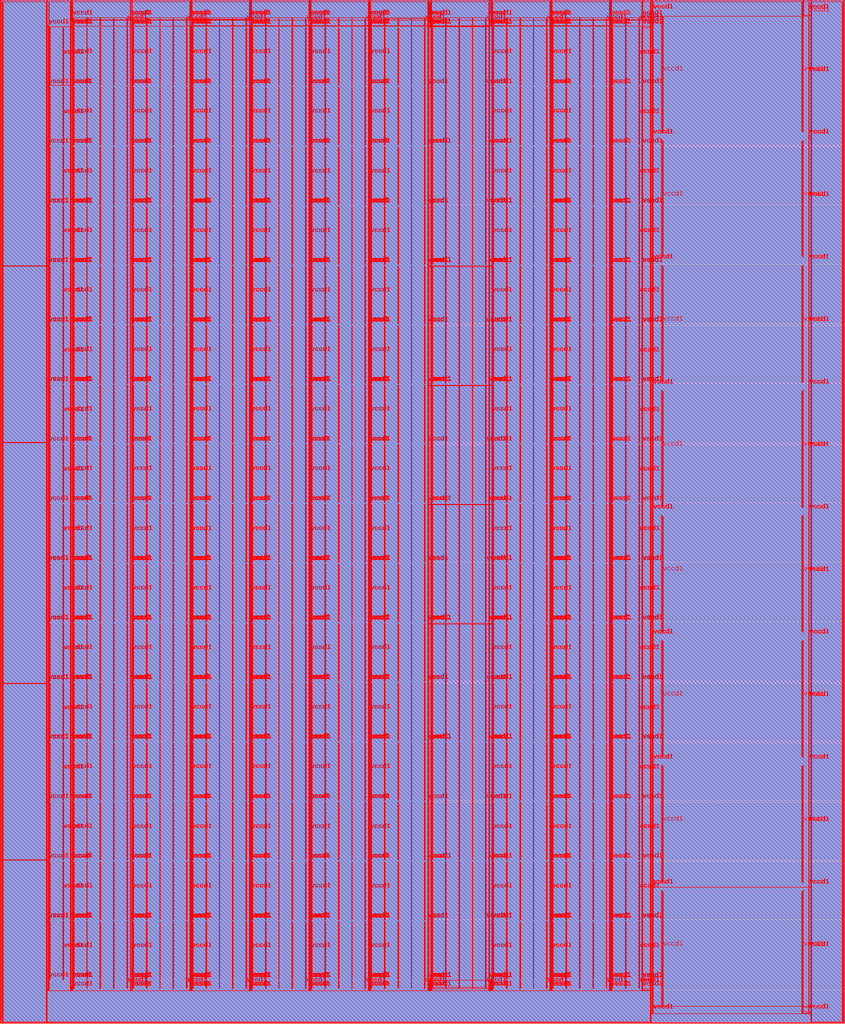
<source format=lef>
##
## LEF for PtnCells ;
## created by Innovus v19.11-s128_1 on Mon Nov 15 19:56:37 2021
##

VERSION 5.7 ;

BUSBITCHARS "[]" ;
DIVIDERCHAR "/" ;

MACRO eFPGA_top
  CLASS BLOCK ;
  SIZE 2840.040000 BY 3439.780000 ;
  FOREIGN eFPGA_top 0.000000 0.000000 ;
  ORIGIN 0 0 ;
  SYMMETRY X Y R90 ;
  PIN wb_clk_i
    DIRECTION INPUT ;
    USE SIGNAL ;
    ANTENNAPARTIALMETALAREA 24.8534 LAYER met2  ;
    ANTENNAPARTIALMETALSIDEAREA 123.683 LAYER met2  ;
    ANTENNAMODEL OXIDE1 ;
    ANTENNAGATEAREA 0.318 LAYER met2  ;
    ANTENNAMAXAREACAR 86.5085 LAYER met2  ;
    ANTENNAMAXSIDEAREACAR 418.009 LAYER met2  ;
    ANTENNAPARTIALCUTAREA 0.04 LAYER via2  ;
    ANTENNAMAXCUTCAR 0.772327 LAYER via2  ;
    ANTENNAPARTIALMETALAREA 0.814 LAYER met3  ;
    ANTENNAPARTIALMETALSIDEAREA 4.808 LAYER met3  ;
    ANTENNAGATEAREA 0.318 LAYER met3  ;
    ANTENNAMAXAREACAR 89.0682 LAYER met3  ;
    ANTENNAMAXSIDEAREACAR 433.129 LAYER met3  ;
    ANTENNAPARTIALCUTAREA 0.04 LAYER via3  ;
    ANTENNAMAXCUTCAR 0.898113 LAYER via3  ;
    ANTENNAPARTIALMETALAREA 198.252 LAYER met4  ;
    ANTENNAPARTIALMETALSIDEAREA 1059.7 LAYER met4  ;
    ANTENNAGATEAREA 8.283 LAYER met4  ;
    ANTENNAMAXAREACAR 113.003 LAYER met4  ;
    ANTENNAMAXSIDEAREACAR 561.065 LAYER met4  ;
    ANTENNAMAXCUTCAR 0.967925 LAYER via4  ;
    PORT
      LAYER met2 ;
        RECT 10.280000 0.000000 10.420000 0.485000 ;
    END
  END wb_clk_i
  PIN wbs_stb_i
    DIRECTION INPUT ;
    USE SIGNAL ;
    PORT
      LAYER met2 ;
        RECT 36.500000 0.000000 36.640000 0.485000 ;
    END
  END wbs_stb_i
  PIN wbs_cyc_i
    DIRECTION INPUT ;
    USE SIGNAL ;
    PORT
      LAYER met2 ;
        RECT 62.720000 0.000000 62.860000 0.485000 ;
    END
  END wbs_cyc_i
  PIN wbs_we_i
    DIRECTION INPUT ;
    USE SIGNAL ;
    PORT
      LAYER met2 ;
        RECT 89.400000 0.000000 89.540000 0.485000 ;
    END
  END wbs_we_i
  PIN wbs_dat_i[31]
    DIRECTION INPUT ;
    USE SIGNAL ;
    PORT
      LAYER met2 ;
        RECT 115.620000 0.000000 115.760000 0.485000 ;
    END
  END wbs_dat_i[31]
  PIN wbs_dat_i[30]
    DIRECTION INPUT ;
    USE SIGNAL ;
    PORT
      LAYER met2 ;
        RECT 142.300000 0.000000 142.440000 0.485000 ;
    END
  END wbs_dat_i[30]
  PIN wbs_dat_i[29]
    DIRECTION INPUT ;
    USE SIGNAL ;
    PORT
      LAYER met2 ;
        RECT 168.520000 0.000000 168.660000 0.485000 ;
    END
  END wbs_dat_i[29]
  PIN wbs_dat_i[28]
    DIRECTION INPUT ;
    USE SIGNAL ;
    PORT
      LAYER met2 ;
        RECT 195.200000 0.000000 195.340000 0.485000 ;
    END
  END wbs_dat_i[28]
  PIN wbs_dat_i[27]
    DIRECTION INPUT ;
    USE SIGNAL ;
    PORT
      LAYER met2 ;
        RECT 221.420000 0.000000 221.560000 0.485000 ;
    END
  END wbs_dat_i[27]
  PIN wbs_dat_i[26]
    DIRECTION INPUT ;
    USE SIGNAL ;
    PORT
      LAYER met2 ;
        RECT 248.100000 0.000000 248.240000 0.485000 ;
    END
  END wbs_dat_i[26]
  PIN wbs_dat_i[25]
    DIRECTION INPUT ;
    USE SIGNAL ;
    PORT
      LAYER met2 ;
        RECT 274.320000 0.000000 274.460000 0.485000 ;
    END
  END wbs_dat_i[25]
  PIN wbs_dat_i[24]
    DIRECTION INPUT ;
    USE SIGNAL ;
    PORT
      LAYER met2 ;
        RECT 301.000000 0.000000 301.140000 0.485000 ;
    END
  END wbs_dat_i[24]
  PIN wbs_dat_i[23]
    DIRECTION INPUT ;
    USE SIGNAL ;
    PORT
      LAYER met2 ;
        RECT 327.220000 0.000000 327.360000 0.485000 ;
    END
  END wbs_dat_i[23]
  PIN wbs_dat_i[22]
    DIRECTION INPUT ;
    USE SIGNAL ;
    PORT
      LAYER met2 ;
        RECT 353.900000 0.000000 354.040000 0.485000 ;
    END
  END wbs_dat_i[22]
  PIN wbs_dat_i[21]
    DIRECTION INPUT ;
    USE SIGNAL ;
    PORT
      LAYER met2 ;
        RECT 380.120000 0.000000 380.260000 0.485000 ;
    END
  END wbs_dat_i[21]
  PIN wbs_dat_i[20]
    DIRECTION INPUT ;
    USE SIGNAL ;
    PORT
      LAYER met2 ;
        RECT 406.800000 0.000000 406.940000 0.485000 ;
    END
  END wbs_dat_i[20]
  PIN wbs_dat_i[19]
    DIRECTION INPUT ;
    USE SIGNAL ;
    PORT
      LAYER met2 ;
        RECT 433.020000 0.000000 433.160000 0.485000 ;
    END
  END wbs_dat_i[19]
  PIN wbs_dat_i[18]
    DIRECTION INPUT ;
    USE SIGNAL ;
    PORT
      LAYER met2 ;
        RECT 459.700000 0.000000 459.840000 0.485000 ;
    END
  END wbs_dat_i[18]
  PIN wbs_dat_i[17]
    DIRECTION INPUT ;
    USE SIGNAL ;
    PORT
      LAYER met2 ;
        RECT 485.920000 0.000000 486.060000 0.485000 ;
    END
  END wbs_dat_i[17]
  PIN wbs_dat_i[16]
    DIRECTION INPUT ;
    USE SIGNAL ;
    PORT
      LAYER met2 ;
        RECT 512.600000 0.000000 512.740000 0.485000 ;
    END
  END wbs_dat_i[16]
  PIN wbs_dat_i[15]
    DIRECTION INPUT ;
    USE SIGNAL ;
    PORT
      LAYER met2 ;
        RECT 538.820000 0.000000 538.960000 0.485000 ;
    END
  END wbs_dat_i[15]
  PIN wbs_dat_i[14]
    DIRECTION INPUT ;
    USE SIGNAL ;
    PORT
      LAYER met2 ;
        RECT 565.500000 0.000000 565.640000 0.485000 ;
    END
  END wbs_dat_i[14]
  PIN wbs_dat_i[13]
    DIRECTION INPUT ;
    USE SIGNAL ;
    PORT
      LAYER met2 ;
        RECT 591.720000 0.000000 591.860000 0.485000 ;
    END
  END wbs_dat_i[13]
  PIN wbs_dat_i[12]
    DIRECTION INPUT ;
    USE SIGNAL ;
    PORT
      LAYER met2 ;
        RECT 618.400000 0.000000 618.540000 0.485000 ;
    END
  END wbs_dat_i[12]
  PIN wbs_dat_i[11]
    DIRECTION INPUT ;
    USE SIGNAL ;
    PORT
      LAYER met2 ;
        RECT 644.620000 0.000000 644.760000 0.485000 ;
    END
  END wbs_dat_i[11]
  PIN wbs_dat_i[10]
    DIRECTION INPUT ;
    USE SIGNAL ;
    PORT
      LAYER met2 ;
        RECT 671.300000 0.000000 671.440000 0.485000 ;
    END
  END wbs_dat_i[10]
  PIN wbs_dat_i[9]
    DIRECTION INPUT ;
    USE SIGNAL ;
    PORT
      LAYER met2 ;
        RECT 697.520000 0.000000 697.660000 0.485000 ;
    END
  END wbs_dat_i[9]
  PIN wbs_dat_i[8]
    DIRECTION INPUT ;
    USE SIGNAL ;
    PORT
      LAYER met2 ;
        RECT 724.200000 0.000000 724.340000 0.485000 ;
    END
  END wbs_dat_i[8]
  PIN wbs_dat_i[7]
    DIRECTION INPUT ;
    USE SIGNAL ;
    PORT
      LAYER met2 ;
        RECT 750.420000 0.000000 750.560000 0.485000 ;
    END
  END wbs_dat_i[7]
  PIN wbs_dat_i[6]
    DIRECTION INPUT ;
    USE SIGNAL ;
    PORT
      LAYER met2 ;
        RECT 777.100000 0.000000 777.240000 0.485000 ;
    END
  END wbs_dat_i[6]
  PIN wbs_dat_i[5]
    DIRECTION INPUT ;
    USE SIGNAL ;
    PORT
      LAYER met2 ;
        RECT 803.320000 0.000000 803.460000 0.485000 ;
    END
  END wbs_dat_i[5]
  PIN wbs_dat_i[4]
    DIRECTION INPUT ;
    USE SIGNAL ;
    PORT
      LAYER met2 ;
        RECT 830.000000 0.000000 830.140000 0.485000 ;
    END
  END wbs_dat_i[4]
  PIN wbs_dat_i[3]
    DIRECTION INPUT ;
    USE SIGNAL ;
    PORT
      LAYER met2 ;
        RECT 856.220000 0.000000 856.360000 0.485000 ;
    END
  END wbs_dat_i[3]
  PIN wbs_dat_i[2]
    DIRECTION INPUT ;
    USE SIGNAL ;
    PORT
      LAYER met2 ;
        RECT 882.900000 0.000000 883.040000 0.485000 ;
    END
  END wbs_dat_i[2]
  PIN wbs_dat_i[1]
    DIRECTION INPUT ;
    USE SIGNAL ;
    PORT
      LAYER met2 ;
        RECT 909.120000 0.000000 909.260000 0.485000 ;
    END
  END wbs_dat_i[1]
  PIN wbs_dat_i[0]
    DIRECTION INPUT ;
    USE SIGNAL ;
    PORT
      LAYER met2 ;
        RECT 935.800000 0.000000 935.940000 0.485000 ;
    END
  END wbs_dat_i[0]
  PIN wbs_adr_i[31]
    DIRECTION INPUT ;
    USE SIGNAL ;
    PORT
      LAYER met2 ;
        RECT 962.020000 0.000000 962.160000 0.485000 ;
    END
  END wbs_adr_i[31]
  PIN wbs_adr_i[30]
    DIRECTION INPUT ;
    USE SIGNAL ;
    PORT
      LAYER met2 ;
        RECT 988.240000 0.000000 988.380000 0.485000 ;
    END
  END wbs_adr_i[30]
  PIN wbs_adr_i[29]
    DIRECTION INPUT ;
    USE SIGNAL ;
    PORT
      LAYER met2 ;
        RECT 1014.920000 0.000000 1015.060000 0.485000 ;
    END
  END wbs_adr_i[29]
  PIN wbs_adr_i[28]
    DIRECTION INPUT ;
    USE SIGNAL ;
    PORT
      LAYER met2 ;
        RECT 1041.140000 0.000000 1041.280000 0.485000 ;
    END
  END wbs_adr_i[28]
  PIN wbs_adr_i[27]
    DIRECTION INPUT ;
    USE SIGNAL ;
    PORT
      LAYER met2 ;
        RECT 1067.820000 0.000000 1067.960000 0.485000 ;
    END
  END wbs_adr_i[27]
  PIN wbs_adr_i[26]
    DIRECTION INPUT ;
    USE SIGNAL ;
    PORT
      LAYER met2 ;
        RECT 1094.040000 0.000000 1094.180000 0.485000 ;
    END
  END wbs_adr_i[26]
  PIN wbs_adr_i[25]
    DIRECTION INPUT ;
    USE SIGNAL ;
    PORT
      LAYER met2 ;
        RECT 1120.720000 0.000000 1120.860000 0.485000 ;
    END
  END wbs_adr_i[25]
  PIN wbs_adr_i[24]
    DIRECTION INPUT ;
    USE SIGNAL ;
    PORT
      LAYER met2 ;
        RECT 1146.940000 0.000000 1147.080000 0.485000 ;
    END
  END wbs_adr_i[24]
  PIN wbs_adr_i[23]
    DIRECTION INPUT ;
    USE SIGNAL ;
    PORT
      LAYER met2 ;
        RECT 1173.620000 0.000000 1173.760000 0.485000 ;
    END
  END wbs_adr_i[23]
  PIN wbs_adr_i[22]
    DIRECTION INPUT ;
    USE SIGNAL ;
    PORT
      LAYER met2 ;
        RECT 1199.840000 0.000000 1199.980000 0.485000 ;
    END
  END wbs_adr_i[22]
  PIN wbs_adr_i[21]
    DIRECTION INPUT ;
    USE SIGNAL ;
    PORT
      LAYER met2 ;
        RECT 1226.520000 0.000000 1226.660000 0.485000 ;
    END
  END wbs_adr_i[21]
  PIN wbs_adr_i[20]
    DIRECTION INPUT ;
    USE SIGNAL ;
    PORT
      LAYER met2 ;
        RECT 1252.740000 0.000000 1252.880000 0.485000 ;
    END
  END wbs_adr_i[20]
  PIN wbs_adr_i[19]
    DIRECTION INPUT ;
    USE SIGNAL ;
    PORT
      LAYER met2 ;
        RECT 1279.420000 0.000000 1279.560000 0.485000 ;
    END
  END wbs_adr_i[19]
  PIN wbs_adr_i[18]
    DIRECTION INPUT ;
    USE SIGNAL ;
    PORT
      LAYER met2 ;
        RECT 1305.640000 0.000000 1305.780000 0.485000 ;
    END
  END wbs_adr_i[18]
  PIN wbs_adr_i[17]
    DIRECTION INPUT ;
    USE SIGNAL ;
    PORT
      LAYER met2 ;
        RECT 1332.320000 0.000000 1332.460000 0.485000 ;
    END
  END wbs_adr_i[17]
  PIN wbs_adr_i[16]
    DIRECTION INPUT ;
    USE SIGNAL ;
    PORT
      LAYER met2 ;
        RECT 1358.540000 0.000000 1358.680000 0.485000 ;
    END
  END wbs_adr_i[16]
  PIN wbs_adr_i[15]
    DIRECTION INPUT ;
    USE SIGNAL ;
    PORT
      LAYER met2 ;
        RECT 1385.220000 0.000000 1385.360000 0.485000 ;
    END
  END wbs_adr_i[15]
  PIN wbs_adr_i[14]
    DIRECTION INPUT ;
    USE SIGNAL ;
    PORT
      LAYER met2 ;
        RECT 1411.440000 0.000000 1411.580000 0.485000 ;
    END
  END wbs_adr_i[14]
  PIN wbs_adr_i[13]
    DIRECTION INPUT ;
    USE SIGNAL ;
    PORT
      LAYER met2 ;
        RECT 1438.120000 0.000000 1438.260000 0.485000 ;
    END
  END wbs_adr_i[13]
  PIN wbs_adr_i[12]
    DIRECTION INPUT ;
    USE SIGNAL ;
    PORT
      LAYER met2 ;
        RECT 1464.340000 0.000000 1464.480000 0.485000 ;
    END
  END wbs_adr_i[12]
  PIN wbs_adr_i[11]
    DIRECTION INPUT ;
    USE SIGNAL ;
    PORT
      LAYER met2 ;
        RECT 1491.020000 0.000000 1491.160000 0.485000 ;
    END
  END wbs_adr_i[11]
  PIN wbs_adr_i[10]
    DIRECTION INPUT ;
    USE SIGNAL ;
    PORT
      LAYER met2 ;
        RECT 1517.240000 0.000000 1517.380000 0.485000 ;
    END
  END wbs_adr_i[10]
  PIN wbs_adr_i[9]
    DIRECTION INPUT ;
    USE SIGNAL ;
    PORT
      LAYER met2 ;
        RECT 1543.920000 0.000000 1544.060000 0.485000 ;
    END
  END wbs_adr_i[9]
  PIN wbs_adr_i[8]
    DIRECTION INPUT ;
    USE SIGNAL ;
    PORT
      LAYER met2 ;
        RECT 1570.140000 0.000000 1570.280000 0.485000 ;
    END
  END wbs_adr_i[8]
  PIN wbs_adr_i[7]
    DIRECTION INPUT ;
    USE SIGNAL ;
    PORT
      LAYER met2 ;
        RECT 1596.820000 0.000000 1596.960000 0.485000 ;
    END
  END wbs_adr_i[7]
  PIN wbs_adr_i[6]
    DIRECTION INPUT ;
    USE SIGNAL ;
    PORT
      LAYER met2 ;
        RECT 1623.040000 0.000000 1623.180000 0.485000 ;
    END
  END wbs_adr_i[6]
  PIN wbs_adr_i[5]
    DIRECTION INPUT ;
    USE SIGNAL ;
    PORT
      LAYER met2 ;
        RECT 1649.720000 0.000000 1649.860000 0.485000 ;
    END
  END wbs_adr_i[5]
  PIN wbs_adr_i[4]
    DIRECTION INPUT ;
    USE SIGNAL ;
    PORT
      LAYER met2 ;
        RECT 1675.940000 0.000000 1676.080000 0.485000 ;
    END
  END wbs_adr_i[4]
  PIN wbs_adr_i[3]
    DIRECTION INPUT ;
    USE SIGNAL ;
    PORT
      LAYER met2 ;
        RECT 1702.620000 0.000000 1702.760000 0.485000 ;
    END
  END wbs_adr_i[3]
  PIN wbs_adr_i[2]
    DIRECTION INPUT ;
    USE SIGNAL ;
    PORT
      LAYER met2 ;
        RECT 1728.840000 0.000000 1728.980000 0.485000 ;
    END
  END wbs_adr_i[2]
  PIN wbs_adr_i[1]
    DIRECTION INPUT ;
    USE SIGNAL ;
    PORT
      LAYER met2 ;
        RECT 1755.520000 0.000000 1755.660000 0.485000 ;
    END
  END wbs_adr_i[1]
  PIN wbs_adr_i[0]
    DIRECTION INPUT ;
    USE SIGNAL ;
    PORT
      LAYER met2 ;
        RECT 1781.740000 0.000000 1781.880000 0.485000 ;
    END
  END wbs_adr_i[0]
  PIN wbs_dat_o[31]
    DIRECTION OUTPUT ;
    USE SIGNAL ;
    ANTENNADIFFAREA 1.782 LAYER met2  ;
    ANTENNAPARTIALMETALAREA 1.5742 LAYER met2  ;
    ANTENNAPARTIALMETALSIDEAREA 7.861 LAYER met2  ;
    PORT
      LAYER met2 ;
        RECT 1808.420000 0.000000 1808.560000 0.485000 ;
    END
  END wbs_dat_o[31]
  PIN wbs_dat_o[30]
    DIRECTION OUTPUT ;
    USE SIGNAL ;
    ANTENNADIFFAREA 1.782 LAYER met2  ;
    ANTENNAPARTIALMETALAREA 1.5266 LAYER met2  ;
    ANTENNAPARTIALMETALSIDEAREA 7.623 LAYER met2  ;
    PORT
      LAYER met2 ;
        RECT 1834.640000 0.000000 1834.780000 0.485000 ;
    END
  END wbs_dat_o[30]
  PIN wbs_dat_o[29]
    DIRECTION OUTPUT ;
    USE SIGNAL ;
    ANTENNADIFFAREA 1.782 LAYER met2  ;
    ANTENNAPARTIALMETALAREA 1.5266 LAYER met2  ;
    ANTENNAPARTIALMETALSIDEAREA 7.623 LAYER met2  ;
    PORT
      LAYER met2 ;
        RECT 1861.320000 0.000000 1861.460000 0.485000 ;
    END
  END wbs_dat_o[29]
  PIN wbs_dat_o[28]
    DIRECTION OUTPUT ;
    USE SIGNAL ;
    ANTENNADIFFAREA 1.782 LAYER met2  ;
    ANTENNAPARTIALMETALAREA 1.5742 LAYER met2  ;
    ANTENNAPARTIALMETALSIDEAREA 7.861 LAYER met2  ;
    PORT
      LAYER met2 ;
        RECT 1887.540000 0.000000 1887.680000 0.485000 ;
    END
  END wbs_dat_o[28]
  PIN wbs_dat_o[27]
    DIRECTION OUTPUT ;
    USE SIGNAL ;
    ANTENNADIFFAREA 1.782 LAYER met2  ;
    ANTENNAPARTIALMETALAREA 1.5742 LAYER met2  ;
    ANTENNAPARTIALMETALSIDEAREA 7.861 LAYER met2  ;
    PORT
      LAYER met2 ;
        RECT 1913.760000 0.000000 1913.900000 0.485000 ;
    END
  END wbs_dat_o[27]
  PIN wbs_dat_o[26]
    DIRECTION OUTPUT ;
    USE SIGNAL ;
    ANTENNADIFFAREA 1.782 LAYER met2  ;
    ANTENNAPARTIALMETALAREA 1.5266 LAYER met2  ;
    ANTENNAPARTIALMETALSIDEAREA 7.623 LAYER met2  ;
    PORT
      LAYER met2 ;
        RECT 1940.440000 0.000000 1940.580000 0.485000 ;
    END
  END wbs_dat_o[26]
  PIN wbs_dat_o[25]
    DIRECTION OUTPUT ;
    USE SIGNAL ;
    ANTENNADIFFAREA 1.782 LAYER met2  ;
    ANTENNAPARTIALMETALAREA 1.5742 LAYER met2  ;
    ANTENNAPARTIALMETALSIDEAREA 7.861 LAYER met2  ;
    PORT
      LAYER met2 ;
        RECT 1966.660000 0.000000 1966.800000 0.485000 ;
    END
  END wbs_dat_o[25]
  PIN wbs_dat_o[24]
    DIRECTION OUTPUT ;
    USE SIGNAL ;
    ANTENNADIFFAREA 1.782 LAYER met2  ;
    ANTENNAPARTIALMETALAREA 1.5742 LAYER met2  ;
    ANTENNAPARTIALMETALSIDEAREA 7.861 LAYER met2  ;
    PORT
      LAYER met2 ;
        RECT 1993.340000 0.000000 1993.480000 0.485000 ;
    END
  END wbs_dat_o[24]
  PIN wbs_dat_o[23]
    DIRECTION OUTPUT ;
    USE SIGNAL ;
    ANTENNADIFFAREA 1.782 LAYER met2  ;
    ANTENNAPARTIALMETALAREA 1.479 LAYER met2  ;
    ANTENNAPARTIALMETALSIDEAREA 7.385 LAYER met2  ;
    PORT
      LAYER met2 ;
        RECT 2019.560000 0.000000 2019.700000 0.485000 ;
    END
  END wbs_dat_o[23]
  PIN wbs_dat_o[22]
    DIRECTION OUTPUT ;
    USE SIGNAL ;
    ANTENNADIFFAREA 1.782 LAYER met2  ;
    ANTENNAPARTIALMETALAREA 1.5742 LAYER met2  ;
    ANTENNAPARTIALMETALSIDEAREA 7.861 LAYER met2  ;
    PORT
      LAYER met2 ;
        RECT 2046.240000 0.000000 2046.380000 0.485000 ;
    END
  END wbs_dat_o[22]
  PIN wbs_dat_o[21]
    DIRECTION OUTPUT ;
    USE SIGNAL ;
    ANTENNADIFFAREA 1.782 LAYER met2  ;
    ANTENNAPARTIALMETALAREA 1.5742 LAYER met2  ;
    ANTENNAPARTIALMETALSIDEAREA 7.861 LAYER met2  ;
    PORT
      LAYER met2 ;
        RECT 2072.460000 0.000000 2072.600000 0.485000 ;
    END
  END wbs_dat_o[21]
  PIN wbs_dat_o[20]
    DIRECTION OUTPUT ;
    USE SIGNAL ;
    ANTENNADIFFAREA 1.782 LAYER met2  ;
    ANTENNAPARTIALMETALAREA 1.6386 LAYER met2  ;
    ANTENNAPARTIALMETALSIDEAREA 8.183 LAYER met2  ;
    PORT
      LAYER met2 ;
        RECT 2099.140000 0.000000 2099.280000 0.485000 ;
    END
  END wbs_dat_o[20]
  PIN wbs_dat_o[19]
    DIRECTION OUTPUT ;
    USE SIGNAL ;
    ANTENNADIFFAREA 1.782 LAYER met2  ;
    ANTENNAPARTIALMETALAREA 1.5742 LAYER met2  ;
    ANTENNAPARTIALMETALSIDEAREA 7.861 LAYER met2  ;
    PORT
      LAYER met2 ;
        RECT 2125.360000 0.000000 2125.500000 0.485000 ;
    END
  END wbs_dat_o[19]
  PIN wbs_dat_o[18]
    DIRECTION OUTPUT ;
    USE SIGNAL ;
    ANTENNADIFFAREA 1.782 LAYER met2  ;
    ANTENNAPARTIALMETALAREA 1.5742 LAYER met2  ;
    ANTENNAPARTIALMETALSIDEAREA 7.861 LAYER met2  ;
    PORT
      LAYER met2 ;
        RECT 2152.040000 0.000000 2152.180000 0.485000 ;
    END
  END wbs_dat_o[18]
  PIN wbs_dat_o[17]
    DIRECTION OUTPUT ;
    USE SIGNAL ;
    ANTENNADIFFAREA 1.782 LAYER met2  ;
    ANTENNAPARTIALMETALAREA 1.6386 LAYER met2  ;
    ANTENNAPARTIALMETALSIDEAREA 8.183 LAYER met2  ;
    PORT
      LAYER met2 ;
        RECT 2178.260000 0.000000 2178.400000 0.485000 ;
    END
  END wbs_dat_o[17]
  PIN wbs_dat_o[16]
    DIRECTION OUTPUT ;
    USE SIGNAL ;
    ANTENNADIFFAREA 1.782 LAYER met2  ;
    ANTENNAPARTIALMETALAREA 1.5742 LAYER met2  ;
    ANTENNAPARTIALMETALSIDEAREA 7.861 LAYER met2  ;
    PORT
      LAYER met2 ;
        RECT 2204.940000 0.000000 2205.080000 0.485000 ;
    END
  END wbs_dat_o[16]
  PIN wbs_dat_o[15]
    DIRECTION OUTPUT ;
    USE SIGNAL ;
    ANTENNADIFFAREA 1.782 LAYER met2  ;
    ANTENNAPARTIALMETALAREA 1.5742 LAYER met2  ;
    ANTENNAPARTIALMETALSIDEAREA 7.861 LAYER met2  ;
    PORT
      LAYER met2 ;
        RECT 2231.160000 0.000000 2231.300000 0.485000 ;
    END
  END wbs_dat_o[15]
  PIN wbs_dat_o[14]
    DIRECTION OUTPUT ;
    USE SIGNAL ;
    ANTENNADIFFAREA 1.782 LAYER met2  ;
    ANTENNAPARTIALMETALAREA 1.5742 LAYER met2  ;
    ANTENNAPARTIALMETALSIDEAREA 7.861 LAYER met2  ;
    PORT
      LAYER met2 ;
        RECT 2257.840000 0.000000 2257.980000 0.485000 ;
    END
  END wbs_dat_o[14]
  PIN wbs_dat_o[13]
    DIRECTION OUTPUT ;
    USE SIGNAL ;
    ANTENNADIFFAREA 1.782 LAYER met2  ;
    ANTENNAPARTIALMETALAREA 1.5742 LAYER met2  ;
    ANTENNAPARTIALMETALSIDEAREA 7.861 LAYER met2  ;
    PORT
      LAYER met2 ;
        RECT 2284.060000 0.000000 2284.200000 0.485000 ;
    END
  END wbs_dat_o[13]
  PIN wbs_dat_o[12]
    DIRECTION OUTPUT ;
    USE SIGNAL ;
    ANTENNADIFFAREA 1.782 LAYER met2  ;
    ANTENNAPARTIALMETALAREA 1.5742 LAYER met2  ;
    ANTENNAPARTIALMETALSIDEAREA 7.861 LAYER met2  ;
    PORT
      LAYER met2 ;
        RECT 2310.740000 0.000000 2310.880000 0.485000 ;
    END
  END wbs_dat_o[12]
  PIN wbs_dat_o[11]
    DIRECTION OUTPUT ;
    USE SIGNAL ;
    ANTENNADIFFAREA 1.782 LAYER met2  ;
    ANTENNAPARTIALMETALAREA 1.479 LAYER met2  ;
    ANTENNAPARTIALMETALSIDEAREA 7.385 LAYER met2  ;
    PORT
      LAYER met2 ;
        RECT 2336.960000 0.000000 2337.100000 0.485000 ;
    END
  END wbs_dat_o[11]
  PIN wbs_dat_o[10]
    DIRECTION OUTPUT ;
    USE SIGNAL ;
    ANTENNADIFFAREA 1.782 LAYER met2  ;
    ANTENNAPARTIALMETALAREA 1.5742 LAYER met2  ;
    ANTENNAPARTIALMETALSIDEAREA 7.861 LAYER met2  ;
    PORT
      LAYER met2 ;
        RECT 2363.640000 0.000000 2363.780000 0.485000 ;
    END
  END wbs_dat_o[10]
  PIN wbs_dat_o[9]
    DIRECTION OUTPUT ;
    USE SIGNAL ;
    ANTENNADIFFAREA 1.782 LAYER met2  ;
    ANTENNAPARTIALMETALAREA 1.5742 LAYER met2  ;
    ANTENNAPARTIALMETALSIDEAREA 7.861 LAYER met2  ;
    PORT
      LAYER met2 ;
        RECT 2389.860000 0.000000 2390.000000 0.485000 ;
    END
  END wbs_dat_o[9]
  PIN wbs_dat_o[8]
    DIRECTION OUTPUT ;
    USE SIGNAL ;
    ANTENNADIFFAREA 1.782 LAYER met2  ;
    ANTENNAPARTIALMETALAREA 1.5742 LAYER met2  ;
    ANTENNAPARTIALMETALSIDEAREA 7.861 LAYER met2  ;
    PORT
      LAYER met2 ;
        RECT 2416.540000 0.000000 2416.680000 0.485000 ;
    END
  END wbs_dat_o[8]
  PIN wbs_dat_o[7]
    DIRECTION OUTPUT ;
    USE SIGNAL ;
    ANTENNADIFFAREA 1.782 LAYER met2  ;
    ANTENNAPARTIALMETALAREA 1.6386 LAYER met2  ;
    ANTENNAPARTIALMETALSIDEAREA 8.183 LAYER met2  ;
    PORT
      LAYER met2 ;
        RECT 2442.760000 0.000000 2442.900000 0.485000 ;
    END
  END wbs_dat_o[7]
  PIN wbs_dat_o[6]
    DIRECTION OUTPUT ;
    USE SIGNAL ;
    ANTENNADIFFAREA 1.782 LAYER met2  ;
    ANTENNAPARTIALMETALAREA 1.5742 LAYER met2  ;
    ANTENNAPARTIALMETALSIDEAREA 7.861 LAYER met2  ;
    PORT
      LAYER met2 ;
        RECT 2469.440000 0.000000 2469.580000 0.485000 ;
    END
  END wbs_dat_o[6]
  PIN wbs_dat_o[5]
    DIRECTION OUTPUT ;
    USE SIGNAL ;
    ANTENNADIFFAREA 1.782 LAYER met2  ;
    ANTENNAPARTIALMETALAREA 1.479 LAYER met2  ;
    ANTENNAPARTIALMETALSIDEAREA 7.385 LAYER met2  ;
    PORT
      LAYER met2 ;
        RECT 2495.660000 0.000000 2495.800000 0.485000 ;
    END
  END wbs_dat_o[5]
  PIN wbs_dat_o[4]
    DIRECTION OUTPUT ;
    USE SIGNAL ;
    ANTENNADIFFAREA 1.782 LAYER met2  ;
    ANTENNAPARTIALMETALAREA 1.5742 LAYER met2  ;
    ANTENNAPARTIALMETALSIDEAREA 7.861 LAYER met2  ;
    PORT
      LAYER met2 ;
        RECT 2522.340000 0.000000 2522.480000 0.485000 ;
    END
  END wbs_dat_o[4]
  PIN wbs_dat_o[3]
    DIRECTION OUTPUT ;
    USE SIGNAL ;
    ANTENNADIFFAREA 1.782 LAYER met2  ;
    ANTENNAPARTIALMETALAREA 1.5742 LAYER met2  ;
    ANTENNAPARTIALMETALSIDEAREA 7.861 LAYER met2  ;
    PORT
      LAYER met2 ;
        RECT 2548.560000 0.000000 2548.700000 0.485000 ;
    END
  END wbs_dat_o[3]
  PIN wbs_dat_o[2]
    DIRECTION OUTPUT ;
    USE SIGNAL ;
    ANTENNADIFFAREA 1.782 LAYER met2  ;
    ANTENNAPARTIALMETALAREA 1.5742 LAYER met2  ;
    ANTENNAPARTIALMETALSIDEAREA 7.861 LAYER met2  ;
    PORT
      LAYER met2 ;
        RECT 2575.240000 0.000000 2575.380000 0.485000 ;
    END
  END wbs_dat_o[2]
  PIN wbs_dat_o[1]
    DIRECTION OUTPUT ;
    USE SIGNAL ;
    ANTENNADIFFAREA 1.782 LAYER met2  ;
    ANTENNAPARTIALMETALAREA 1.5742 LAYER met2  ;
    ANTENNAPARTIALMETALSIDEAREA 7.861 LAYER met2  ;
    PORT
      LAYER met2 ;
        RECT 2601.460000 0.000000 2601.600000 0.485000 ;
    END
  END wbs_dat_o[1]
  PIN wbs_dat_o[0]
    DIRECTION OUTPUT ;
    USE SIGNAL ;
    ANTENNADIFFAREA 1.782 LAYER met2  ;
    ANTENNAPARTIALMETALAREA 1.5266 LAYER met2  ;
    ANTENNAPARTIALMETALSIDEAREA 7.623 LAYER met2  ;
    PORT
      LAYER met2 ;
        RECT 2628.140000 0.000000 2628.280000 0.485000 ;
    END
  END wbs_dat_o[0]
  PIN la_data_out[6]
    DIRECTION OUTPUT ;
    USE SIGNAL ;
    ANTENNAPARTIALMETALAREA 279.959 LAYER met2  ;
    ANTENNAPARTIALMETALSIDEAREA 1399.52 LAYER met2  ;
    ANTENNAPARTIALCUTAREA 0.04 LAYER via2  ;
    ANTENNADIFFAREA 1.782 LAYER met3  ;
    ANTENNAPARTIALMETALAREA 5.8308 LAYER met3  ;
    ANTENNAPARTIALMETALSIDEAREA 31.312 LAYER met3  ;
    PORT
      LAYER met2 ;
        RECT 2654.360000 0.000000 2654.500000 0.485000 ;
    END
  END la_data_out[6]
  PIN la_data_out[5]
    DIRECTION OUTPUT ;
    USE SIGNAL ;
    ANTENNAPARTIALMETALAREA 223.518 LAYER met2  ;
    ANTENNAPARTIALMETALSIDEAREA 1117.19 LAYER met2  ;
    ANTENNAPARTIALCUTAREA 0.04 LAYER via2  ;
    ANTENNADIFFAREA 1.782 LAYER met3  ;
    ANTENNAPARTIALMETALAREA 7.6848 LAYER met3  ;
    ANTENNAPARTIALMETALSIDEAREA 41.2 LAYER met3  ;
    PORT
      LAYER met2 ;
        RECT 2681.040000 0.000000 2681.180000 0.485000 ;
    END
  END la_data_out[5]
  PIN la_data_out[4]
    DIRECTION OUTPUT ;
    USE SIGNAL ;
    ANTENNAPARTIALMETALAREA 90.2072 LAYER met2  ;
    ANTENNAPARTIALMETALSIDEAREA 450.639 LAYER met2  ;
    ANTENNAPARTIALCUTAREA 0.04 LAYER via2  ;
    ANTENNAPARTIALMETALAREA 2.9917 LAYER met3  ;
    ANTENNAPARTIALMETALSIDEAREA 16.896 LAYER met3  ;
    ANTENNAPARTIALCUTAREA 0.04 LAYER via3  ;
    ANTENNADIFFAREA 1.782 LAYER met4  ;
    ANTENNAPARTIALMETALAREA 4.1448 LAYER met4  ;
    ANTENNAPARTIALMETALSIDEAREA 22.576 LAYER met4  ;
    ANTENNAMODEL OXIDE1 ;
    ANTENNAGATEAREA 0.252 LAYER met4  ;
    ANTENNAMAXAREACAR 62.9222 LAYER met4  ;
    ANTENNAMAXSIDEAREACAR 319.089 LAYER met4  ;
    ANTENNAMAXCUTCAR 0.680159 LAYER via4  ;
    PORT
      LAYER met2 ;
        RECT 2707.260000 0.000000 2707.400000 0.485000 ;
    END
  END la_data_out[4]
  PIN la_data_out[3]
    DIRECTION OUTPUT ;
    USE SIGNAL ;
    ANTENNADIFFAREA 1.782 LAYER met2  ;
    ANTENNAPARTIALMETALAREA 12.725 LAYER met2  ;
    ANTENNAPARTIALMETALSIDEAREA 63.497 LAYER met2  ;
    PORT
      LAYER met2 ;
        RECT 2733.940000 0.000000 2734.080000 0.485000 ;
    END
  END la_data_out[3]
  PIN la_data_out[2]
    DIRECTION OUTPUT ;
    USE SIGNAL ;
    ANTENNADIFFAREA 1.782 LAYER met2  ;
    ANTENNAPARTIALMETALAREA 1.8598 LAYER met2  ;
    ANTENNAPARTIALMETALSIDEAREA 9.289 LAYER met2  ;
    PORT
      LAYER met2 ;
        RECT 2760.160000 0.000000 2760.300000 0.485000 ;
    END
  END la_data_out[2]
  PIN la_data_out[1]
    DIRECTION OUTPUT ;
    USE SIGNAL ;
    ANTENNAPARTIALMETALAREA 2.1677 LAYER met2  ;
    ANTENNAPARTIALMETALSIDEAREA 10.6575 LAYER met2  ;
    ANTENNAMODEL OXIDE1 ;
    ANTENNAGATEAREA 0.7425 LAYER met2  ;
    ANTENNAMAXAREACAR 4.3336 LAYER met2  ;
    ANTENNAMAXSIDEAREACAR 20.134 LAYER met2  ;
    ANTENNAPARTIALCUTAREA 0.04 LAYER via2  ;
    ANTENNAMAXCUTCAR 0.153401 LAYER via2  ;
    ANTENNAPARTIALMETALAREA 0.255 LAYER met3  ;
    ANTENNAPARTIALMETALSIDEAREA 1.808 LAYER met3  ;
    ANTENNAGATEAREA 0.7425 LAYER met3  ;
    ANTENNAMAXAREACAR 4.67704 LAYER met3  ;
    ANTENNAMAXSIDEAREACAR 22.569 LAYER met3  ;
    ANTENNAPARTIALCUTAREA 0.04 LAYER via3  ;
    ANTENNAMAXCUTCAR 0.207273 LAYER via3  ;
    ANTENNAPARTIALMETALAREA 1.9488 LAYER met4  ;
    ANTENNAPARTIALMETALSIDEAREA 10.864 LAYER met4  ;
    ANTENNAGATEAREA 0.7425 LAYER met4  ;
    ANTENNAMAXAREACAR 7.30168 LAYER met4  ;
    ANTENNAMAXSIDEAREACAR 37.2007 LAYER met4  ;
    ANTENNAMAXCUTCAR 0.207273 LAYER via4  ;
    PORT
      LAYER met2 ;
        RECT 2786.840000 0.000000 2786.980000 0.485000 ;
    END
  END la_data_out[1]
  PIN la_data_out[0]
    DIRECTION OUTPUT ;
    USE SIGNAL ;
    ANTENNADIFFAREA 1.782 LAYER met2  ;
    ANTENNAPARTIALMETALAREA 23.1494 LAYER met2  ;
    ANTENNAPARTIALMETALSIDEAREA 115.619 LAYER met2  ;
    PORT
      LAYER met2 ;
        RECT 2813.060000 0.000000 2813.200000 0.485000 ;
    END
  END la_data_out[0]
  PIN io_in[37]
    DIRECTION INPUT ;
    USE SIGNAL ;
    ANTENNADIFFAREA 0.4347 LAYER met3  ;
    ANTENNAPARTIALMETALAREA 29.2344 LAYER met3  ;
    ANTENNAPARTIALMETALSIDEAREA 158.008 LAYER met3  ;
    ANTENNAMODEL OXIDE1 ;
    ANTENNAGATEAREA 1.4817 LAYER met3  ;
    ANTENNAMAXAREACAR 49.1469 LAYER met3  ;
    ANTENNAMAXSIDEAREACAR 243.702 LAYER met3  ;
    ANTENNAMAXCUTCAR 0.574843 LAYER via3  ;
    PORT
      LAYER met3 ;
        RECT 0.000000 10.490000 0.800000 10.790000 ;
    END
  END io_in[37]
  PIN io_in[36]
    DIRECTION INPUT ;
    USE SIGNAL ;
    ANTENNADIFFAREA 0.4347 LAYER met3  ;
    ANTENNAPARTIALMETALAREA 70.3944 LAYER met3  ;
    ANTENNAPARTIALMETALSIDEAREA 379.88 LAYER met3  ;
    ANTENNAMODEL OXIDE1 ;
    ANTENNAGATEAREA 1.4817 LAYER met3  ;
    ANTENNAMAXAREACAR 75.5212 LAYER met3  ;
    ANTENNAMAXSIDEAREACAR 385.545 LAYER met3  ;
    ANTENNAMAXCUTCAR 0.766688 LAYER via3  ;
    PORT
      LAYER met3 ;
        RECT 0.000000 261.200000 0.800000 261.500000 ;
    END
  END io_in[36]
  PIN io_in[35]
    DIRECTION INPUT ;
    USE SIGNAL ;
    ANTENNAPARTIALMETALAREA 41.2246 LAYER met3  ;
    ANTENNAPARTIALMETALSIDEAREA 219.856 LAYER met3  ;
    ANTENNAPARTIALCUTAREA 0.04 LAYER via3  ;
    ANTENNADIFFAREA 0.4347 LAYER met4  ;
    ANTENNAPARTIALMETALAREA 734.738 LAYER met4  ;
    ANTENNAPARTIALMETALSIDEAREA 3919.07 LAYER met4  ;
    ANTENNAMODEL OXIDE1 ;
    ANTENNAGATEAREA 1.4817 LAYER met4  ;
    ANTENNAMAXAREACAR 542.849 LAYER met4  ;
    ANTENNAMAXSIDEAREACAR 2876.46 LAYER met4  ;
    ANTENNAMAXCUTCAR 0.601839 LAYER via4  ;
    PORT
      LAYER met3 ;
        RECT 0.000000 511.910000 0.800000 512.210000 ;
    END
  END io_in[35]
  PIN io_in[34]
    DIRECTION INPUT ;
    USE SIGNAL ;
    ANTENNAPARTIALMETALAREA 33.3346 LAYER met3  ;
    ANTENNAPARTIALMETALSIDEAREA 177.776 LAYER met3  ;
    ANTENNAPARTIALCUTAREA 0.04 LAYER via3  ;
    ANTENNADIFFAREA 0.4347 LAYER met4  ;
    ANTENNAPARTIALMETALAREA 543.542 LAYER met4  ;
    ANTENNAPARTIALMETALSIDEAREA 2900.3 LAYER met4  ;
    ANTENNAMODEL OXIDE1 ;
    ANTENNAGATEAREA 1.4817 LAYER met4  ;
    ANTENNAMAXAREACAR 413.718 LAYER met4  ;
    ANTENNAMAXSIDEAREACAR 2187.99 LAYER met4  ;
    ANTENNAMAXCUTCAR 0.793684 LAYER via4  ;
    PORT
      LAYER met3 ;
        RECT 0.000000 763.230000 0.800000 763.530000 ;
    END
  END io_in[34]
  PIN io_in[33]
    DIRECTION INPUT ;
    USE SIGNAL ;
    ANTENNAPARTIALMETALAREA 44.6146 LAYER met3  ;
    ANTENNAPARTIALMETALSIDEAREA 237.936 LAYER met3  ;
    ANTENNAPARTIALCUTAREA 0.04 LAYER via3  ;
    ANTENNADIFFAREA 0.4347 LAYER met4  ;
    ANTENNAPARTIALMETALAREA 523.961 LAYER met4  ;
    ANTENNAPARTIALMETALSIDEAREA 2794.93 LAYER met4  ;
    ANTENNAMODEL OXIDE1 ;
    ANTENNAGATEAREA 1.4817 LAYER met4  ;
    ANTENNAMAXAREACAR 400.105 LAYER met4  ;
    ANTENNAMAXSIDEAREACAR 2115.16 LAYER met4  ;
    ANTENNAMAXCUTCAR 0.601839 LAYER via4  ;
    PORT
      LAYER met3 ;
        RECT 0.000000 1013.940000 0.800000 1014.240000 ;
    END
  END io_in[33]
  PIN io_in[32]
    DIRECTION INPUT ;
    USE SIGNAL ;
    ANTENNAPARTIALMETALAREA 8.3116 LAYER met3  ;
    ANTENNAPARTIALMETALSIDEAREA 44.32 LAYER met3  ;
    ANTENNAPARTIALCUTAREA 0.04 LAYER via3  ;
    ANTENNADIFFAREA 0.4347 LAYER met4  ;
    ANTENNAPARTIALMETALAREA 396.179 LAYER met4  ;
    ANTENNAPARTIALMETALSIDEAREA 2113.42 LAYER met4  ;
    ANTENNAMODEL OXIDE1 ;
    ANTENNAGATEAREA 1.4817 LAYER met4  ;
    ANTENNAMAXAREACAR 330.897 LAYER met4  ;
    ANTENNAMAXSIDEAREACAR 1745.65 LAYER met4  ;
    ANTENNAMAXCUTCAR 0.793684 LAYER via4  ;
    PORT
      LAYER met3 ;
        RECT 0.000000 1264.650000 0.800000 1264.950000 ;
    END
  END io_in[32]
  PIN io_in[31]
    DIRECTION INPUT ;
    USE SIGNAL ;
    ANTENNAPARTIALMETALAREA 43.0156 LAYER met3  ;
    ANTENNAPARTIALMETALSIDEAREA 229.408 LAYER met3  ;
    ANTENNAPARTIALCUTAREA 0.04 LAYER via3  ;
    ANTENNADIFFAREA 0.4347 LAYER met4  ;
    ANTENNAPARTIALMETALAREA 311.585 LAYER met4  ;
    ANTENNAPARTIALMETALSIDEAREA 1662.26 LAYER met4  ;
    ANTENNAMODEL OXIDE1 ;
    ANTENNAGATEAREA 1.4817 LAYER met4  ;
    ANTENNAMAXAREACAR 256.351 LAYER met4  ;
    ANTENNAMAXSIDEAREACAR 1348.48 LAYER met4  ;
    ANTENNAMAXCUTCAR 0.601839 LAYER via4  ;
    PORT
      LAYER met3 ;
        RECT 0.000000 1515.970000 0.800000 1516.270000 ;
    END
  END io_in[31]
  PIN io_in[30]
    DIRECTION INPUT ;
    USE SIGNAL ;
    ANTENNAPARTIALMETALAREA 44.2816 LAYER met3  ;
    ANTENNAPARTIALMETALSIDEAREA 236.16 LAYER met3  ;
    ANTENNAPARTIALCUTAREA 0.04 LAYER via3  ;
    ANTENNADIFFAREA 0.4347 LAYER met4  ;
    ANTENNAPARTIALMETALAREA 184.583 LAYER met4  ;
    ANTENNAPARTIALMETALSIDEAREA 984.912 LAYER met4  ;
    ANTENNAMODEL OXIDE1 ;
    ANTENNAGATEAREA 1.4817 LAYER met4  ;
    ANTENNAMAXAREACAR 163.756 LAYER met4  ;
    ANTENNAMAXSIDEAREACAR 854.228 LAYER met4  ;
    ANTENNAMAXCUTCAR 0.793684 LAYER via4  ;
    PORT
      LAYER met3 ;
        RECT 0.000000 1766.680000 0.800000 1766.980000 ;
    END
  END io_in[30]
  PIN io_in[29]
    DIRECTION INPUT ;
    USE SIGNAL ;
    ANTENNAPARTIALMETALAREA 9.5296 LAYER met3  ;
    ANTENNAPARTIALMETALSIDEAREA 50.816 LAYER met3  ;
    ANTENNAPARTIALCUTAREA 0.04 LAYER via3  ;
    ANTENNADIFFAREA 0.4347 LAYER met4  ;
    ANTENNAPARTIALMETALAREA 100.769 LAYER met4  ;
    ANTENNAPARTIALMETALSIDEAREA 537.904 LAYER met4  ;
    ANTENNAMODEL OXIDE1 ;
    ANTENNAGATEAREA 1.4817 LAYER met4  ;
    ANTENNAMAXAREACAR 137.133 LAYER met4  ;
    ANTENNAMAXSIDEAREACAR 712.645 LAYER met4  ;
    ANTENNAMAXCUTCAR 0.601839 LAYER via4  ;
    PORT
      LAYER met3 ;
        RECT 0.000000 2017.390000 0.800000 2017.690000 ;
    END
  END io_in[29]
  PIN io_in[28]
    DIRECTION INPUT ;
    USE SIGNAL ;
    ANTENNAPARTIALMETALAREA 0.2386 LAYER met3  ;
    ANTENNAPARTIALMETALSIDEAREA 1.264 LAYER met3  ;
    ANTENNAPARTIALCUTAREA 0.04 LAYER via3  ;
    ANTENNADIFFAREA 0.4347 LAYER met4  ;
    ANTENNAPARTIALMETALAREA 26.7018 LAYER met4  ;
    ANTENNAPARTIALMETALSIDEAREA 142.88 LAYER met4  ;
    ANTENNAMODEL OXIDE1 ;
    ANTENNAGATEAREA 1.4817 LAYER met4  ;
    ANTENNAMAXAREACAR 87.3765 LAYER met4  ;
    ANTENNAMAXSIDEAREACAR 446.869 LAYER met4  ;
    ANTENNAMAXCUTCAR 0.793684 LAYER via4  ;
    PORT
      LAYER met3 ;
        RECT 0.000000 2268.710000 0.800000 2269.010000 ;
    END
  END io_in[28]
  PIN io_in[27]
    DIRECTION INPUT ;
    USE SIGNAL ;
    ANTENNAPARTIALMETALAREA 34.3216 LAYER met3  ;
    ANTENNAPARTIALMETALSIDEAREA 183.04 LAYER met3  ;
    ANTENNAPARTIALCUTAREA 0.04 LAYER via3  ;
    ANTENNADIFFAREA 0.4347 LAYER met4  ;
    ANTENNAPARTIALMETALAREA 110.086 LAYER met4  ;
    ANTENNAPARTIALMETALSIDEAREA 588.064 LAYER met4  ;
    ANTENNAMODEL OXIDE1 ;
    ANTENNAGATEAREA 1.4817 LAYER met4  ;
    ANTENNAMAXAREACAR 121.605 LAYER met4  ;
    ANTENNAMAXSIDEAREACAR 630.145 LAYER met4  ;
    ANTENNAMAXCUTCAR 0.601839 LAYER via4  ;
    PORT
      LAYER met3 ;
        RECT 0.000000 2519.420000 0.800000 2519.720000 ;
    END
  END io_in[27]
  PIN io_in[26]
    DIRECTION INPUT ;
    USE SIGNAL ;
    ANTENNAPARTIALMETALAREA 15.3256 LAYER met3  ;
    ANTENNAPARTIALMETALSIDEAREA 81.728 LAYER met3  ;
    ANTENNAPARTIALCUTAREA 0.04 LAYER via3  ;
    ANTENNADIFFAREA 0.4347 LAYER met4  ;
    ANTENNAPARTIALMETALAREA 236.738 LAYER met4  ;
    ANTENNAPARTIALMETALSIDEAREA 1263.07 LAYER met4  ;
    ANTENNAMODEL OXIDE1 ;
    ANTENNAGATEAREA 1.4817 LAYER met4  ;
    ANTENNAMAXAREACAR 218.452 LAYER met4  ;
    ANTENNAMAXSIDEAREACAR 1145.94 LAYER met4  ;
    ANTENNAMAXCUTCAR 0.793684 LAYER via4  ;
    PORT
      LAYER met3 ;
        RECT 0.000000 2770.740000 0.800000 2771.040000 ;
    END
  END io_in[26]
  PIN io_in[25]
    DIRECTION INPUT ;
    USE SIGNAL ;
    ANTENNAPARTIALMETALAREA 45.8896 LAYER met3  ;
    ANTENNAPARTIALMETALSIDEAREA 244.736 LAYER met3  ;
    ANTENNAPARTIALCUTAREA 0.04 LAYER via3  ;
    ANTENNADIFFAREA 0.4347 LAYER met4  ;
    ANTENNAPARTIALMETALAREA 321.818 LAYER met4  ;
    ANTENNAPARTIALMETALSIDEAREA 1716.83 LAYER met4  ;
    ANTENNAMODEL OXIDE1 ;
    ANTENNAGATEAREA 1.4817 LAYER met4  ;
    ANTENNAMAXAREACAR 261.186 LAYER met4  ;
    ANTENNAMAXSIDEAREACAR 1374.26 LAYER met4  ;
    ANTENNAMAXCUTCAR 0.601839 LAYER via4  ;
    PORT
      LAYER met3 ;
        RECT 0.000000 3021.450000 0.800000 3021.750000 ;
    END
  END io_in[25]
  PIN io_in[24]
    DIRECTION INPUT ;
    USE SIGNAL ;
    ANTENNAPARTIALMETALAREA 14.5216 LAYER met3  ;
    ANTENNAPARTIALMETALSIDEAREA 77.44 LAYER met3  ;
    ANTENNAPARTIALCUTAREA 0.04 LAYER via3  ;
    ANTENNAPARTIALMETALAREA 4.6134 LAYER met4  ;
    ANTENNAPARTIALMETALSIDEAREA 26.016 LAYER met4  ;
    ANTENNAMODEL OXIDE1 ;
    ANTENNAGATEAREA 0.126 LAYER met4  ;
    ANTENNAMAXAREACAR 103.594 LAYER met4  ;
    ANTENNAMAXSIDEAREACAR 533.389 LAYER met4  ;
    ANTENNAMAXCUTCAR 1.04286 LAYER via4  ;
    PORT
      LAYER met3 ;
        RECT 0.000000 3272.160000 0.800000 3272.460000 ;
    END
  END io_in[24]
  PIN io_in[23]
    DIRECTION INPUT ;
    USE SIGNAL ;
    ANTENNAPARTIALMETALAREA 1.337 LAYER met2  ;
    ANTENNAPARTIALMETALSIDEAREA 6.524 LAYER met2  ;
    ANTENNAPARTIALCUTAREA 0.04 LAYER via2  ;
    ANTENNAPARTIALMETALAREA 0.255 LAYER met3  ;
    ANTENNAPARTIALMETALSIDEAREA 1.808 LAYER met3  ;
    ANTENNAPARTIALCUTAREA 0.04 LAYER via3  ;
    ANTENNAPARTIALMETALAREA 4.5108 LAYER met4  ;
    ANTENNAPARTIALMETALSIDEAREA 24.528 LAYER met4  ;
    ANTENNAMODEL OXIDE1 ;
    ANTENNAGATEAREA 0.126 LAYER met4  ;
    ANTENNAMAXAREACAR 111.511 LAYER met4  ;
    ANTENNAMAXSIDEAREACAR 564.135 LAYER met4  ;
    ANTENNAMAXCUTCAR 1.04286 LAYER via4  ;
    PORT
      LAYER met2 ;
        RECT 227.860000 3439.295000 228.000000 3439.780000 ;
    END
  END io_in[23]
  PIN io_in[22]
    DIRECTION INPUT ;
    USE SIGNAL ;
    ANTENNAPARTIALMETALAREA 189.534 LAYER met2  ;
    ANTENNAPARTIALMETALSIDEAREA 947.156 LAYER met2  ;
    ANTENNAPARTIALCUTAREA 0.04 LAYER via2  ;
    ANTENNAPARTIALMETALAREA 1.6176 LAYER met3  ;
    ANTENNAPARTIALMETALSIDEAREA 9.568 LAYER met3  ;
    ANTENNAMODEL OXIDE1 ;
    ANTENNAGATEAREA 0.126 LAYER met3  ;
    ANTENNAMAXAREACAR 114.182 LAYER met3  ;
    ANTENNAMAXSIDEAREACAR 570.278 LAYER met3  ;
    ANTENNAMAXCUTCAR 0.725397 LAYER via3  ;
    PORT
      LAYER met2 ;
        RECT 554.000000 3439.295000 554.140000 3439.780000 ;
    END
  END io_in[22]
  PIN io_in[21]
    DIRECTION INPUT ;
    USE SIGNAL ;
    ANTENNAPARTIALMETALAREA 7.0919 LAYER met2  ;
    ANTENNAPARTIALMETALSIDEAREA 35.1155 LAYER met2  ;
    ANTENNAMODEL OXIDE1 ;
    ANTENNAGATEAREA 0.126 LAYER met2  ;
    ANTENNAMAXAREACAR 68.3631 LAYER met2  ;
    ANTENNAMAXSIDEAREACAR 328.064 LAYER met2  ;
    ANTENNAMAXCUTCAR 0.407937 LAYER via2  ;
    PORT
      LAYER met2 ;
        RECT 880.600000 3439.295000 880.740000 3439.780000 ;
    END
  END io_in[21]
  PIN io_in[20]
    DIRECTION INPUT ;
    USE SIGNAL ;
    ANTENNAPARTIALMETALAREA 7.4366 LAYER met2  ;
    ANTENNAPARTIALMETALSIDEAREA 36.904 LAYER met2  ;
    ANTENNAPARTIALCUTAREA 0.04 LAYER via2  ;
    ANTENNAPARTIALMETALAREA 0.255 LAYER met3  ;
    ANTENNAPARTIALMETALSIDEAREA 1.808 LAYER met3  ;
    ANTENNAPARTIALCUTAREA 0.04 LAYER via3  ;
    ANTENNAPARTIALMETALAREA 2.3148 LAYER met4  ;
    ANTENNAPARTIALMETALSIDEAREA 12.816 LAYER met4  ;
    ANTENNAMODEL OXIDE1 ;
    ANTENNAGATEAREA 0.126 LAYER met4  ;
    ANTENNAMAXAREACAR 61.0345 LAYER met4  ;
    ANTENNAMAXSIDEAREACAR 321.556 LAYER met4  ;
    ANTENNAMAXCUTCAR 1.04286 LAYER via4  ;
    PORT
      LAYER met2 ;
        RECT 1207.200000 3439.295000 1207.340000 3439.780000 ;
    END
  END io_in[20]
  PIN io_in[19]
    DIRECTION INPUT ;
    USE SIGNAL ;
    ANTENNAPARTIALMETALAREA 8.4992 LAYER met2  ;
    ANTENNAPARTIALMETALSIDEAREA 42.217 LAYER met2  ;
    ANTENNAPARTIALCUTAREA 0.04 LAYER via2  ;
    ANTENNAPARTIALMETALAREA 0.255 LAYER met3  ;
    ANTENNAPARTIALMETALSIDEAREA 1.808 LAYER met3  ;
    ANTENNAPARTIALCUTAREA 0.04 LAYER via3  ;
    ANTENNAPARTIALMETALAREA 3.7788 LAYER met4  ;
    ANTENNAPARTIALMETALSIDEAREA 20.624 LAYER met4  ;
    ANTENNAMODEL OXIDE1 ;
    ANTENNAGATEAREA 0.126 LAYER met4  ;
    ANTENNAMAXAREACAR 62.7282 LAYER met4  ;
    ANTENNAMAXSIDEAREACAR 318.929 LAYER met4  ;
    ANTENNAMAXCUTCAR 1.04286 LAYER via4  ;
    PORT
      LAYER met2 ;
        RECT 1533.800000 3439.295000 1533.940000 3439.780000 ;
    END
  END io_in[19]
  PIN io_in[18]
    DIRECTION INPUT ;
    USE SIGNAL ;
    ANTENNAPARTIALMETALAREA 9.5296 LAYER met2  ;
    ANTENNAPARTIALMETALSIDEAREA 47.369 LAYER met2  ;
    ANTENNAPARTIALCUTAREA 0.04 LAYER via2  ;
    ANTENNAPARTIALMETALAREA 0.2509 LAYER met3  ;
    ANTENNAPARTIALMETALSIDEAREA 1.808 LAYER met3  ;
    ANTENNAPARTIALCUTAREA 0.04 LAYER via3  ;
    ANTENNAPARTIALMETALAREA 3.9618 LAYER met4  ;
    ANTENNAPARTIALMETALSIDEAREA 21.6 LAYER met4  ;
    ANTENNAMODEL OXIDE1 ;
    ANTENNAGATEAREA 0.126 LAYER met4  ;
    ANTENNAMAXAREACAR 81.5591 LAYER met4  ;
    ANTENNAMAXSIDEAREACAR 413.73 LAYER met4  ;
    ANTENNAMAXCUTCAR 1.04286 LAYER via4  ;
    PORT
      LAYER met2 ;
        RECT 1859.940000 3439.295000 1860.080000 3439.780000 ;
    END
  END io_in[18]
  PIN io_in[17]
    DIRECTION INPUT ;
    USE SIGNAL ;
    ANTENNAPARTIALMETALAREA 45.0504 LAYER met2  ;
    ANTENNAPARTIALMETALSIDEAREA 224.973 LAYER met2  ;
    ANTENNAPARTIALCUTAREA 0.04 LAYER via2  ;
    ANTENNAPARTIALMETALAREA 0.255 LAYER met3  ;
    ANTENNAPARTIALMETALSIDEAREA 1.808 LAYER met3  ;
    ANTENNAPARTIALCUTAREA 0.04 LAYER via3  ;
    ANTENNAPARTIALMETALAREA 8.1708 LAYER met4  ;
    ANTENNAPARTIALMETALSIDEAREA 44.048 LAYER met4  ;
    ANTENNAMODEL OXIDE1 ;
    ANTENNAGATEAREA 0.495 LAYER met4  ;
    ANTENNAMAXAREACAR 24.2418 LAYER met4  ;
    ANTENNAMAXSIDEAREACAR 127.774 LAYER met4  ;
    ANTENNAMAXCUTCAR 0.265455 LAYER via4  ;
    PORT
      LAYER met2 ;
        RECT 2186.540000 3439.295000 2186.680000 3439.780000 ;
    END
  END io_in[17]
  PIN io_in[16]
    DIRECTION INPUT ;
    USE SIGNAL ;
    ANTENNAPARTIALMETALAREA 78.9976 LAYER met2  ;
    ANTENNAPARTIALMETALSIDEAREA 394.709 LAYER met2  ;
    ANTENNAPARTIALCUTAREA 0.04 LAYER via2  ;
    ANTENNAPARTIALMETALAREA 0.255 LAYER met3  ;
    ANTENNAPARTIALMETALSIDEAREA 1.808 LAYER met3  ;
    ANTENNAPARTIALCUTAREA 0.04 LAYER via3  ;
    ANTENNAPARTIALMETALAREA 4.5588 LAYER met4  ;
    ANTENNAPARTIALMETALSIDEAREA 24.784 LAYER met4  ;
    ANTENNAMODEL OXIDE1 ;
    ANTENNAGATEAREA 0.495 LAYER met4  ;
    ANTENNAMAXAREACAR 16.1463 LAYER met4  ;
    ANTENNAMAXSIDEAREACAR 84.7273 LAYER met4  ;
    ANTENNAMAXCUTCAR 0.265455 LAYER via4  ;
    PORT
      LAYER met2 ;
        RECT 2513.140000 3439.295000 2513.280000 3439.780000 ;
    END
  END io_in[16]
  PIN io_in[15]
    DIRECTION INPUT ;
    USE SIGNAL ;
    ANTENNAPARTIALMETALAREA 69.1444 LAYER met2  ;
    ANTENNAPARTIALMETALSIDEAREA 345.443 LAYER met2  ;
    ANTENNAPARTIALCUTAREA 0.04 LAYER via2  ;
    ANTENNAPARTIALMETALAREA 0.2509 LAYER met3  ;
    ANTENNAPARTIALMETALSIDEAREA 1.808 LAYER met3  ;
    ANTENNAPARTIALCUTAREA 0.04 LAYER via3  ;
    ANTENNAPARTIALMETALAREA 9.0858 LAYER met4  ;
    ANTENNAPARTIALMETALSIDEAREA 48.928 LAYER met4  ;
    ANTENNAMODEL OXIDE1 ;
    ANTENNAGATEAREA 0.495 LAYER met4  ;
    ANTENNAMAXAREACAR 26.7764 LAYER met4  ;
    ANTENNAMAXSIDEAREACAR 139.077 LAYER met4  ;
    ANTENNAMAXCUTCAR 0.265455 LAYER via4  ;
    PORT
      LAYER met2 ;
        RECT 2839.280000 3439.295000 2839.420000 3439.780000 ;
    END
  END io_in[15]
  PIN io_in[14]
    DIRECTION INPUT ;
    USE SIGNAL ;
    ANTENNAPARTIALMETALAREA 28.1574 LAYER met3  ;
    ANTENNAPARTIALMETALSIDEAREA 150.616 LAYER met3  ;
    ANTENNAPARTIALCUTAREA 0.04 LAYER via3  ;
    ANTENNAPARTIALMETALAREA 8.4018 LAYER met4  ;
    ANTENNAPARTIALMETALSIDEAREA 45.28 LAYER met4  ;
    ANTENNAMODEL OXIDE1 ;
    ANTENNAGATEAREA 0.495 LAYER met4  ;
    ANTENNAMAXAREACAR 58.6634 LAYER met4  ;
    ANTENNAMAXSIDEAREACAR 298.01 LAYER met4  ;
    ANTENNAMAXCUTCAR 0.265455 LAYER via4  ;
    PORT
      LAYER met3 ;
        RECT 2839.240000 3283.750000 2840.040000 3284.050000 ;
    END
  END io_in[14]
  PIN io_in[13]
    DIRECTION INPUT ;
    USE SIGNAL ;
    ANTENNAPARTIALMETALAREA 16.1443 LAYER met3  ;
    ANTENNAPARTIALMETALSIDEAREA 86.568 LAYER met3  ;
    ANTENNAPARTIALCUTAREA 0.04 LAYER via3  ;
    ANTENNAPARTIALMETALAREA 3.9618 LAYER met4  ;
    ANTENNAPARTIALMETALSIDEAREA 21.6 LAYER met4  ;
    ANTENNAMODEL OXIDE1 ;
    ANTENNAGATEAREA 0.495 LAYER met4  ;
    ANTENNAMAXAREACAR 13.5404 LAYER met4  ;
    ANTENNAMAXSIDEAREACAR 71.3374 LAYER met4  ;
    ANTENNAMAXCUTCAR 0.265455 LAYER via4  ;
    PORT
      LAYER met3 ;
        RECT 2839.240000 3050.120000 2840.040000 3050.420000 ;
    END
  END io_in[13]
  PIN io_in[12]
    DIRECTION INPUT ;
    USE SIGNAL ;
    ANTENNAPARTIALMETALAREA 0.4674 LAYER met3  ;
    ANTENNAPARTIALMETALSIDEAREA 2.936 LAYER met3  ;
    ANTENNAPARTIALCUTAREA 0.04 LAYER via3  ;
    ANTENNAPARTIALMETALAREA 3.7788 LAYER met4  ;
    ANTENNAPARTIALMETALSIDEAREA 20.624 LAYER met4  ;
    ANTENNAMODEL OXIDE1 ;
    ANTENNAGATEAREA 1.485 LAYER met4  ;
    ANTENNAMAXAREACAR 3.82135 LAYER met4  ;
    ANTENNAMAXSIDEAREACAR 18.7677 LAYER met4  ;
    ANTENNAMAXCUTCAR 0.0884848 LAYER via4  ;
    PORT
      LAYER met3 ;
        RECT 2839.240000 2815.880000 2840.040000 2816.180000 ;
    END
  END io_in[12]
  PIN io_in[11]
    DIRECTION INPUT ;
    USE SIGNAL ;
    ANTENNAPARTIALMETALAREA 0.5574 LAYER met3  ;
    ANTENNAPARTIALMETALSIDEAREA 3.416 LAYER met3  ;
    ANTENNAPARTIALCUTAREA 0.04 LAYER via3  ;
    ANTENNAPARTIALMETALAREA 4.5588 LAYER met4  ;
    ANTENNAPARTIALMETALSIDEAREA 24.784 LAYER met4  ;
    ANTENNAMODEL OXIDE1 ;
    ANTENNAGATEAREA 0.495 LAYER met4  ;
    ANTENNAMAXAREACAR 16.1285 LAYER met4  ;
    ANTENNAMAXSIDEAREACAR 84.1616 LAYER met4  ;
    ANTENNAMAXCUTCAR 0.265455 LAYER via4  ;
    PORT
      LAYER met3 ;
        RECT 2839.240000 2582.250000 2840.040000 2582.550000 ;
    END
  END io_in[11]
  PIN io_in[10]
    DIRECTION INPUT ;
    USE SIGNAL ;
    ANTENNAPARTIALMETALAREA 5.3833 LAYER met3  ;
    ANTENNAPARTIALMETALSIDEAREA 29.176 LAYER met3  ;
    ANTENNAPARTIALCUTAREA 0.04 LAYER via3  ;
    ANTENNAPARTIALMETALAREA 3.9618 LAYER met4  ;
    ANTENNAPARTIALMETALSIDEAREA 21.6 LAYER met4  ;
    ANTENNAMODEL OXIDE1 ;
    ANTENNAGATEAREA 0.99 LAYER met4  ;
    ANTENNAMAXAREACAR 10.9512 LAYER met4  ;
    ANTENNAMAXSIDEAREACAR 54.3535 LAYER met4  ;
    ANTENNAMAXCUTCAR 0.132727 LAYER via4  ;
    PORT
      LAYER met3 ;
        RECT 2839.240000 2348.620000 2840.040000 2348.920000 ;
    END
  END io_in[10]
  PIN io_in[9]
    DIRECTION INPUT ;
    USE SIGNAL ;
    ANTENNAPARTIALMETALAREA 0.5574 LAYER met3  ;
    ANTENNAPARTIALMETALSIDEAREA 3.416 LAYER met3  ;
    ANTENNAPARTIALCUTAREA 0.04 LAYER via3  ;
    ANTENNAPARTIALMETALAREA 2.1318 LAYER met4  ;
    ANTENNAPARTIALMETALSIDEAREA 11.84 LAYER met4  ;
    ANTENNAMODEL OXIDE1 ;
    ANTENNAGATEAREA 0.99 LAYER met4  ;
    ANTENNAMAXAREACAR 6.92141 LAYER met4  ;
    ANTENNAMAXSIDEAREACAR 34.4091 LAYER met4  ;
    ANTENNAMAXCUTCAR 0.132727 LAYER via4  ;
    PORT
      LAYER met3 ;
        RECT 2839.240000 2114.380000 2840.040000 2114.680000 ;
    END
  END io_in[9]
  PIN io_in[8]
    DIRECTION INPUT ;
    USE SIGNAL ;
    ANTENNAPARTIALMETALAREA 0.4224 LAYER met3  ;
    ANTENNAPARTIALMETALSIDEAREA 2.728 LAYER met3  ;
    ANTENNAMODEL OXIDE1 ;
    ANTENNAGATEAREA 0.99 LAYER met3  ;
    ANTENNAMAXAREACAR 37.1426 LAYER met3  ;
    ANTENNAMAXSIDEAREACAR 184.287 LAYER met3  ;
    ANTENNAMAXCUTCAR 0.0923232 LAYER via3  ;
    PORT
      LAYER met3 ;
        RECT 2839.240000 1880.750000 2840.040000 1881.050000 ;
    END
  END io_in[8]
  PIN io_in[7]
    DIRECTION INPUT ;
    USE SIGNAL ;
    ANTENNAPARTIALMETALAREA 3.0222 LAYER met3  ;
    ANTENNAPARTIALMETALSIDEAREA 17.032 LAYER met3  ;
    ANTENNAPARTIALCUTAREA 0.04 LAYER via3  ;
    ANTENNAPARTIALMETALAREA 4.3758 LAYER met4  ;
    ANTENNAPARTIALMETALSIDEAREA 23.808 LAYER met4  ;
    ANTENNAMODEL OXIDE1 ;
    ANTENNAGATEAREA 0.99 LAYER met4  ;
    ANTENNAMAXAREACAR 14.7414 LAYER met4  ;
    ANTENNAMAXSIDEAREACAR 73.9182 LAYER met4  ;
    ANTENNAMAXCUTCAR 0.132727 LAYER via4  ;
    PORT
      LAYER met3 ;
        RECT 2839.240000 1647.120000 2840.040000 1647.420000 ;
    END
  END io_in[7]
  PIN io_in[6]
    DIRECTION INPUT ;
    USE SIGNAL ;
    PORT
      LAYER met3 ;
        RECT 2839.240000 1412.880000 2840.040000 1413.180000 ;
    END
  END io_in[6]
  PIN io_in[5]
    DIRECTION INPUT ;
    USE SIGNAL ;
    ANTENNAPARTIALMETALAREA 17.5314 LAYER met3  ;
    ANTENNAPARTIALMETALSIDEAREA 93.944 LAYER met3  ;
    ANTENNAPARTIALCUTAREA 0.04 LAYER via3  ;
    ANTENNAPARTIALMETALAREA 1.9488 LAYER met4  ;
    ANTENNAPARTIALMETALSIDEAREA 10.864 LAYER met4  ;
    ANTENNAMODEL OXIDE1 ;
    ANTENNAGATEAREA 0.7425 LAYER met4  ;
    ANTENNAMAXAREACAR 2.62465 LAYER met4  ;
    ANTENNAMAXSIDEAREACAR 14.6316 LAYER met4  ;
    PORT
      LAYER met3 ;
        RECT 2839.240000 1179.250000 2840.040000 1179.550000 ;
    END
  END io_in[5]
  PIN io_in[4]
    DIRECTION INPUT ;
    USE SIGNAL ;
    ANTENNAPARTIALMETALAREA 3.4513 LAYER met3  ;
    ANTENNAPARTIALMETALSIDEAREA 18.872 LAYER met3  ;
    ANTENNAPARTIALCUTAREA 0.04 LAYER via3  ;
    ANTENNAPARTIALMETALAREA 3.2298 LAYER met4  ;
    ANTENNAPARTIALMETALSIDEAREA 17.696 LAYER met4  ;
    ANTENNAMODEL OXIDE1 ;
    ANTENNAGATEAREA 0.1965 LAYER met4  ;
    ANTENNAMAXAREACAR 27.1349 LAYER met4  ;
    ANTENNAMAXSIDEAREACAR 138.906 LAYER met4  ;
    ANTENNAMAXCUTCAR 0.668702 LAYER via4  ;
    PORT
      LAYER met3 ;
        RECT 2839.240000 945.620000 2840.040000 945.920000 ;
    END
  END io_in[4]
  PIN io_in[3]
    DIRECTION INPUT ;
    USE SIGNAL ;
    ANTENNAPARTIALMETALAREA 13.3873 LAYER met3  ;
    ANTENNAPARTIALMETALSIDEAREA 71.864 LAYER met3  ;
    ANTENNAPARTIALCUTAREA 0.04 LAYER via3  ;
    ANTENNAPARTIALMETALAREA 3.2298 LAYER met4  ;
    ANTENNAPARTIALMETALSIDEAREA 17.696 LAYER met4  ;
    ANTENNAMODEL OXIDE1 ;
    ANTENNAGATEAREA 0.1965 LAYER met4  ;
    ANTENNAMAXAREACAR 26.2422 LAYER met4  ;
    ANTENNAMAXSIDEAREACAR 136.957 LAYER met4  ;
    ANTENNAMAXCUTCAR 0.668702 LAYER via4  ;
    PORT
      LAYER met3 ;
        RECT 2839.240000 711.380000 2840.040000 711.680000 ;
    END
  END io_in[3]
  PIN io_in[2]
    DIRECTION INPUT ;
    USE SIGNAL ;
    ANTENNAPARTIALMETALAREA 0.5604 LAYER met3  ;
    ANTENNAPARTIALMETALSIDEAREA 3.464 LAYER met3  ;
    ANTENNAMODEL OXIDE1 ;
    ANTENNAGATEAREA 0.495 LAYER met3  ;
    ANTENNAMAXAREACAR 17.2141 LAYER met3  ;
    ANTENNAMAXSIDEAREACAR 85.703 LAYER met3  ;
    ANTENNAMAXCUTCAR 0.184646 LAYER via3  ;
    PORT
      LAYER met3 ;
        RECT 2839.240000 477.750000 2840.040000 478.050000 ;
    END
  END io_in[2]
  PIN io_in[1]
    DIRECTION INPUT ;
    USE SIGNAL ;
    ANTENNAPARTIALMETALAREA 38.5144 LAYER met3  ;
    ANTENNAPARTIALMETALSIDEAREA 205.872 LAYER met3  ;
    ANTENNAPARTIALCUTAREA 0.04 LAYER via3  ;
    ANTENNAPARTIALMETALAREA 9.6894 LAYER met4  ;
    ANTENNAPARTIALMETALSIDEAREA 53.088 LAYER met4  ;
    ANTENNAMODEL OXIDE1 ;
    ANTENNAGATEAREA 0.495 LAYER met4  ;
    ANTENNAMAXAREACAR 23.5216 LAYER met4  ;
    ANTENNAMAXSIDEAREACAR 126.96 LAYER met4  ;
    ANTENNAMAXCUTCAR 0.265455 LAYER via4  ;
    PORT
      LAYER met3 ;
        RECT 2839.240000 244.120000 2840.040000 244.420000 ;
    END
  END io_in[1]
  PIN io_in[0]
    DIRECTION INPUT ;
    USE SIGNAL ;
    ANTENNAPARTIALMETALAREA 0.5574 LAYER met3  ;
    ANTENNAPARTIALMETALSIDEAREA 3.416 LAYER met3  ;
    ANTENNAPARTIALCUTAREA 0.04 LAYER via3  ;
    ANTENNAPARTIALMETALAREA 3.9618 LAYER met4  ;
    ANTENNAPARTIALMETALSIDEAREA 21.6 LAYER met4  ;
    ANTENNAMODEL OXIDE1 ;
    ANTENNAGATEAREA 0.495 LAYER met4  ;
    ANTENNAMAXAREACAR 10.6469 LAYER met4  ;
    ANTENNAMAXSIDEAREACAR 56.8283 LAYER met4  ;
    ANTENNAMAXCUTCAR 0.265455 LAYER via4  ;
    PORT
      LAYER met3 ;
        RECT 2839.240000 9.880000 2840.040000 10.180000 ;
    END
  END io_in[0]
  PIN io_out[37]
    DIRECTION OUTPUT ;
    USE SIGNAL ;
    ANTENNAPARTIALMETALAREA 33.9316 LAYER met3  ;
    ANTENNAPARTIALMETALSIDEAREA 180.96 LAYER met3  ;
    ANTENNAPARTIALCUTAREA 0.04 LAYER via3  ;
    ANTENNADIFFAREA 1.782 LAYER met4  ;
    ANTENNAPARTIALMETALAREA 928.937 LAYER met4  ;
    ANTENNAPARTIALMETALSIDEAREA 4954.8 LAYER met4  ;
    PORT
      LAYER met3 ;
        RECT 0.000000 94.060000 0.800000 94.360000 ;
    END
  END io_out[37]
  PIN io_out[36]
    DIRECTION OUTPUT ;
    USE SIGNAL ;
    ANTENNAPARTIALMETALAREA 10.1506 LAYER met3  ;
    ANTENNAPARTIALMETALSIDEAREA 54.128 LAYER met3  ;
    ANTENNAPARTIALCUTAREA 0.04 LAYER via3  ;
    ANTENNADIFFAREA 1.782 LAYER met4  ;
    ANTENNAPARTIALMETALAREA 794.363 LAYER met4  ;
    ANTENNAPARTIALMETALSIDEAREA 4237.07 LAYER met4  ;
    PORT
      LAYER met3 ;
        RECT 0.000000 344.770000 0.800000 345.070000 ;
    END
  END io_out[36]
  PIN io_out[35]
    DIRECTION OUTPUT ;
    USE SIGNAL ;
    ANTENNADIFFAREA 1.782 LAYER met3  ;
    ANTENNAPARTIALMETALAREA 52.0092 LAYER met3  ;
    ANTENNAPARTIALMETALSIDEAREA 277.592 LAYER met3  ;
    PORT
      LAYER met3 ;
        RECT 0.000000 595.480000 0.800000 595.780000 ;
    END
  END io_out[35]
  PIN io_out[34]
    DIRECTION OUTPUT ;
    USE SIGNAL ;
    ANTENNAPARTIALMETALAREA 1.4806 LAYER met3  ;
    ANTENNAPARTIALMETALSIDEAREA 7.888 LAYER met3  ;
    ANTENNAPARTIALCUTAREA 0.04 LAYER via3  ;
    ANTENNADIFFAREA 1.782 LAYER met4  ;
    ANTENNAPARTIALMETALAREA 584.826 LAYER met4  ;
    ANTENNAPARTIALMETALSIDEAREA 3121.42 LAYER met4  ;
    PORT
      LAYER met3 ;
        RECT 0.000000 846.800000 0.800000 847.100000 ;
    END
  END io_out[34]
  PIN io_out[33]
    DIRECTION OUTPUT ;
    USE SIGNAL ;
    ANTENNAPARTIALMETALAREA 43.3654 LAYER met3  ;
    ANTENNAPARTIALMETALSIDEAREA 231.744 LAYER met3  ;
    ANTENNAPARTIALCUTAREA 0.04 LAYER via3  ;
    ANTENNADIFFAREA 1.782 LAYER met4  ;
    ANTENNAPARTIALMETALAREA 497.903 LAYER met4  ;
    ANTENNAPARTIALMETALSIDEAREA 2655.95 LAYER met4  ;
    PORT
      LAYER met3 ;
        RECT 0.000000 1097.510000 0.800000 1097.810000 ;
    END
  END io_out[33]
  PIN io_out[32]
    DIRECTION OUTPUT ;
    USE SIGNAL ;
    ANTENNAPARTIALMETALAREA 36.1846 LAYER met3  ;
    ANTENNAPARTIALMETALSIDEAREA 192.976 LAYER met3  ;
    ANTENNAPARTIALCUTAREA 0.04 LAYER via3  ;
    ANTENNADIFFAREA 1.782 LAYER met4  ;
    ANTENNAPARTIALMETALAREA 376.919 LAYER met4  ;
    ANTENNAPARTIALMETALSIDEAREA 2010.7 LAYER met4  ;
    PORT
      LAYER met3 ;
        RECT 0.000000 1348.220000 0.800000 1348.520000 ;
    END
  END io_out[32]
  PIN io_out[31]
    DIRECTION OUTPUT ;
    USE SIGNAL ;
    ANTENNADIFFAREA 1.782 LAYER met3  ;
    ANTENNAPARTIALMETALAREA 51.9792 LAYER met3  ;
    ANTENNAPARTIALMETALSIDEAREA 277.432 LAYER met3  ;
    PORT
      LAYER met3 ;
        RECT 0.000000 1599.540000 0.800000 1599.840000 ;
    END
  END io_out[31]
  PIN io_out[30]
    DIRECTION OUTPUT ;
    USE SIGNAL ;
    ANTENNADIFFAREA 1.782 LAYER met3  ;
    ANTENNAPARTIALMETALAREA 48.2532 LAYER met3  ;
    ANTENNAPARTIALMETALSIDEAREA 257.56 LAYER met3  ;
    PORT
      LAYER met3 ;
        RECT 0.000000 1850.250000 0.800000 1850.550000 ;
    END
  END io_out[30]
  PIN io_out[29]
    DIRECTION OUTPUT ;
    USE SIGNAL ;
    ANTENNAPARTIALMETALAREA 20.7076 LAYER met3  ;
    ANTENNAPARTIALMETALSIDEAREA 110.432 LAYER met3  ;
    ANTENNAPARTIALCUTAREA 0.04 LAYER via3  ;
    ANTENNADIFFAREA 1.782 LAYER met4  ;
    ANTENNAPARTIALMETALAREA 77.8938 LAYER met4  ;
    ANTENNAPARTIALMETALSIDEAREA 415.904 LAYER met4  ;
    PORT
      LAYER met3 ;
        RECT 0.000000 2101.570000 0.800000 2101.870000 ;
    END
  END io_out[29]
  PIN io_out[28]
    DIRECTION OUTPUT ;
    USE SIGNAL ;
    ANTENNAPARTIALMETALAREA 2.0296 LAYER met3  ;
    ANTENNAPARTIALMETALSIDEAREA 10.816 LAYER met3  ;
    ANTENNAPARTIALCUTAREA 0.04 LAYER via3  ;
    ANTENNADIFFAREA 1.782 LAYER met4  ;
    ANTENNAPARTIALMETALAREA 48.9798 LAYER met4  ;
    ANTENNAPARTIALMETALSIDEAREA 261.696 LAYER met4  ;
    PORT
      LAYER met3 ;
        RECT 0.000000 2352.280000 0.800000 2352.580000 ;
    END
  END io_out[28]
  PIN io_out[27]
    DIRECTION OUTPUT ;
    USE SIGNAL ;
    ANTENNAPARTIALMETALAREA 3.3436 LAYER met3  ;
    ANTENNAPARTIALMETALSIDEAREA 17.824 LAYER met3  ;
    ANTENNAPARTIALCUTAREA 0.04 LAYER via3  ;
    ANTENNADIFFAREA 1.782 LAYER met4  ;
    ANTENNAPARTIALMETALAREA 133.558 LAYER met4  ;
    ANTENNAPARTIALMETALSIDEAREA 713.248 LAYER met4  ;
    PORT
      LAYER met3 ;
        RECT 0.000000 2602.990000 0.800000 2603.290000 ;
    END
  END io_out[27]
  PIN io_out[26]
    DIRECTION OUTPUT ;
    USE SIGNAL ;
    ANTENNAPARTIALMETALAREA 40.1656 LAYER met3  ;
    ANTENNAPARTIALMETALSIDEAREA 214.208 LAYER met3  ;
    ANTENNAPARTIALCUTAREA 0.04 LAYER via3  ;
    ANTENNADIFFAREA 1.782 LAYER met4  ;
    ANTENNAPARTIALMETALAREA 258.881 LAYER met4  ;
    ANTENNAPARTIALMETALSIDEAREA 1381.17 LAYER met4  ;
    PORT
      LAYER met3 ;
        RECT 0.000000 2854.310000 0.800000 2854.610000 ;
    END
  END io_out[26]
  PIN io_out[25]
    DIRECTION OUTPUT ;
    USE SIGNAL ;
    ANTENNAPARTIALMETALAREA 23.7886 LAYER met3  ;
    ANTENNAPARTIALMETALSIDEAREA 126.864 LAYER met3  ;
    ANTENNAPARTIALCUTAREA 0.04 LAYER via3  ;
    ANTENNADIFFAREA 1.782 LAYER met4  ;
    ANTENNAPARTIALMETALAREA 344.653 LAYER met4  ;
    ANTENNAPARTIALMETALSIDEAREA 1839.09 LAYER met4  ;
    PORT
      LAYER met3 ;
        RECT 0.000000 3105.020000 0.800000 3105.320000 ;
    END
  END io_out[25]
  PIN io_out[24]
    DIRECTION OUTPUT ;
    USE SIGNAL ;
    ANTENNAPARTIALMETALAREA 22.7776 LAYER met3  ;
    ANTENNAPARTIALMETALSIDEAREA 121.472 LAYER met3  ;
    ANTENNAPARTIALCUTAREA 0.04 LAYER via3  ;
    ANTENNADIFFAREA 1.782 LAYER met4  ;
    ANTENNAPARTIALMETALAREA 469.88 LAYER met4  ;
    ANTENNAPARTIALMETALSIDEAREA 2506.5 LAYER met4  ;
    PORT
      LAYER met3 ;
        RECT 0.000000 3355.730000 0.800000 3356.030000 ;
    END
  END io_out[24]
  PIN io_out[23]
    DIRECTION OUTPUT ;
    USE SIGNAL ;
    ANTENNAPARTIALMETALAREA 34.3868 LAYER met2  ;
    ANTENNAPARTIALMETALSIDEAREA 171.773 LAYER met2  ;
    ANTENNAPARTIALCUTAREA 0.04 LAYER via2  ;
    ANTENNAPARTIALMETALAREA 0.4 LAYER met3  ;
    ANTENNAPARTIALMETALSIDEAREA 2.6 LAYER met3  ;
    ANTENNAPARTIALCUTAREA 0.04 LAYER via3  ;
    ANTENNADIFFAREA 1.782 LAYER met4  ;
    ANTENNAPARTIALMETALAREA 65.1798 LAYER met4  ;
    ANTENNAPARTIALMETALSIDEAREA 348.096 LAYER met4  ;
    PORT
      LAYER met2 ;
        RECT 118.840000 3439.295000 118.980000 3439.780000 ;
    END
  END io_out[23]
  PIN io_out[22]
    DIRECTION OUTPUT ;
    USE SIGNAL ;
    ANTENNAPARTIALMETALAREA 259.411 LAYER met2  ;
    ANTENNAPARTIALMETALSIDEAREA 1296.78 LAYER met2  ;
    ANTENNAPARTIALCUTAREA 0.04 LAYER via2  ;
    ANTENNADIFFAREA 1.782 LAYER met3  ;
    ANTENNAPARTIALMETALAREA 4.3338 LAYER met3  ;
    ANTENNAPARTIALMETALSIDEAREA 23.328 LAYER met3  ;
    PORT
      LAYER met2 ;
        RECT 445.440000 3439.295000 445.580000 3439.780000 ;
    END
  END io_out[22]
  PIN io_out[21]
    DIRECTION OUTPUT ;
    USE SIGNAL ;
    ANTENNAPARTIALMETALAREA 246.339 LAYER met2  ;
    ANTENNAPARTIALMETALSIDEAREA 1231.3 LAYER met2  ;
    ANTENNAPARTIALCUTAREA 0.04 LAYER via2  ;
    ANTENNADIFFAREA 1.782 LAYER met3  ;
    ANTENNAPARTIALMETALAREA 8.2938 LAYER met3  ;
    ANTENNAPARTIALMETALSIDEAREA 44.448 LAYER met3  ;
    PORT
      LAYER met2 ;
        RECT 772.040000 3439.295000 772.180000 3439.780000 ;
    END
  END io_out[21]
  PIN io_out[20]
    DIRECTION OUTPUT ;
    USE SIGNAL ;
    ANTENNAPARTIALMETALAREA 261.483 LAYER met2  ;
    ANTENNAPARTIALMETALSIDEAREA 1307.02 LAYER met2  ;
    ANTENNAPARTIALCUTAREA 0.04 LAYER via2  ;
    ANTENNADIFFAREA 1.782 LAYER met3  ;
    ANTENNAPARTIALMETALAREA 4.9878 LAYER met3  ;
    ANTENNAPARTIALMETALSIDEAREA 26.816 LAYER met3  ;
    PORT
      LAYER met2 ;
        RECT 1098.180000 3439.295000 1098.320000 3439.780000 ;
    END
  END io_out[20]
  PIN io_out[19]
    DIRECTION OUTPUT ;
    USE SIGNAL ;
    ANTENNAPARTIALMETALAREA 215.28 LAYER met2  ;
    ANTENNAPARTIALMETALSIDEAREA 1076.01 LAYER met2  ;
    ANTENNAPARTIALCUTAREA 0.04 LAYER via2  ;
    ANTENNADIFFAREA 1.782 LAYER met3  ;
    ANTENNAPARTIALMETALAREA 8.8548 LAYER met3  ;
    ANTENNAPARTIALMETALSIDEAREA 47.44 LAYER met3  ;
    PORT
      LAYER met2 ;
        RECT 1424.780000 3439.295000 1424.920000 3439.780000 ;
    END
  END io_out[19]
  PIN io_out[18]
    DIRECTION OUTPUT ;
    USE SIGNAL ;
    ANTENNAPARTIALMETALAREA 7.5906 LAYER met2  ;
    ANTENNAPARTIALMETALSIDEAREA 37.674 LAYER met2  ;
    ANTENNAPARTIALCUTAREA 0.04 LAYER via2  ;
    ANTENNAPARTIALMETALAREA 0.26895 LAYER met3  ;
    ANTENNAPARTIALMETALSIDEAREA 1.832 LAYER met3  ;
    ANTENNAPARTIALCUTAREA 0.04 LAYER via3  ;
    ANTENNADIFFAREA 1.782 LAYER met4  ;
    ANTENNAPARTIALMETALAREA 171.455 LAYER met4  ;
    ANTENNAPARTIALMETALSIDEAREA 914.896 LAYER met4  ;
    PORT
      LAYER met2 ;
        RECT 1751.380000 3439.295000 1751.520000 3439.780000 ;
    END
  END io_out[18]
  PIN io_out[17]
    DIRECTION OUTPUT ;
    USE SIGNAL ;
    ANTENNAPARTIALMETALAREA 23.0438 LAYER met2  ;
    ANTENNAPARTIALMETALSIDEAREA 114.94 LAYER met2  ;
    ANTENNAPARTIALCUTAREA 0.04 LAYER via2  ;
    ANTENNAPARTIALMETALAREA 0.883 LAYER met3  ;
    ANTENNAPARTIALMETALSIDEAREA 5.176 LAYER met3  ;
    ANTENNAPARTIALCUTAREA 0.04 LAYER via3  ;
    ANTENNADIFFAREA 1.782 LAYER met4  ;
    ANTENNAPARTIALMETALAREA 131.513 LAYER met4  ;
    ANTENNAPARTIALMETALSIDEAREA 701.872 LAYER met4  ;
    PORT
      LAYER met2 ;
        RECT 2077.520000 3439.295000 2077.660000 3439.780000 ;
    END
  END io_out[17]
  PIN io_out[16]
    DIRECTION OUTPUT ;
    USE SIGNAL ;
    ANTENNAPARTIALMETALAREA 267.663 LAYER met2  ;
    ANTENNAPARTIALMETALSIDEAREA 1337.92 LAYER met2  ;
    ANTENNAPARTIALCUTAREA 0.04 LAYER via2  ;
    ANTENNADIFFAREA 1.782 LAYER met3  ;
    ANTENNAPARTIALMETALAREA 2.1978 LAYER met3  ;
    ANTENNAPARTIALMETALSIDEAREA 11.936 LAYER met3  ;
    PORT
      LAYER met2 ;
        RECT 2404.120000 3439.295000 2404.260000 3439.780000 ;
    END
  END io_out[16]
  PIN io_out[15]
    DIRECTION OUTPUT ;
    USE SIGNAL ;
    ANTENNAPARTIALMETALAREA 25.922 LAYER met2  ;
    ANTENNAPARTIALMETALSIDEAREA 129.213 LAYER met2  ;
    ANTENNAPARTIALCUTAREA 0.04 LAYER via2  ;
    ANTENNADIFFAREA 1.782 LAYER met3  ;
    ANTENNAPARTIALMETALAREA 6.2028 LAYER met3  ;
    ANTENNAPARTIALMETALSIDEAREA 33.296 LAYER met3  ;
    PORT
      LAYER met2 ;
        RECT 2730.720000 3439.295000 2730.860000 3439.780000 ;
    END
  END io_out[15]
  PIN io_out[14]
    DIRECTION OUTPUT ;
    USE SIGNAL ;
    ANTENNADIFFAREA 1.782 LAYER met3  ;
    ANTENNAPARTIALMETALAREA 15.9402 LAYER met3  ;
    ANTENNAPARTIALMETALSIDEAREA 85.224 LAYER met3  ;
    PORT
      LAYER met3 ;
        RECT 2839.240000 3361.830000 2840.040000 3362.130000 ;
    END
  END io_out[14]
  PIN io_out[13]
    DIRECTION OUTPUT ;
    USE SIGNAL ;
    ANTENNADIFFAREA 1.782 LAYER met3  ;
    ANTENNAPARTIALMETALAREA 22.2912 LAYER met3  ;
    ANTENNAPARTIALMETALSIDEAREA 119.096 LAYER met3  ;
    PORT
      LAYER met3 ;
        RECT 2839.240000 3127.590000 2840.040000 3127.890000 ;
    END
  END io_out[13]
  PIN io_out[12]
    DIRECTION OUTPUT ;
    USE SIGNAL ;
    ANTENNADIFFAREA 1.782 LAYER met3  ;
    ANTENNAPARTIALMETALAREA 33.1062 LAYER met3  ;
    ANTENNAPARTIALMETALSIDEAREA 176.776 LAYER met3  ;
    PORT
      LAYER met3 ;
        RECT 2839.240000 2893.960000 2840.040000 2894.260000 ;
    END
  END io_out[12]
  PIN io_out[11]
    DIRECTION OUTPUT ;
    USE SIGNAL ;
    ANTENNAPARTIALMETALAREA 2.6082 LAYER met3  ;
    ANTENNAPARTIALMETALSIDEAREA 14.824 LAYER met3  ;
    ANTENNAPARTIALCUTAREA 0.04 LAYER via3  ;
    ANTENNADIFFAREA 1.782 LAYER met4  ;
    ANTENNAPARTIALMETALAREA 152.24 LAYER met4  ;
    ANTENNAPARTIALMETALSIDEAREA 812.416 LAYER met4  ;
    PORT
      LAYER met3 ;
        RECT 2839.240000 2660.330000 2840.040000 2660.630000 ;
    END
  END io_out[11]
  PIN io_out[10]
    DIRECTION OUTPUT ;
    USE SIGNAL ;
    ANTENNAPARTIALMETALAREA 4.9996 LAYER met3  ;
    ANTENNAPARTIALMETALSIDEAREA 26.656 LAYER met3  ;
    ANTENNAPARTIALCUTAREA 0.04 LAYER via3  ;
    ANTENNADIFFAREA 1.782 LAYER met4  ;
    ANTENNAPARTIALMETALAREA 717.32 LAYER met4  ;
    ANTENNAPARTIALMETALSIDEAREA 3826.18 LAYER met4  ;
    PORT
      LAYER met3 ;
        RECT 2839.240000 2426.090000 2840.040000 2426.390000 ;
    END
  END io_out[10]
  PIN io_out[9]
    DIRECTION OUTPUT ;
    USE SIGNAL ;
    ANTENNADIFFAREA 1.782 LAYER met3  ;
    ANTENNAPARTIALMETALAREA 9.7542 LAYER met3  ;
    ANTENNAPARTIALMETALSIDEAREA 52.232 LAYER met3  ;
    PORT
      LAYER met3 ;
        RECT 2839.240000 2192.460000 2840.040000 2192.760000 ;
    END
  END io_out[9]
  PIN io_out[8]
    DIRECTION OUTPUT ;
    USE SIGNAL ;
    ANTENNADIFFAREA 1.782 LAYER met3  ;
    ANTENNAPARTIALMETALAREA 13.9302 LAYER met3  ;
    ANTENNAPARTIALMETALSIDEAREA 74.504 LAYER met3  ;
    PORT
      LAYER met3 ;
        RECT 2839.240000 1958.830000 2840.040000 1959.130000 ;
    END
  END io_out[8]
  PIN io_out[7]
    DIRECTION OUTPUT ;
    USE SIGNAL ;
    ANTENNAPARTIALMETALAREA 14.9854 LAYER met3  ;
    ANTENNAPARTIALMETALSIDEAREA 80.384 LAYER met3  ;
    ANTENNAPARTIALCUTAREA 0.04 LAYER via3  ;
    ANTENNADIFFAREA 1.782 LAYER met4  ;
    ANTENNAPARTIALMETALAREA 16.2708 LAYER met4  ;
    ANTENNAPARTIALMETALSIDEAREA 87.248 LAYER met4  ;
    PORT
      LAYER met3 ;
        RECT 2839.240000 1724.590000 2840.040000 1724.890000 ;
    END
  END io_out[7]
  PIN io_out[6]
    DIRECTION OUTPUT ;
    USE SIGNAL ;
    ANTENNADIFFAREA 1.782 LAYER met3  ;
    ANTENNAPARTIALMETALAREA 4.1484 LAYER met3  ;
    ANTENNAPARTIALMETALSIDEAREA 22.6 LAYER met3  ;
    PORT
      LAYER met3 ;
        RECT 2839.240000 1490.960000 2840.040000 1491.260000 ;
    END
  END io_out[6]
  PIN io_out[5]
    DIRECTION OUTPUT ;
    USE SIGNAL ;
    ANTENNADIFFAREA 1.782 LAYER met3  ;
    ANTENNAPARTIALMETALAREA 10.6344 LAYER met3  ;
    ANTENNAPARTIALMETALSIDEAREA 57.192 LAYER met3  ;
    PORT
      LAYER met3 ;
        RECT 2839.240000 1257.330000 2840.040000 1257.630000 ;
    END
  END io_out[5]
  PIN io_out[4]
    DIRECTION OUTPUT ;
    USE SIGNAL ;
    ANTENNADIFFAREA 1.782 LAYER met3  ;
    ANTENNAPARTIALMETALAREA 3.5964 LAYER met3  ;
    ANTENNAPARTIALMETALSIDEAREA 19.656 LAYER met3  ;
    PORT
      LAYER met3 ;
        RECT 2839.240000 1023.700000 2840.040000 1024.000000 ;
    END
  END io_out[4]
  PIN io_out[3]
    DIRECTION OUTPUT ;
    USE SIGNAL ;
    ANTENNADIFFAREA 1.782 LAYER met3  ;
    ANTENNAPARTIALMETALAREA 4.4244 LAYER met3  ;
    ANTENNAPARTIALMETALSIDEAREA 24.072 LAYER met3  ;
    PORT
      LAYER met3 ;
        RECT 2839.240000 789.460000 2840.040000 789.760000 ;
    END
  END io_out[3]
  PIN io_out[2]
    DIRECTION OUTPUT ;
    USE SIGNAL ;
    ANTENNADIFFAREA 1.782 LAYER met3  ;
    ANTENNAPARTIALMETALAREA 1.3884 LAYER met3  ;
    ANTENNAPARTIALMETALSIDEAREA 7.88 LAYER met3  ;
    PORT
      LAYER met3 ;
        RECT 2839.240000 555.830000 2840.040000 556.130000 ;
    END
  END io_out[2]
  PIN io_out[1]
    DIRECTION OUTPUT ;
    USE SIGNAL ;
    ANTENNADIFFAREA 1.782 LAYER met3  ;
    ANTENNAPARTIALMETALAREA 4.9764 LAYER met3  ;
    ANTENNAPARTIALMETALSIDEAREA 27.016 LAYER met3  ;
    PORT
      LAYER met3 ;
        RECT 2839.240000 322.200000 2840.040000 322.500000 ;
    END
  END io_out[1]
  PIN io_out[0]
    DIRECTION OUTPUT ;
    USE SIGNAL ;
    ANTENNADIFFAREA 1.782 LAYER met3  ;
    ANTENNAPARTIALMETALAREA 4.8384 LAYER met3  ;
    ANTENNAPARTIALMETALSIDEAREA 26.28 LAYER met3  ;
    PORT
      LAYER met3 ;
        RECT 2839.240000 87.960000 2840.040000 88.260000 ;
    END
  END io_out[0]
  PIN io_oeb[37]
    DIRECTION OUTPUT ;
    USE SIGNAL ;
    ANTENNAPARTIALMETALAREA 35.3086 LAYER met3  ;
    ANTENNAPARTIALMETALSIDEAREA 188.304 LAYER met3  ;
    ANTENNAPARTIALCUTAREA 0.04 LAYER via3  ;
    ANTENNADIFFAREA 1.782 LAYER met4  ;
    ANTENNAPARTIALMETALAREA 904.073 LAYER met4  ;
    ANTENNAPARTIALMETALSIDEAREA 4822.19 LAYER met4  ;
    PORT
      LAYER met3 ;
        RECT 0.000000 177.630000 0.800000 177.930000 ;
    END
  END io_oeb[37]
  PIN io_oeb[36]
    DIRECTION OUTPUT ;
    USE SIGNAL ;
    ANTENNAPARTIALMETALAREA 35.1496 LAYER met3  ;
    ANTENNAPARTIALMETALSIDEAREA 187.456 LAYER met3  ;
    ANTENNAPARTIALCUTAREA 0.04 LAYER via3  ;
    ANTENNADIFFAREA 1.782 LAYER met4  ;
    ANTENNAPARTIALMETALAREA 780.128 LAYER met4  ;
    ANTENNAPARTIALMETALSIDEAREA 4161.15 LAYER met4  ;
    PORT
      LAYER met3 ;
        RECT 0.000000 428.340000 0.800000 428.640000 ;
    END
  END io_oeb[36]
  PIN io_oeb[35]
    DIRECTION OUTPUT ;
    USE SIGNAL ;
    ANTENNADIFFAREA 1.782 LAYER met3  ;
    ANTENNAPARTIALMETALAREA 49.1232 LAYER met3  ;
    ANTENNAPARTIALMETALSIDEAREA 262.2 LAYER met3  ;
    PORT
      LAYER met3 ;
        RECT 0.000000 679.050000 0.800000 679.350000 ;
    END
  END io_oeb[35]
  PIN io_oeb[34]
    DIRECTION OUTPUT ;
    USE SIGNAL ;
    ANTENNAPARTIALMETALAREA 0.2386 LAYER met3  ;
    ANTENNAPARTIALMETALSIDEAREA 1.264 LAYER met3  ;
    ANTENNAPARTIALCUTAREA 0.04 LAYER via3  ;
    ANTENNADIFFAREA 1.782 LAYER met4  ;
    ANTENNAPARTIALMETALAREA 506.281 LAYER met4  ;
    ANTENNAPARTIALMETALSIDEAREA 2701.1 LAYER met4  ;
    PORT
      LAYER met3 ;
        RECT 0.000000 930.370000 0.800000 930.670000 ;
    END
  END io_oeb[34]
  PIN io_oeb[33]
    DIRECTION OUTPUT ;
    USE SIGNAL ;
    ANTENNAPARTIALMETALAREA 42.6286 LAYER met3  ;
    ANTENNAPARTIALMETALSIDEAREA 227.344 LAYER met3  ;
    ANTENNAPARTIALCUTAREA 0.04 LAYER via3  ;
    ANTENNADIFFAREA 1.782 LAYER met4  ;
    ANTENNAPARTIALMETALAREA 473.174 LAYER met4  ;
    ANTENNAPARTIALMETALSIDEAREA 2524.06 LAYER met4  ;
    PORT
      LAYER met3 ;
        RECT 0.000000 1181.080000 0.800000 1181.380000 ;
    END
  END io_oeb[33]
  PIN io_oeb[32]
    DIRECTION OUTPUT ;
    USE SIGNAL ;
    ANTENNAPARTIALMETALAREA 24.8476 LAYER met3  ;
    ANTENNAPARTIALMETALSIDEAREA 132.512 LAYER met3  ;
    ANTENNAPARTIALCUTAREA 0.04 LAYER via3  ;
    ANTENNADIFFAREA 1.782 LAYER met4  ;
    ANTENNAPARTIALMETALAREA 346.769 LAYER met4  ;
    ANTENNAPARTIALMETALSIDEAREA 1849.9 LAYER met4  ;
    PORT
      LAYER met3 ;
        RECT 0.000000 1432.400000 0.800000 1432.700000 ;
    END
  END io_oeb[32]
  PIN io_oeb[31]
    DIRECTION OUTPUT ;
    USE SIGNAL ;
    ANTENNADIFFAREA 1.782 LAYER met3  ;
    ANTENNAPARTIALMETALAREA 49.8822 LAYER met3  ;
    ANTENNAPARTIALMETALSIDEAREA 266.248 LAYER met3  ;
    PORT
      LAYER met3 ;
        RECT 0.000000 1683.110000 0.800000 1683.410000 ;
    END
  END io_oeb[31]
  PIN io_oeb[30]
    DIRECTION OUTPUT ;
    USE SIGNAL ;
    ANTENNADIFFAREA 1.782 LAYER met3  ;
    ANTENNAPARTIALMETALAREA 48.7128 LAYER met3  ;
    ANTENNAPARTIALMETALSIDEAREA 260.016 LAYER met3  ;
    PORT
      LAYER met3 ;
        RECT 0.000000 1933.820000 0.800000 1934.120000 ;
    END
  END io_oeb[30]
  PIN io_oeb[29]
    DIRECTION OUTPUT ;
    USE SIGNAL ;
    ANTENNAPARTIALMETALAREA 2.9056 LAYER met3  ;
    ANTENNAPARTIALMETALSIDEAREA 15.488 LAYER met3  ;
    ANTENNAPARTIALCUTAREA 0.04 LAYER via3  ;
    ANTENNADIFFAREA 1.782 LAYER met4  ;
    ANTENNAPARTIALMETALAREA 51.7488 LAYER met4  ;
    ANTENNAPARTIALMETALSIDEAREA 276.464 LAYER met4  ;
    PORT
      LAYER met3 ;
        RECT 0.000000 2185.140000 0.800000 2185.440000 ;
    END
  END io_oeb[29]
  PIN io_oeb[28]
    DIRECTION OUTPUT ;
    USE SIGNAL ;
    ANTENNAPARTIALMETALAREA 33.3106 LAYER met3  ;
    ANTENNAPARTIALMETALSIDEAREA 177.648 LAYER met3  ;
    ANTENNAPARTIALCUTAREA 0.04 LAYER via3  ;
    ANTENNADIFFAREA 1.782 LAYER met4  ;
    ANTENNAPARTIALMETALAREA 76.1358 LAYER met4  ;
    ANTENNAPARTIALMETALSIDEAREA 406.528 LAYER met4  ;
    PORT
      LAYER met3 ;
        RECT 0.000000 2435.850000 0.800000 2436.150000 ;
    END
  END io_oeb[28]
  PIN io_oeb[27]
    DIRECTION OUTPUT ;
    USE SIGNAL ;
    ANTENNADIFFAREA 1.782 LAYER met3  ;
    ANTENNAPARTIALMETALAREA 49.4592 LAYER met3  ;
    ANTENNAPARTIALMETALSIDEAREA 263.992 LAYER met3  ;
    PORT
      LAYER met3 ;
        RECT 0.000000 2686.560000 0.800000 2686.860000 ;
    END
  END io_oeb[27]
  PIN io_oeb[26]
    DIRECTION OUTPUT ;
    USE SIGNAL ;
    ANTENNAPARTIALMETALAREA 47.5534 LAYER met3  ;
    ANTENNAPARTIALMETALSIDEAREA 254.08 LAYER met3  ;
    ANTENNAPARTIALCUTAREA 0.04 LAYER via3  ;
    ANTENNADIFFAREA 1.782 LAYER met4  ;
    ANTENNAPARTIALMETALAREA 1.7658 LAYER met4  ;
    ANTENNAPARTIALMETALSIDEAREA 9.888 LAYER met4  ;
    PORT
      LAYER met3 ;
        RECT 0.000000 2937.880000 0.800000 2938.180000 ;
    END
  END io_oeb[26]
  PIN io_oeb[25]
    DIRECTION OUTPUT ;
    USE SIGNAL ;
    ANTENNAPARTIALMETALAREA 39.1546 LAYER met3  ;
    ANTENNAPARTIALMETALSIDEAREA 208.816 LAYER met3  ;
    ANTENNAPARTIALCUTAREA 0.04 LAYER via3  ;
    ANTENNADIFFAREA 1.782 LAYER met4  ;
    ANTENNAPARTIALMETALAREA 370.193 LAYER met4  ;
    ANTENNAPARTIALMETALSIDEAREA 1974.83 LAYER met4  ;
    PORT
      LAYER met3 ;
        RECT 0.000000 3188.590000 0.800000 3188.890000 ;
    END
  END io_oeb[25]
  PIN io_oeb[24]
    DIRECTION OUTPUT ;
    USE SIGNAL ;
    ANTENNAPARTIALMETALAREA 14.9386 LAYER met3  ;
    ANTENNAPARTIALMETALSIDEAREA 79.664 LAYER met3  ;
    ANTENNAPARTIALCUTAREA 0.04 LAYER via3  ;
    ANTENNADIFFAREA 1.782 LAYER met4  ;
    ANTENNAPARTIALMETALAREA 496.964 LAYER met4  ;
    ANTENNAPARTIALMETALSIDEAREA 2650.94 LAYER met4  ;
    PORT
      LAYER met3 ;
        RECT 0.000000 3439.300000 0.800000 3439.600000 ;
    END
  END io_oeb[24]
  PIN io_oeb[23]
    DIRECTION OUTPUT ;
    USE SIGNAL ;
    ANTENNAPARTIALMETALAREA 235.697 LAYER met2  ;
    ANTENNAPARTIALMETALSIDEAREA 1178.32 LAYER met2  ;
    ANTENNAPARTIALCUTAREA 0.04 LAYER via2  ;
    ANTENNADIFFAREA 1.782 LAYER met3  ;
    ANTENNAPARTIALMETALAREA 45.9828 LAYER met3  ;
    ANTENNAPARTIALMETALSIDEAREA 245.456 LAYER met3  ;
    PORT
      LAYER met2 ;
        RECT 10.280000 3439.295000 10.420000 3439.780000 ;
    END
  END io_oeb[23]
  PIN io_oeb[22]
    DIRECTION OUTPUT ;
    USE SIGNAL ;
    ANTENNAPARTIALMETALAREA 16.4902 LAYER met2  ;
    ANTENNAPARTIALMETALSIDEAREA 82.054 LAYER met2  ;
    ANTENNAPARTIALCUTAREA 0.04 LAYER via2  ;
    ANTENNADIFFAREA 1.782 LAYER met3  ;
    ANTENNAPARTIALMETALAREA 2.8644 LAYER met3  ;
    ANTENNAPARTIALMETALSIDEAREA 15.496 LAYER met3  ;
    PORT
      LAYER met2 ;
        RECT 336.420000 3439.295000 336.560000 3439.780000 ;
    END
  END io_oeb[22]
  PIN io_oeb[21]
    DIRECTION OUTPUT ;
    USE SIGNAL ;
    ANTENNAPARTIALMETALAREA 237.503 LAYER met2  ;
    ANTENNAPARTIALMETALSIDEAREA 1187.12 LAYER met2  ;
    ANTENNAPARTIALCUTAREA 0.04 LAYER via2  ;
    ANTENNADIFFAREA 1.782 LAYER met3  ;
    ANTENNAPARTIALMETALAREA 4.5468 LAYER met3  ;
    ANTENNAPARTIALMETALSIDEAREA 24.464 LAYER met3  ;
    PORT
      LAYER met2 ;
        RECT 663.020000 3439.295000 663.160000 3439.780000 ;
    END
  END io_oeb[21]
  PIN io_oeb[20]
    DIRECTION OUTPUT ;
    USE SIGNAL ;
    ANTENNAPARTIALMETALAREA 12.1336 LAYER met2  ;
    ANTENNAPARTIALMETALSIDEAREA 60.389 LAYER met2  ;
    ANTENNAPARTIALCUTAREA 0.04 LAYER via2  ;
    ANTENNADIFFAREA 1.782 LAYER met3  ;
    ANTENNAPARTIALMETALAREA 11.9142 LAYER met3  ;
    ANTENNAPARTIALMETALSIDEAREA 64.232 LAYER met3  ;
    PORT
      LAYER met2 ;
        RECT 989.620000 3439.295000 989.760000 3439.780000 ;
    END
  END io_oeb[20]
  PIN io_oeb[19]
    DIRECTION OUTPUT ;
    USE SIGNAL ;
    ANTENNAPARTIALMETALAREA 292.103 LAYER met2  ;
    ANTENNAPARTIALMETALSIDEAREA 1460.23 LAYER met2  ;
    ANTENNAPARTIALCUTAREA 0.04 LAYER via2  ;
    ANTENNADIFFAREA 1.782 LAYER met3  ;
    ANTENNAPARTIALMETALAREA 4.0008 LAYER met3  ;
    ANTENNAPARTIALMETALSIDEAREA 21.552 LAYER met3  ;
    PORT
      LAYER met2 ;
        RECT 1315.760000 3439.295000 1315.900000 3439.780000 ;
    END
  END io_oeb[19]
  PIN io_oeb[18]
    DIRECTION OUTPUT ;
    USE SIGNAL ;
    ANTENNAPARTIALMETALAREA 3.9424 LAYER met2  ;
    ANTENNAPARTIALMETALSIDEAREA 19.551 LAYER met2  ;
    ANTENNAPARTIALCUTAREA 0.04 LAYER via2  ;
    ANTENNAPARTIALMETALAREA 72.4378 LAYER met3  ;
    ANTENNAPARTIALMETALSIDEAREA 387.272 LAYER met3  ;
    ANTENNAPARTIALCUTAREA 0.04 LAYER via3  ;
    ANTENNADIFFAREA 1.782 LAYER met4  ;
    ANTENNAPARTIALMETALAREA 172.625 LAYER met4  ;
    ANTENNAPARTIALMETALSIDEAREA 921.136 LAYER met4  ;
    PORT
      LAYER met2 ;
        RECT 1642.360000 3439.295000 1642.500000 3439.780000 ;
    END
  END io_oeb[18]
  PIN io_oeb[17]
    DIRECTION OUTPUT ;
    USE SIGNAL ;
    ANTENNAPARTIALMETALAREA 249.732 LAYER met2  ;
    ANTENNAPARTIALMETALSIDEAREA 1248.26 LAYER met2  ;
    ANTENNAPARTIALCUTAREA 0.04 LAYER via2  ;
    ANTENNADIFFAREA 1.782 LAYER met3  ;
    ANTENNAPARTIALMETALAREA 6.6318 LAYER met3  ;
    ANTENNAPARTIALMETALSIDEAREA 35.584 LAYER met3  ;
    PORT
      LAYER met2 ;
        RECT 1968.960000 3439.295000 1969.100000 3439.780000 ;
    END
  END io_oeb[17]
  PIN io_oeb[16]
    DIRECTION OUTPUT ;
    USE SIGNAL ;
    ANTENNAPARTIALMETALAREA 11.7444 LAYER met2  ;
    ANTENNAPARTIALMETALSIDEAREA 58.443 LAYER met2  ;
    ANTENNAPARTIALCUTAREA 0.04 LAYER via2  ;
    ANTENNAPARTIALMETALAREA 5.161 LAYER met3  ;
    ANTENNAPARTIALMETALSIDEAREA 27.992 LAYER met3  ;
    ANTENNAPARTIALCUTAREA 0.04 LAYER via3  ;
    ANTENNADIFFAREA 1.782 LAYER met4  ;
    ANTENNAPARTIALMETALAREA 62.1558 LAYER met4  ;
    ANTENNAPARTIALMETALSIDEAREA 331.968 LAYER met4  ;
    PORT
      LAYER met2 ;
        RECT 2295.560000 3439.295000 2295.700000 3439.780000 ;
    END
  END io_oeb[16]
  PIN io_oeb[15]
    DIRECTION OUTPUT ;
    USE SIGNAL ;
    ANTENNAPARTIALMETALAREA 64.555 LAYER met2  ;
    ANTENNAPARTIALMETALSIDEAREA 322.378 LAYER met2  ;
    ANTENNAPARTIALCUTAREA 0.04 LAYER via2  ;
    ANTENNADIFFAREA 1.782 LAYER met3  ;
    ANTENNAPARTIALMETALAREA 5.8578 LAYER met3  ;
    ANTENNAPARTIALMETALSIDEAREA 31.456 LAYER met3  ;
    PORT
      LAYER met2 ;
        RECT 2621.700000 3439.295000 2621.840000 3439.780000 ;
    END
  END io_oeb[15]
  PIN io_oeb[14]
    DIRECTION OUTPUT ;
    USE SIGNAL ;
    ANTENNADIFFAREA 1.782 LAYER met3  ;
    ANTENNAPARTIALMETALAREA 15.8058 LAYER met3  ;
    ANTENNAPARTIALMETALSIDEAREA 84.512 LAYER met3  ;
    PORT
      LAYER met3 ;
        RECT 2839.240000 3439.300000 2840.040000 3439.600000 ;
    END
  END io_oeb[14]
  PIN io_oeb[13]
    DIRECTION OUTPUT ;
    USE SIGNAL ;
    ANTENNADIFFAREA 1.782 LAYER met3  ;
    ANTENNAPARTIALMETALAREA 18.0642 LAYER met3  ;
    ANTENNAPARTIALMETALSIDEAREA 96.552 LAYER met3  ;
    PORT
      LAYER met3 ;
        RECT 2839.240000 3205.670000 2840.040000 3205.970000 ;
    END
  END io_oeb[13]
  PIN io_oeb[12]
    DIRECTION OUTPUT ;
    USE SIGNAL ;
    ANTENNADIFFAREA 1.782 LAYER met3  ;
    ANTENNAPARTIALMETALAREA 36.4668 LAYER met3  ;
    ANTENNAPARTIALMETALSIDEAREA 194.704 LAYER met3  ;
    PORT
      LAYER met3 ;
        RECT 2839.240000 2972.040000 2840.040000 2972.340000 ;
    END
  END io_oeb[12]
  PIN io_oeb[11]
    DIRECTION OUTPUT ;
    USE SIGNAL ;
    ANTENNAPARTIALMETALAREA 37.1152 LAYER met3  ;
    ANTENNAPARTIALMETALSIDEAREA 198.88 LAYER met3  ;
    ANTENNAPARTIALCUTAREA 0.04 LAYER via3  ;
    ANTENNADIFFAREA 1.782 LAYER met4  ;
    ANTENNAPARTIALMETALAREA 130.415 LAYER met4  ;
    ANTENNAPARTIALMETALSIDEAREA 696.016 LAYER met4  ;
    PORT
      LAYER met3 ;
        RECT 2839.240000 2738.410000 2840.040000 2738.710000 ;
    END
  END io_oeb[11]
  PIN io_oeb[10]
    DIRECTION OUTPUT ;
    USE SIGNAL ;
    ANTENNAPARTIALMETALAREA 0.2386 LAYER met3  ;
    ANTENNAPARTIALMETALSIDEAREA 1.264 LAYER met3  ;
    ANTENNAPARTIALCUTAREA 0.04 LAYER via3  ;
    ANTENNADIFFAREA 1.782 LAYER met4  ;
    ANTENNAPARTIALMETALAREA 806.314 LAYER met4  ;
    ANTENNAPARTIALMETALSIDEAREA 4301.28 LAYER met4  ;
    PORT
      LAYER met3 ;
        RECT 2839.240000 2504.170000 2840.040000 2504.470000 ;
    END
  END io_oeb[10]
  PIN io_oeb[9]
    DIRECTION OUTPUT ;
    USE SIGNAL ;
    ANTENNADIFFAREA 1.782 LAYER met3  ;
    ANTENNAPARTIALMETALAREA 15.2982 LAYER met3  ;
    ANTENNAPARTIALMETALSIDEAREA 81.8 LAYER met3  ;
    PORT
      LAYER met3 ;
        RECT 2839.240000 2270.540000 2840.040000 2270.840000 ;
    END
  END io_oeb[9]
  PIN io_oeb[8]
    DIRECTION OUTPUT ;
    USE SIGNAL ;
    ANTENNADIFFAREA 1.782 LAYER met3  ;
    ANTENNAPARTIALMETALAREA 23.0868 LAYER met3  ;
    ANTENNAPARTIALMETALSIDEAREA 123.344 LAYER met3  ;
    PORT
      LAYER met3 ;
        RECT 2839.240000 2036.910000 2840.040000 2037.210000 ;
    END
  END io_oeb[8]
  PIN io_oeb[7]
    DIRECTION OUTPUT ;
    USE SIGNAL ;
    ANTENNADIFFAREA 1.782 LAYER met3  ;
    ANTENNAPARTIALMETALAREA 22.4742 LAYER met3  ;
    ANTENNAPARTIALMETALSIDEAREA 120.072 LAYER met3  ;
    PORT
      LAYER met3 ;
        RECT 2839.240000 1802.670000 2840.040000 1802.970000 ;
    END
  END io_oeb[7]
  PIN io_oeb[6]
    DIRECTION OUTPUT ;
    USE SIGNAL ;
    ANTENNADIFFAREA 1.782 LAYER met3  ;
    ANTENNAPARTIALMETALAREA 0.2844 LAYER met3  ;
    ANTENNAPARTIALMETALSIDEAREA 1.992 LAYER met3  ;
    PORT
      LAYER met3 ;
        RECT 2839.240000 1569.040000 2840.040000 1569.340000 ;
    END
  END io_oeb[6]
  PIN io_oeb[5]
    DIRECTION OUTPUT ;
    USE SIGNAL ;
    ANTENNADIFFAREA 1.782 LAYER met3  ;
    ANTENNAPARTIALMETALAREA 11.7384 LAYER met3  ;
    ANTENNAPARTIALMETALSIDEAREA 63.08 LAYER met3  ;
    PORT
      LAYER met3 ;
        RECT 2839.240000 1335.410000 2840.040000 1335.710000 ;
    END
  END io_oeb[5]
  PIN io_oeb[4]
    DIRECTION OUTPUT ;
    USE SIGNAL ;
    ANTENNADIFFAREA 1.782 LAYER met3  ;
    ANTENNAPARTIALMETALAREA 8.0124 LAYER met3  ;
    ANTENNAPARTIALMETALSIDEAREA 43.208 LAYER met3  ;
    PORT
      LAYER met3 ;
        RECT 2839.240000 1101.170000 2840.040000 1101.470000 ;
    END
  END io_oeb[4]
  PIN io_oeb[3]
    DIRECTION OUTPUT ;
    USE SIGNAL ;
    ANTENNADIFFAREA 1.782 LAYER met3  ;
    ANTENNAPARTIALMETALAREA 11.6004 LAYER met3  ;
    ANTENNAPARTIALMETALSIDEAREA 62.344 LAYER met3  ;
    PORT
      LAYER met3 ;
        RECT 2839.240000 867.540000 2840.040000 867.840000 ;
    END
  END io_oeb[3]
  PIN io_oeb[2]
    DIRECTION OUTPUT ;
    USE SIGNAL ;
    ANTENNADIFFAREA 1.782 LAYER met3  ;
    ANTENNAPARTIALMETALAREA 7.4604 LAYER met3  ;
    ANTENNAPARTIALMETALSIDEAREA 40.264 LAYER met3  ;
    PORT
      LAYER met3 ;
        RECT 2839.240000 633.910000 2840.040000 634.210000 ;
    END
  END io_oeb[2]
  PIN io_oeb[1]
    DIRECTION OUTPUT ;
    USE SIGNAL ;
    ANTENNADIFFAREA 1.782 LAYER met3  ;
    ANTENNAPARTIALMETALAREA 9.9444 LAYER met3  ;
    ANTENNAPARTIALMETALSIDEAREA 53.512 LAYER met3  ;
    PORT
      LAYER met3 ;
        RECT 2839.240000 399.670000 2840.040000 399.970000 ;
    END
  END io_oeb[1]
  PIN io_oeb[0]
    DIRECTION OUTPUT ;
    USE SIGNAL ;
    ANTENNADIFFAREA 1.782 LAYER met3  ;
    ANTENNAPARTIALMETALAREA 4.0104 LAYER met3  ;
    ANTENNAPARTIALMETALSIDEAREA 21.864 LAYER met3  ;
    PORT
      LAYER met3 ;
        RECT 2839.240000 166.040000 2840.040000 166.340000 ;
    END
  END io_oeb[0]
  PIN user_clock2
    DIRECTION INPUT ;
    USE SIGNAL ;
    ANTENNAPARTIALMETALAREA 3.4636 LAYER met2  ;
    ANTENNAPARTIALMETALSIDEAREA 17.157 LAYER met2  ;
    ANTENNAPARTIALCUTAREA 0.04 LAYER via2  ;
    ANTENNAPARTIALMETALAREA 18.8868 LAYER met3  ;
    ANTENNAPARTIALMETALSIDEAREA 101.2 LAYER met3  ;
    ANTENNAMODEL OXIDE1 ;
    ANTENNAGATEAREA 4.608 LAYER met3  ;
    ANTENNAMAXAREACAR 4.57194 LAYER met3  ;
    ANTENNAMAXSIDEAREACAR 23.5418 LAYER met3  ;
    ANTENNAMAXCUTCAR 0.0386502 LAYER via3  ;
    PORT
      LAYER met2 ;
        RECT 2839.740000 0.000000 2839.880000 0.485000 ;
    END
  END user_clock2
  PIN vssd1
    DIRECTION INOUT ;
    USE GROUND ;

# P/G power stripe data as pin
    PORT
      LAYER met3 ;
        RECT 2.000000 2.000000 2838.040000 5.000000 ;
        RECT 156.120000 111.240000 2188.000000 112.240000 ;
        RECT 156.120000 142.740000 640.860000 143.740000 ;
        RECT 156.120000 142.740000 840.960000 143.740000 ;
        RECT 156.120000 142.740000 1041.060000 143.740000 ;
        RECT 156.120000 142.740000 1241.160000 143.740000 ;
        RECT 156.120000 116.490000 1241.160000 117.490000 ;
        RECT 156.120000 116.490000 640.860000 117.490000 ;
        RECT 156.120000 116.490000 840.960000 117.490000 ;
        RECT 156.120000 116.490000 1041.060000 117.490000 ;
        RECT 156.120000 116.490000 440.760000 117.490000 ;
        RECT 156.120000 142.740000 440.760000 143.740000 ;
        RECT 156.120000 142.740000 240.660000 143.740000 ;
        RECT 156.120000 146.750000 160.620000 147.750000 ;
        RECT 238.970000 116.490000 240.660000 117.490000 ;
        RECT 441.790000 116.630000 442.790000 117.630000 ;
        RECT 441.790000 116.490000 442.790000 117.130000 ;
        RECT 439.760000 116.490000 442.790000 117.490000 ;
        RECT 441.790000 142.740000 442.790000 143.740000 ;
        RECT 439.760000 142.740000 442.290000 143.740000 ;
        RECT 156.120000 347.150000 162.150000 348.150000 ;
        RECT 156.120000 342.050000 162.150000 343.050000 ;
        RECT 156.120000 342.320000 160.620000 343.320000 ;
        RECT 156.120000 347.010000 160.620000 348.010000 ;
        RECT 161.650000 342.050000 162.650000 343.050000 ;
        RECT 161.650000 347.150000 162.650000 348.150000 ;
        RECT 239.160000 342.320000 239.660000 343.320000 ;
        RECT 239.160000 347.010000 239.660000 348.010000 ;
        RECT 156.120000 547.410000 162.150000 548.410000 ;
        RECT 156.120000 542.310000 162.150000 543.310000 ;
        RECT 156.120000 547.270000 160.620000 548.270000 ;
        RECT 156.120000 542.580000 160.620000 543.580000 ;
        RECT 161.650000 542.310000 162.650000 543.310000 ;
        RECT 161.650000 547.410000 162.650000 548.410000 ;
        RECT 239.160000 542.580000 239.660000 543.580000 ;
        RECT 239.160000 547.270000 239.660000 548.270000 ;
        RECT 156.120000 747.630000 162.150000 748.630000 ;
        RECT 156.120000 742.750000 162.150000 743.750000 ;
        RECT 156.120000 747.530000 160.620000 748.530000 ;
        RECT 156.120000 742.840000 160.620000 743.840000 ;
        RECT 161.650000 742.750000 162.650000 743.750000 ;
        RECT 161.650000 747.630000 162.650000 748.630000 ;
        RECT 239.160000 747.530000 239.660000 748.530000 ;
        RECT 239.160000 742.840000 239.660000 743.840000 ;
        RECT 641.890000 116.630000 642.890000 117.630000 ;
        RECT 641.890000 116.490000 642.890000 117.130000 ;
        RECT 639.860000 116.490000 642.890000 117.490000 ;
        RECT 641.890000 142.740000 642.890000 143.740000 ;
        RECT 639.860000 142.740000 642.390000 143.740000 ;
        RECT 839.960000 116.490000 842.990000 117.490000 ;
        RECT 841.990000 116.630000 842.990000 117.630000 ;
        RECT 841.990000 116.490000 842.990000 117.130000 ;
        RECT 841.990000 142.740000 842.990000 143.740000 ;
        RECT 839.960000 142.740000 842.490000 143.740000 ;
        RECT 1040.060000 142.740000 1042.590000 143.740000 ;
        RECT 1042.090000 142.740000 1043.090000 143.740000 ;
        RECT 1242.190000 116.630000 1243.190000 117.630000 ;
        RECT 1242.190000 116.490000 1243.190000 117.130000 ;
        RECT 1240.160000 116.490000 1243.190000 117.490000 ;
        RECT 1242.190000 142.740000 1243.190000 143.740000 ;
        RECT 1240.160000 142.740000 1242.690000 143.740000 ;
        RECT 156.120000 947.930000 162.150000 948.930000 ;
        RECT 156.120000 942.830000 162.150000 943.830000 ;
        RECT 156.120000 947.790000 160.620000 948.790000 ;
        RECT 156.120000 943.100000 160.620000 944.100000 ;
        RECT 161.650000 942.830000 162.650000 943.830000 ;
        RECT 161.650000 947.930000 162.650000 948.930000 ;
        RECT 239.160000 943.100000 239.660000 944.100000 ;
        RECT 239.160000 947.790000 239.660000 948.790000 ;
        RECT 156.120000 1143.170000 238.430000 1143.650000 ;
        RECT 156.120000 1148.190000 162.150000 1149.190000 ;
        RECT 156.120000 1143.090000 162.150000 1144.090000 ;
        RECT 156.120000 1148.050000 160.620000 1149.050000 ;
        RECT 156.120000 1143.360000 160.620000 1144.360000 ;
        RECT 161.650000 1143.090000 162.650000 1144.090000 ;
        RECT 161.650000 1148.190000 162.650000 1149.190000 ;
        RECT 239.160000 1148.050000 239.660000 1149.050000 ;
        RECT 239.160000 1143.360000 239.660000 1144.360000 ;
        RECT 238.190000 1143.160000 238.670000 1143.660000 ;
        RECT 156.120000 1343.610000 238.430000 1344.090000 ;
        RECT 156.120000 1343.620000 160.620000 1344.620000 ;
        RECT 156.120000 1343.600000 162.150000 1344.600000 ;
        RECT 161.650000 1343.600000 162.650000 1344.600000 ;
        RECT 156.120000 1348.450000 162.150000 1349.450000 ;
        RECT 156.120000 1348.310000 160.620000 1349.310000 ;
        RECT 161.650000 1348.450000 162.650000 1349.450000 ;
        RECT 239.160000 1343.620000 239.660000 1344.620000 ;
        RECT 239.160000 1348.310000 239.660000 1349.310000 ;
        RECT 238.190000 1343.600000 238.670000 1344.100000 ;
        RECT 156.120000 1543.870000 238.430000 1544.350000 ;
        RECT 156.120000 1548.710000 162.150000 1549.710000 ;
        RECT 156.120000 1543.680000 162.150000 1544.680000 ;
        RECT 156.120000 1548.570000 160.620000 1549.570000 ;
        RECT 156.120000 1543.880000 160.620000 1544.880000 ;
        RECT 161.650000 1543.680000 162.650000 1544.680000 ;
        RECT 161.650000 1548.710000 162.650000 1549.710000 ;
        RECT 239.160000 1548.570000 239.660000 1549.570000 ;
        RECT 239.160000 1543.880000 239.660000 1544.880000 ;
        RECT 238.190000 1543.860000 238.670000 1544.360000 ;
        RECT 2187.000000 34.260000 2724.920000 35.260000 ;
        RECT 1848.970000 142.740000 1851.460000 143.740000 ;
        RECT 1848.470000 116.490000 1851.460000 117.490000 ;
        RECT 1444.360000 116.490000 1445.360000 117.490000 ;
        RECT 1444.860000 116.490000 1446.260000 117.490000 ;
        RECT 1444.360000 142.740000 1445.360000 143.740000 ;
        RECT 1444.860000 142.740000 1446.260000 143.740000 ;
        RECT 1441.370000 142.740000 1442.370000 143.740000 ;
        RECT 1440.260000 142.740000 1441.870000 143.740000 ;
        RECT 1649.290000 116.490000 1650.290000 117.490000 ;
        RECT 1649.790000 116.490000 1651.360000 117.490000 ;
        RECT 1649.290000 142.740000 1650.290000 143.740000 ;
        RECT 1649.790000 142.740000 1651.360000 143.740000 ;
        RECT 1645.360000 142.740000 1647.030000 143.740000 ;
        RECT 1848.470000 116.490000 1849.470000 117.130000 ;
        RECT 1848.470000 116.630000 1849.470000 117.630000 ;
        RECT 1848.470000 142.740000 1849.470000 143.740000 ;
        RECT 1850.460000 142.740000 2188.000000 143.740000 ;
        RECT 2050.560000 142.740000 2188.000000 143.740000 ;
        RECT 2049.070000 142.740000 2051.560000 143.740000 ;
        RECT 2048.570000 142.740000 2049.570000 143.740000 ;
        RECT 2048.570000 116.490000 2051.560000 117.490000 ;
        RECT 2048.570000 116.490000 2049.570000 117.130000 ;
        RECT 2048.570000 116.630000 2049.570000 117.630000 ;
        RECT 2160.500000 116.490000 2188.000000 117.490000 ;
        RECT 2160.500000 142.740000 2188.000000 143.740000 ;
        RECT 2159.010000 146.890000 2188.000000 147.890000 ;
        RECT 2158.510000 146.890000 2159.510000 147.890000 ;
        RECT 2720.520000 39.710000 2724.920000 40.510000 ;
        RECT 2720.520000 455.230000 2724.920000 456.030000 ;
        RECT 2719.090000 460.130000 2724.920000 460.930000 ;
        RECT 2718.690000 460.130000 2719.490000 460.930000 ;
        RECT 156.120000 3377.160000 1851.460000 3378.160000 ;
        RECT 156.120000 3377.160000 2051.560000 3378.160000 ;
        RECT 2.000000 3434.780000 2838.040000 3437.780000 ;
        RECT 239.160000 2149.350000 239.660000 2150.350000 ;
        RECT 161.650000 2149.410000 162.650000 2150.410000 ;
        RECT 156.120000 2149.410000 162.150000 2150.410000 ;
        RECT 156.120000 2149.350000 160.620000 2150.350000 ;
        RECT 156.120000 1744.020000 238.430000 1744.500000 ;
        RECT 156.120000 1743.870000 162.150000 1744.870000 ;
        RECT 156.120000 1744.140000 160.620000 1745.140000 ;
        RECT 161.650000 1743.870000 162.650000 1744.870000 ;
        RECT 156.120000 1748.970000 162.150000 1749.970000 ;
        RECT 156.120000 1748.830000 160.620000 1749.830000 ;
        RECT 161.650000 1748.970000 162.650000 1749.970000 ;
        RECT 239.160000 1744.140000 239.660000 1745.140000 ;
        RECT 239.160000 1748.830000 239.660000 1749.830000 ;
        RECT 238.190000 1744.010000 238.670000 1744.510000 ;
        RECT 156.120000 1944.390000 238.430000 1944.870000 ;
        RECT 156.120000 1944.130000 162.150000 1945.130000 ;
        RECT 156.120000 1949.230000 162.150000 1950.230000 ;
        RECT 156.120000 1944.400000 160.620000 1945.400000 ;
        RECT 156.120000 1949.090000 160.620000 1950.090000 ;
        RECT 161.650000 1949.230000 162.650000 1950.230000 ;
        RECT 161.650000 1944.130000 162.650000 1945.130000 ;
        RECT 239.160000 1949.090000 239.660000 1950.090000 ;
        RECT 239.160000 1944.400000 239.660000 1945.400000 ;
        RECT 238.190000 1944.380000 238.670000 1944.880000 ;
        RECT 156.120000 2144.650000 238.430000 2145.130000 ;
        RECT 156.120000 2144.530000 162.150000 2145.530000 ;
        RECT 156.120000 2144.660000 160.620000 2145.660000 ;
        RECT 161.650000 2144.530000 162.650000 2145.530000 ;
        RECT 239.160000 2144.660000 239.660000 2145.660000 ;
        RECT 238.190000 2144.640000 238.670000 2145.140000 ;
        RECT 156.120000 2344.870000 238.430000 2345.350000 ;
        RECT 156.120000 2344.650000 162.150000 2345.650000 ;
        RECT 156.120000 2349.750000 162.150000 2350.750000 ;
        RECT 156.120000 2344.920000 160.620000 2345.920000 ;
        RECT 156.120000 2349.610000 160.620000 2350.610000 ;
        RECT 161.650000 2349.750000 162.650000 2350.750000 ;
        RECT 161.650000 2344.650000 162.650000 2345.650000 ;
        RECT 239.160000 2349.610000 239.660000 2350.610000 ;
        RECT 239.160000 2344.920000 239.660000 2345.920000 ;
        RECT 238.190000 2344.860000 238.670000 2345.360000 ;
        RECT 156.120000 2544.950000 238.430000 2545.430000 ;
        RECT 156.120000 2550.010000 162.150000 2551.010000 ;
        RECT 156.120000 2545.180000 160.620000 2546.180000 ;
        RECT 156.120000 2549.870000 160.620000 2550.870000 ;
        RECT 156.120000 2544.910000 162.150000 2545.910000 ;
        RECT 161.650000 2550.010000 162.650000 2551.010000 ;
        RECT 161.650000 2544.910000 162.650000 2545.910000 ;
        RECT 239.160000 2549.870000 239.660000 2550.870000 ;
        RECT 239.160000 2545.180000 239.660000 2546.180000 ;
        RECT 238.190000 2544.940000 238.670000 2545.440000 ;
        RECT 156.120000 3350.910000 1041.060000 3351.910000 ;
        RECT 156.120000 3350.910000 1241.160000 3351.910000 ;
        RECT 156.120000 3377.160000 1041.060000 3378.160000 ;
        RECT 156.120000 3377.160000 1241.160000 3378.160000 ;
        RECT 156.120000 3377.160000 840.960000 3378.160000 ;
        RECT 156.120000 3350.910000 840.960000 3351.910000 ;
        RECT 156.120000 3350.910000 640.860000 3351.910000 ;
        RECT 156.120000 3377.160000 640.860000 3378.160000 ;
        RECT 156.120000 2745.380000 162.150000 2746.380000 ;
        RECT 156.120000 2750.260000 162.150000 2751.260000 ;
        RECT 156.120000 2750.130000 160.620000 2751.130000 ;
        RECT 156.120000 2745.440000 160.620000 2746.440000 ;
        RECT 161.650000 2750.260000 162.650000 2751.260000 ;
        RECT 161.650000 2745.380000 162.650000 2746.380000 ;
        RECT 239.160000 2745.440000 239.660000 2746.440000 ;
        RECT 239.160000 2750.130000 239.660000 2751.130000 ;
        RECT 156.120000 2945.460000 162.150000 2946.460000 ;
        RECT 156.120000 2950.530000 162.150000 2951.530000 ;
        RECT 156.120000 2950.390000 160.620000 2951.390000 ;
        RECT 156.120000 2945.700000 160.620000 2946.700000 ;
        RECT 161.650000 2950.530000 162.650000 2951.530000 ;
        RECT 161.650000 2945.460000 162.650000 2946.460000 ;
        RECT 239.160000 2945.700000 239.660000 2946.700000 ;
        RECT 239.160000 2950.390000 239.660000 2951.390000 ;
        RECT 156.120000 3145.690000 162.150000 3146.690000 ;
        RECT 156.120000 3150.790000 162.150000 3151.790000 ;
        RECT 156.120000 3150.650000 160.620000 3151.650000 ;
        RECT 156.120000 3145.960000 160.620000 3146.960000 ;
        RECT 161.650000 3150.790000 162.650000 3151.790000 ;
        RECT 161.650000 3145.690000 162.650000 3146.690000 ;
        RECT 239.160000 3145.960000 239.660000 3146.960000 ;
        RECT 156.120000 3350.910000 440.760000 3351.910000 ;
        RECT 156.120000 3377.160000 440.760000 3378.160000 ;
        RECT 156.120000 3345.950000 242.190000 3346.950000 ;
        RECT 156.120000 3377.160000 240.660000 3378.160000 ;
        RECT 156.120000 3350.910000 240.660000 3351.910000 ;
        RECT 156.120000 3346.220000 160.620000 3347.220000 ;
        RECT 156.120000 3350.030000 161.850000 3351.030000 ;
        RECT 161.350000 3350.030000 162.350000 3351.030000 ;
        RECT 241.690000 3345.950000 242.690000 3346.950000 ;
        RECT 239.160000 3346.220000 239.660000 3347.220000 ;
        RECT 441.790000 3377.160000 442.790000 3378.160000 ;
        RECT 439.760000 3377.160000 442.290000 3378.160000 ;
        RECT 641.890000 3377.160000 642.890000 3378.160000 ;
        RECT 639.860000 3377.160000 642.390000 3378.160000 ;
        RECT 641.890000 3351.050000 642.890000 3352.050000 ;
        RECT 641.890000 3350.910000 642.890000 3351.550000 ;
        RECT 639.860000 3350.910000 642.890000 3351.910000 ;
        RECT 841.990000 3377.160000 842.990000 3378.160000 ;
        RECT 839.960000 3377.160000 842.490000 3378.160000 ;
        RECT 1042.090000 3377.160000 1043.090000 3378.160000 ;
        RECT 1040.060000 3377.160000 1042.590000 3378.160000 ;
        RECT 1240.160000 3377.160000 1242.690000 3378.160000 ;
        RECT 1242.190000 3377.160000 1243.190000 3378.160000 ;
        RECT 1848.470000 3350.910000 1851.460000 3351.910000 ;
        RECT 1645.360000 3350.910000 2188.000000 3351.910000 ;
        RECT 1645.360000 3377.160000 2188.000000 3378.160000 ;
        RECT 1444.860000 3350.910000 1446.260000 3351.910000 ;
        RECT 1444.860000 3377.160000 1446.260000 3378.160000 ;
        RECT 1440.260000 3377.160000 1441.870000 3378.160000 ;
        RECT 1649.290000 3377.160000 1650.290000 3378.160000 ;
        RECT 1649.790000 3377.160000 1651.360000 3378.160000 ;
        RECT 1649.290000 3350.910000 1650.290000 3351.910000 ;
        RECT 1649.790000 3350.910000 1651.360000 3351.910000 ;
        RECT 1848.470000 3351.050000 1849.470000 3352.050000 ;
        RECT 1848.470000 3350.910000 1849.470000 3351.550000 ;
        RECT 1850.460000 3377.160000 2188.000000 3378.160000 ;
        RECT 2050.560000 3377.160000 2188.000000 3378.160000 ;
        RECT 2048.570000 3351.050000 2049.570000 3352.050000 ;
        RECT 2048.570000 3350.910000 2049.570000 3351.550000 ;
        RECT 2048.570000 3350.910000 2051.560000 3351.910000 ;
        RECT 2160.500000 3377.160000 2188.000000 3378.160000 ;
        RECT 2160.500000 3350.910000 2188.000000 3351.910000 ;
        RECT 2159.010000 3345.950000 2188.000000 3346.950000 ;
        RECT 2158.510000 3345.950000 2159.510000 3346.950000 ;
        RECT 2719.090000 2976.670000 2724.920000 2977.470000 ;
        RECT 2718.690000 2976.670000 2719.490000 2977.470000 ;
        RECT 2720.520000 3396.910000 2724.920000 3397.710000 ;
        RECT 1646.530000 142.740000 1647.530000 143.740000 ;
        RECT 1444.360000 3350.910000 1445.360000 3351.910000 ;
        RECT 2.000000 12.340000 5.000000 12.820000 ;
        RECT 2.000000 17.780000 5.000000 18.260000 ;
        RECT 2.000000 23.220000 5.000000 23.700000 ;
        RECT 2.000000 39.540000 5.000000 40.020000 ;
        RECT 2.000000 34.100000 5.000000 34.580000 ;
        RECT 2.000000 28.660000 5.000000 29.140000 ;
        RECT 2.000000 50.420000 5.000000 50.900000 ;
        RECT 2.000000 44.980000 5.000000 45.460000 ;
        RECT 2.000000 66.740000 5.000000 67.220000 ;
        RECT 2.000000 61.300000 5.000000 61.780000 ;
        RECT 2.000000 55.860000 5.000000 56.340000 ;
        RECT 2.000000 77.620000 5.000000 78.100000 ;
        RECT 2.000000 72.180000 5.000000 72.660000 ;
        RECT 2.000000 93.940000 5.000000 94.420000 ;
        RECT 2.000000 88.500000 5.000000 88.980000 ;
        RECT 2.000000 83.060000 5.000000 83.540000 ;
        RECT 2.000000 104.820000 5.000000 105.300000 ;
        RECT 2.000000 99.380000 5.000000 99.860000 ;
        RECT 2.000000 115.700000 5.000000 116.180000 ;
        RECT 2.000000 110.260000 5.000000 110.740000 ;
        RECT 2.000000 132.020000 5.000000 132.500000 ;
        RECT 2.000000 126.580000 5.000000 127.060000 ;
        RECT 2.000000 121.140000 5.000000 121.620000 ;
        RECT 2.000000 142.900000 5.000000 143.380000 ;
        RECT 2.000000 137.460000 5.000000 137.940000 ;
        RECT 2.000000 159.220000 5.000000 159.700000 ;
        RECT 2.000000 153.780000 5.000000 154.260000 ;
        RECT 2.000000 148.340000 5.000000 148.820000 ;
        RECT 2.000000 170.100000 5.000000 170.580000 ;
        RECT 2.000000 164.660000 5.000000 165.140000 ;
        RECT 2.000000 186.420000 5.000000 186.900000 ;
        RECT 2.000000 180.980000 5.000000 181.460000 ;
        RECT 2.000000 175.540000 5.000000 176.020000 ;
        RECT 2.000000 197.300000 5.000000 197.780000 ;
        RECT 2.000000 191.860000 5.000000 192.340000 ;
        RECT 2.000000 213.620000 5.000000 214.100000 ;
        RECT 2.000000 208.180000 5.000000 208.660000 ;
        RECT 2.000000 202.740000 5.000000 203.220000 ;
        RECT 2.000000 322.420000 5.000000 322.900000 ;
        RECT 2.000000 224.500000 5.000000 224.980000 ;
        RECT 2.000000 219.060000 5.000000 219.540000 ;
        RECT 2.000000 240.820000 5.000000 241.300000 ;
        RECT 2.000000 235.380000 5.000000 235.860000 ;
        RECT 2.000000 229.940000 5.000000 230.420000 ;
        RECT 2.000000 251.700000 5.000000 252.180000 ;
        RECT 2.000000 246.260000 5.000000 246.740000 ;
        RECT 2.000000 268.020000 5.000000 268.500000 ;
        RECT 2.000000 262.580000 5.000000 263.060000 ;
        RECT 2.000000 257.140000 5.000000 257.620000 ;
        RECT 2.000000 295.220000 5.000000 295.700000 ;
        RECT 2.000000 278.900000 5.000000 279.380000 ;
        RECT 2.000000 273.460000 5.000000 273.940000 ;
        RECT 2.000000 289.780000 5.000000 290.260000 ;
        RECT 2.000000 284.340000 5.000000 284.820000 ;
        RECT 2.000000 306.100000 5.000000 306.580000 ;
        RECT 2.000000 300.660000 5.000000 301.140000 ;
        RECT 2.000000 316.980000 5.000000 317.460000 ;
        RECT 2.000000 311.540000 5.000000 312.020000 ;
        RECT 2.000000 333.300000 5.000000 333.780000 ;
        RECT 2.000000 327.860000 5.000000 328.340000 ;
        RECT 2.000000 344.180000 5.000000 344.660000 ;
        RECT 2.000000 338.740000 5.000000 339.220000 ;
        RECT 2.000000 360.500000 5.000000 360.980000 ;
        RECT 2.000000 355.060000 5.000000 355.540000 ;
        RECT 2.000000 349.620000 5.000000 350.100000 ;
        RECT 2.000000 371.380000 5.000000 371.860000 ;
        RECT 2.000000 365.940000 5.000000 366.420000 ;
        RECT 2.000000 387.700000 5.000000 388.180000 ;
        RECT 2.000000 382.260000 5.000000 382.740000 ;
        RECT 2.000000 376.820000 5.000000 377.300000 ;
        RECT 2.000000 398.580000 5.000000 399.060000 ;
        RECT 2.000000 393.140000 5.000000 393.620000 ;
        RECT 2.000000 414.900000 5.000000 415.380000 ;
        RECT 2.000000 409.460000 5.000000 409.940000 ;
        RECT 2.000000 404.020000 5.000000 404.500000 ;
        RECT 2.000000 425.780000 5.000000 426.260000 ;
        RECT 2.000000 420.340000 5.000000 420.820000 ;
        RECT 156.120000 23.220000 157.120000 23.700000 ;
        RECT 156.120000 17.780000 157.120000 18.260000 ;
        RECT 156.120000 12.340000 157.120000 12.820000 ;
        RECT 156.120000 50.420000 157.120000 50.900000 ;
        RECT 156.120000 44.980000 157.120000 45.460000 ;
        RECT 156.120000 39.540000 157.120000 40.020000 ;
        RECT 156.120000 34.100000 157.120000 34.580000 ;
        RECT 156.120000 28.660000 157.120000 29.140000 ;
        RECT 156.120000 77.620000 157.120000 78.100000 ;
        RECT 156.120000 72.180000 157.120000 72.660000 ;
        RECT 156.120000 66.740000 157.120000 67.220000 ;
        RECT 156.120000 55.860000 157.120000 56.340000 ;
        RECT 156.120000 61.300000 157.120000 61.780000 ;
        RECT 156.120000 104.820000 157.120000 105.300000 ;
        RECT 156.120000 99.380000 157.120000 99.860000 ;
        RECT 156.120000 93.940000 157.120000 94.420000 ;
        RECT 156.120000 88.500000 157.120000 88.980000 ;
        RECT 156.120000 83.060000 157.120000 83.540000 ;
        RECT 156.120000 132.020000 157.120000 132.500000 ;
        RECT 156.120000 126.580000 157.120000 127.060000 ;
        RECT 156.120000 121.140000 157.120000 121.620000 ;
        RECT 156.120000 115.700000 157.120000 116.180000 ;
        RECT 161.350000 132.020000 162.350000 132.500000 ;
        RECT 161.350000 126.580000 162.350000 127.060000 ;
        RECT 161.350000 121.140000 162.350000 121.620000 ;
        RECT 161.350000 115.700000 162.350000 116.180000 ;
        RECT 156.120000 146.750000 157.120000 147.970000 ;
        RECT 156.120000 159.220000 157.120000 159.700000 ;
        RECT 156.120000 153.780000 157.120000 154.260000 ;
        RECT 156.120000 137.460000 157.120000 137.940000 ;
        RECT 161.350000 153.080000 162.350000 153.560000 ;
        RECT 156.120000 186.420000 157.120000 186.900000 ;
        RECT 156.120000 180.980000 157.120000 181.460000 ;
        RECT 156.120000 175.540000 157.120000 176.020000 ;
        RECT 156.120000 170.100000 157.120000 170.580000 ;
        RECT 156.120000 164.660000 157.120000 165.140000 ;
        RECT 156.120000 213.620000 157.120000 214.100000 ;
        RECT 156.120000 208.180000 157.120000 208.660000 ;
        RECT 156.120000 202.740000 157.120000 203.220000 ;
        RECT 156.120000 197.300000 157.120000 197.780000 ;
        RECT 156.120000 191.860000 157.120000 192.340000 ;
        RECT 241.390000 122.820000 242.390000 123.300000 ;
        RECT 441.490000 122.820000 442.490000 123.300000 ;
        RECT 156.120000 322.420000 157.120000 322.900000 ;
        RECT 156.120000 240.820000 157.120000 241.300000 ;
        RECT 156.120000 235.380000 157.120000 235.860000 ;
        RECT 156.120000 229.940000 157.120000 230.420000 ;
        RECT 156.120000 224.500000 157.120000 224.980000 ;
        RECT 156.120000 219.060000 157.120000 219.540000 ;
        RECT 156.120000 268.020000 157.120000 268.500000 ;
        RECT 156.120000 262.580000 157.120000 263.060000 ;
        RECT 156.120000 257.140000 157.120000 257.620000 ;
        RECT 156.120000 251.700000 157.120000 252.180000 ;
        RECT 156.120000 246.260000 157.120000 246.740000 ;
        RECT 156.120000 295.220000 157.120000 295.700000 ;
        RECT 156.120000 289.780000 157.120000 290.260000 ;
        RECT 156.120000 284.340000 157.120000 284.820000 ;
        RECT 156.120000 278.900000 157.120000 279.380000 ;
        RECT 156.120000 273.460000 157.120000 273.940000 ;
        RECT 156.120000 316.980000 157.120000 317.460000 ;
        RECT 156.120000 311.540000 157.120000 312.020000 ;
        RECT 156.120000 306.100000 157.120000 306.580000 ;
        RECT 156.120000 300.660000 157.120000 301.140000 ;
        RECT 156.120000 344.180000 157.120000 344.660000 ;
        RECT 156.120000 338.740000 157.120000 339.220000 ;
        RECT 156.120000 333.300000 157.120000 333.780000 ;
        RECT 156.120000 327.860000 157.120000 328.340000 ;
        RECT 156.120000 342.050000 157.120000 343.320000 ;
        RECT 156.120000 347.010000 157.120000 348.150000 ;
        RECT 156.120000 350.130000 157.120000 350.610000 ;
        RECT 156.120000 371.380000 157.120000 371.860000 ;
        RECT 156.120000 365.940000 157.120000 366.420000 ;
        RECT 156.120000 360.500000 157.120000 360.980000 ;
        RECT 156.120000 355.060000 157.120000 355.540000 ;
        RECT 156.120000 398.580000 157.120000 399.060000 ;
        RECT 156.120000 393.140000 157.120000 393.620000 ;
        RECT 156.120000 387.700000 157.120000 388.180000 ;
        RECT 156.120000 382.260000 157.120000 382.740000 ;
        RECT 156.120000 376.820000 157.120000 377.300000 ;
        RECT 156.120000 425.780000 157.120000 426.260000 ;
        RECT 156.120000 420.340000 157.120000 420.820000 ;
        RECT 156.120000 414.900000 157.120000 415.380000 ;
        RECT 156.120000 409.460000 157.120000 409.940000 ;
        RECT 156.120000 404.020000 157.120000 404.500000 ;
        RECT 237.930000 358.780000 238.930000 359.260000 ;
        RECT 2.000000 442.100000 5.000000 442.580000 ;
        RECT 2.000000 436.660000 5.000000 437.140000 ;
        RECT 2.000000 431.220000 5.000000 431.700000 ;
        RECT 2.000000 452.980000 5.000000 453.460000 ;
        RECT 2.000000 447.540000 5.000000 448.020000 ;
        RECT 2.000000 469.300000 5.000000 469.780000 ;
        RECT 2.000000 463.860000 5.000000 464.340000 ;
        RECT 2.000000 458.420000 5.000000 458.900000 ;
        RECT 2.000000 480.180000 5.000000 480.660000 ;
        RECT 2.000000 474.740000 5.000000 475.220000 ;
        RECT 2.000000 496.500000 5.000000 496.980000 ;
        RECT 2.000000 491.060000 5.000000 491.540000 ;
        RECT 2.000000 485.620000 5.000000 486.100000 ;
        RECT 2.000000 507.380000 5.000000 507.860000 ;
        RECT 2.000000 501.940000 5.000000 502.420000 ;
        RECT 2.000000 523.700000 5.000000 524.180000 ;
        RECT 2.000000 518.260000 5.000000 518.740000 ;
        RECT 2.000000 512.820000 5.000000 513.300000 ;
        RECT 2.000000 534.580000 5.000000 535.060000 ;
        RECT 2.000000 529.140000 5.000000 529.620000 ;
        RECT 2.000000 550.900000 5.000000 551.380000 ;
        RECT 2.000000 545.460000 5.000000 545.940000 ;
        RECT 2.000000 540.020000 5.000000 540.500000 ;
        RECT 2.000000 561.780000 5.000000 562.260000 ;
        RECT 2.000000 556.340000 5.000000 556.820000 ;
        RECT 2.000000 572.660000 5.000000 573.140000 ;
        RECT 2.000000 567.220000 5.000000 567.700000 ;
        RECT 2.000000 588.980000 5.000000 589.460000 ;
        RECT 2.000000 583.540000 5.000000 584.020000 ;
        RECT 2.000000 578.100000 5.000000 578.580000 ;
        RECT 2.000000 599.860000 5.000000 600.340000 ;
        RECT 2.000000 594.420000 5.000000 594.900000 ;
        RECT 2.000000 616.180000 5.000000 616.660000 ;
        RECT 2.000000 610.740000 5.000000 611.220000 ;
        RECT 2.000000 605.300000 5.000000 605.780000 ;
        RECT 2.000000 627.060000 5.000000 627.540000 ;
        RECT 2.000000 621.620000 5.000000 622.100000 ;
        RECT 2.000000 643.380000 5.000000 643.860000 ;
        RECT 2.000000 637.940000 5.000000 638.420000 ;
        RECT 2.000000 632.500000 5.000000 632.980000 ;
        RECT 2.000000 752.180000 5.000000 752.660000 ;
        RECT 2.000000 654.260000 5.000000 654.740000 ;
        RECT 2.000000 648.820000 5.000000 649.300000 ;
        RECT 2.000000 670.580000 5.000000 671.060000 ;
        RECT 2.000000 665.140000 5.000000 665.620000 ;
        RECT 2.000000 659.700000 5.000000 660.180000 ;
        RECT 2.000000 681.460000 5.000000 681.940000 ;
        RECT 2.000000 676.020000 5.000000 676.500000 ;
        RECT 2.000000 697.780000 5.000000 698.260000 ;
        RECT 2.000000 692.340000 5.000000 692.820000 ;
        RECT 2.000000 686.900000 5.000000 687.380000 ;
        RECT 2.000000 708.660000 5.000000 709.140000 ;
        RECT 2.000000 703.220000 5.000000 703.700000 ;
        RECT 2.000000 724.980000 5.000000 725.460000 ;
        RECT 2.000000 719.540000 5.000000 720.020000 ;
        RECT 2.000000 714.100000 5.000000 714.580000 ;
        RECT 2.000000 735.860000 5.000000 736.340000 ;
        RECT 2.000000 730.420000 5.000000 730.900000 ;
        RECT 2.000000 746.740000 5.000000 747.220000 ;
        RECT 2.000000 741.300000 5.000000 741.780000 ;
        RECT 2.000000 763.060000 5.000000 763.540000 ;
        RECT 2.000000 757.620000 5.000000 758.100000 ;
        RECT 2.000000 773.940000 5.000000 774.420000 ;
        RECT 2.000000 768.500000 5.000000 768.980000 ;
        RECT 2.000000 790.260000 5.000000 790.740000 ;
        RECT 2.000000 784.820000 5.000000 785.300000 ;
        RECT 2.000000 779.380000 5.000000 779.860000 ;
        RECT 2.000000 801.140000 5.000000 801.620000 ;
        RECT 2.000000 795.700000 5.000000 796.180000 ;
        RECT 2.000000 817.460000 5.000000 817.940000 ;
        RECT 2.000000 812.020000 5.000000 812.500000 ;
        RECT 2.000000 806.580000 5.000000 807.060000 ;
        RECT 2.000000 828.340000 5.000000 828.820000 ;
        RECT 2.000000 822.900000 5.000000 823.380000 ;
        RECT 2.000000 844.660000 5.000000 845.140000 ;
        RECT 2.000000 839.220000 5.000000 839.700000 ;
        RECT 2.000000 833.780000 5.000000 834.260000 ;
        RECT 2.000000 855.540000 5.000000 856.020000 ;
        RECT 2.000000 850.100000 5.000000 850.580000 ;
        RECT 156.120000 452.980000 157.120000 453.460000 ;
        RECT 156.120000 447.540000 157.120000 448.020000 ;
        RECT 156.120000 442.100000 157.120000 442.580000 ;
        RECT 156.120000 436.660000 157.120000 437.140000 ;
        RECT 156.120000 431.220000 157.120000 431.700000 ;
        RECT 156.120000 458.420000 157.120000 458.900000 ;
        RECT 156.120000 480.180000 157.120000 480.660000 ;
        RECT 156.120000 474.740000 157.120000 475.220000 ;
        RECT 156.120000 469.300000 157.120000 469.780000 ;
        RECT 156.120000 463.860000 157.120000 464.340000 ;
        RECT 156.120000 507.380000 157.120000 507.860000 ;
        RECT 156.120000 501.940000 157.120000 502.420000 ;
        RECT 156.120000 496.500000 157.120000 496.980000 ;
        RECT 156.120000 491.060000 157.120000 491.540000 ;
        RECT 156.120000 485.620000 157.120000 486.100000 ;
        RECT 156.120000 534.580000 157.120000 535.060000 ;
        RECT 156.120000 529.140000 157.120000 529.620000 ;
        RECT 156.120000 523.700000 157.120000 524.180000 ;
        RECT 156.120000 518.260000 157.120000 518.740000 ;
        RECT 156.120000 512.820000 157.120000 513.300000 ;
        RECT 156.120000 561.780000 157.120000 562.260000 ;
        RECT 156.120000 556.340000 157.120000 556.820000 ;
        RECT 156.120000 550.900000 157.120000 551.380000 ;
        RECT 156.120000 545.460000 157.120000 545.940000 ;
        RECT 156.120000 540.020000 157.120000 540.500000 ;
        RECT 156.120000 542.310000 157.120000 543.580000 ;
        RECT 156.120000 547.270000 157.120000 548.410000 ;
        RECT 156.120000 588.980000 157.120000 589.460000 ;
        RECT 156.120000 583.540000 157.120000 584.020000 ;
        RECT 156.120000 578.100000 157.120000 578.580000 ;
        RECT 156.120000 572.660000 157.120000 573.140000 ;
        RECT 156.120000 567.220000 157.120000 567.700000 ;
        RECT 156.120000 616.180000 157.120000 616.660000 ;
        RECT 156.120000 610.740000 157.120000 611.220000 ;
        RECT 156.120000 605.300000 157.120000 605.780000 ;
        RECT 156.120000 599.860000 157.120000 600.340000 ;
        RECT 156.120000 594.420000 157.120000 594.900000 ;
        RECT 156.120000 643.380000 157.120000 643.860000 ;
        RECT 156.120000 637.940000 157.120000 638.420000 ;
        RECT 156.120000 632.500000 157.120000 632.980000 ;
        RECT 156.120000 627.060000 157.120000 627.540000 ;
        RECT 156.120000 621.620000 157.120000 622.100000 ;
        RECT 237.930000 559.040000 238.930000 559.520000 ;
        RECT 156.120000 752.180000 157.120000 752.660000 ;
        RECT 156.120000 670.580000 157.120000 671.060000 ;
        RECT 156.120000 665.140000 157.120000 665.620000 ;
        RECT 156.120000 659.700000 157.120000 660.180000 ;
        RECT 156.120000 654.260000 157.120000 654.740000 ;
        RECT 156.120000 648.820000 157.120000 649.300000 ;
        RECT 156.120000 697.780000 157.120000 698.260000 ;
        RECT 156.120000 692.340000 157.120000 692.820000 ;
        RECT 156.120000 686.900000 157.120000 687.380000 ;
        RECT 156.120000 681.460000 157.120000 681.940000 ;
        RECT 156.120000 676.020000 157.120000 676.500000 ;
        RECT 156.120000 724.980000 157.120000 725.460000 ;
        RECT 156.120000 719.540000 157.120000 720.020000 ;
        RECT 156.120000 714.100000 157.120000 714.580000 ;
        RECT 156.120000 708.660000 157.120000 709.140000 ;
        RECT 156.120000 703.220000 157.120000 703.700000 ;
        RECT 156.120000 740.450000 157.120000 740.930000 ;
        RECT 156.120000 746.740000 157.120000 747.220000 ;
        RECT 156.120000 735.860000 157.120000 736.340000 ;
        RECT 156.120000 730.420000 157.120000 730.900000 ;
        RECT 156.120000 742.750000 157.120000 743.840000 ;
        RECT 156.120000 747.530000 157.120000 748.630000 ;
        RECT 156.120000 773.940000 157.120000 774.420000 ;
        RECT 156.120000 768.500000 157.120000 768.980000 ;
        RECT 156.120000 763.060000 157.120000 763.540000 ;
        RECT 156.120000 757.620000 157.120000 758.100000 ;
        RECT 156.120000 801.140000 157.120000 801.620000 ;
        RECT 156.120000 795.700000 157.120000 796.180000 ;
        RECT 156.120000 790.260000 157.120000 790.740000 ;
        RECT 156.120000 784.820000 157.120000 785.300000 ;
        RECT 156.120000 779.380000 157.120000 779.860000 ;
        RECT 156.120000 828.340000 157.120000 828.820000 ;
        RECT 156.120000 822.900000 157.120000 823.380000 ;
        RECT 156.120000 817.460000 157.120000 817.940000 ;
        RECT 156.120000 812.020000 157.120000 812.500000 ;
        RECT 156.120000 806.580000 157.120000 807.060000 ;
        RECT 156.120000 855.540000 157.120000 856.020000 ;
        RECT 156.120000 850.100000 157.120000 850.580000 ;
        RECT 156.120000 844.660000 157.120000 845.140000 ;
        RECT 156.120000 839.220000 157.120000 839.700000 ;
        RECT 156.120000 833.780000 157.120000 834.260000 ;
        RECT 237.930000 759.300000 238.930000 759.780000 ;
        RECT 641.590000 122.820000 642.590000 123.300000 ;
        RECT 841.690000 122.820000 842.690000 123.300000 ;
        RECT 1041.790000 122.820000 1042.790000 123.300000 ;
        RECT 2.000000 871.860000 5.000000 872.340000 ;
        RECT 2.000000 866.420000 5.000000 866.900000 ;
        RECT 2.000000 860.980000 5.000000 861.460000 ;
        RECT 2.000000 882.740000 5.000000 883.220000 ;
        RECT 2.000000 877.300000 5.000000 877.780000 ;
        RECT 2.000000 899.060000 5.000000 899.540000 ;
        RECT 2.000000 893.620000 5.000000 894.100000 ;
        RECT 2.000000 888.180000 5.000000 888.660000 ;
        RECT 2.000000 909.940000 5.000000 910.420000 ;
        RECT 2.000000 904.500000 5.000000 904.980000 ;
        RECT 2.000000 926.260000 5.000000 926.740000 ;
        RECT 2.000000 920.820000 5.000000 921.300000 ;
        RECT 2.000000 915.380000 5.000000 915.860000 ;
        RECT 2.000000 937.140000 5.000000 937.620000 ;
        RECT 2.000000 931.700000 5.000000 932.180000 ;
        RECT 2.000000 953.460000 5.000000 953.940000 ;
        RECT 2.000000 948.020000 5.000000 948.500000 ;
        RECT 2.000000 942.580000 5.000000 943.060000 ;
        RECT 2.000000 964.340000 5.000000 964.820000 ;
        RECT 2.000000 958.900000 5.000000 959.380000 ;
        RECT 2.000000 980.660000 5.000000 981.140000 ;
        RECT 2.000000 975.220000 5.000000 975.700000 ;
        RECT 2.000000 969.780000 5.000000 970.260000 ;
        RECT 2.000000 991.540000 5.000000 992.020000 ;
        RECT 2.000000 986.100000 5.000000 986.580000 ;
        RECT 2.000000 1002.420000 5.000000 1002.900000 ;
        RECT 2.000000 996.980000 5.000000 997.460000 ;
        RECT 2.000000 1018.740000 5.000000 1019.220000 ;
        RECT 2.000000 1013.300000 5.000000 1013.780000 ;
        RECT 2.000000 1007.860000 5.000000 1008.340000 ;
        RECT 2.000000 1029.620000 5.000000 1030.100000 ;
        RECT 2.000000 1024.180000 5.000000 1024.660000 ;
        RECT 2.000000 1045.940000 5.000000 1046.420000 ;
        RECT 2.000000 1040.500000 5.000000 1040.980000 ;
        RECT 2.000000 1035.060000 5.000000 1035.540000 ;
        RECT 2.000000 1056.820000 5.000000 1057.300000 ;
        RECT 2.000000 1051.380000 5.000000 1051.860000 ;
        RECT 2.000000 1073.140000 5.000000 1073.620000 ;
        RECT 2.000000 1067.700000 5.000000 1068.180000 ;
        RECT 2.000000 1062.260000 5.000000 1062.740000 ;
        RECT 2.000000 1084.020000 5.000000 1084.500000 ;
        RECT 2.000000 1078.580000 5.000000 1079.060000 ;
        RECT 2.000000 1100.340000 5.000000 1100.820000 ;
        RECT 2.000000 1094.900000 5.000000 1095.380000 ;
        RECT 2.000000 1089.460000 5.000000 1089.940000 ;
        RECT 2.000000 1111.220000 5.000000 1111.700000 ;
        RECT 2.000000 1105.780000 5.000000 1106.260000 ;
        RECT 2.000000 1127.540000 5.000000 1128.020000 ;
        RECT 2.000000 1122.100000 5.000000 1122.580000 ;
        RECT 2.000000 1116.660000 5.000000 1117.140000 ;
        RECT 2.000000 1138.420000 5.000000 1138.900000 ;
        RECT 2.000000 1132.980000 5.000000 1133.460000 ;
        RECT 2.000000 1154.740000 5.000000 1155.220000 ;
        RECT 2.000000 1149.300000 5.000000 1149.780000 ;
        RECT 2.000000 1143.860000 5.000000 1144.340000 ;
        RECT 2.000000 1165.620000 5.000000 1166.100000 ;
        RECT 2.000000 1160.180000 5.000000 1160.660000 ;
        RECT 2.000000 1181.940000 5.000000 1182.420000 ;
        RECT 2.000000 1176.500000 5.000000 1176.980000 ;
        RECT 2.000000 1171.060000 5.000000 1171.540000 ;
        RECT 2.000000 1209.140000 5.000000 1209.620000 ;
        RECT 2.000000 1192.820000 5.000000 1193.300000 ;
        RECT 2.000000 1187.380000 5.000000 1187.860000 ;
        RECT 2.000000 1203.700000 5.000000 1204.180000 ;
        RECT 2.000000 1198.260000 5.000000 1198.740000 ;
        RECT 2.000000 1220.020000 5.000000 1220.500000 ;
        RECT 2.000000 1214.580000 5.000000 1215.060000 ;
        RECT 2.000000 1230.900000 5.000000 1231.380000 ;
        RECT 2.000000 1225.460000 5.000000 1225.940000 ;
        RECT 2.000000 1247.220000 5.000000 1247.700000 ;
        RECT 2.000000 1241.780000 5.000000 1242.260000 ;
        RECT 2.000000 1236.340000 5.000000 1236.820000 ;
        RECT 2.000000 1258.100000 5.000000 1258.580000 ;
        RECT 2.000000 1252.660000 5.000000 1253.140000 ;
        RECT 2.000000 1274.420000 5.000000 1274.900000 ;
        RECT 2.000000 1268.980000 5.000000 1269.460000 ;
        RECT 2.000000 1263.540000 5.000000 1264.020000 ;
        RECT 2.000000 1285.300000 5.000000 1285.780000 ;
        RECT 2.000000 1279.860000 5.000000 1280.340000 ;
        RECT 156.120000 882.740000 157.120000 883.220000 ;
        RECT 156.120000 877.300000 157.120000 877.780000 ;
        RECT 156.120000 871.860000 157.120000 872.340000 ;
        RECT 156.120000 866.420000 157.120000 866.900000 ;
        RECT 156.120000 860.980000 157.120000 861.460000 ;
        RECT 156.120000 909.940000 157.120000 910.420000 ;
        RECT 156.120000 904.500000 157.120000 904.980000 ;
        RECT 156.120000 899.060000 157.120000 899.540000 ;
        RECT 156.120000 893.620000 157.120000 894.100000 ;
        RECT 156.120000 888.180000 157.120000 888.660000 ;
        RECT 156.120000 937.140000 157.120000 937.620000 ;
        RECT 156.120000 931.700000 157.120000 932.180000 ;
        RECT 156.120000 926.260000 157.120000 926.740000 ;
        RECT 156.120000 920.820000 157.120000 921.300000 ;
        RECT 156.120000 915.380000 157.120000 915.860000 ;
        RECT 156.120000 964.340000 157.120000 964.820000 ;
        RECT 156.120000 958.900000 157.120000 959.380000 ;
        RECT 156.120000 953.460000 157.120000 953.940000 ;
        RECT 156.120000 942.830000 157.120000 944.100000 ;
        RECT 156.120000 947.790000 157.120000 948.930000 ;
        RECT 156.120000 991.540000 157.120000 992.020000 ;
        RECT 156.120000 986.100000 157.120000 986.580000 ;
        RECT 156.120000 980.660000 157.120000 981.140000 ;
        RECT 156.120000 969.780000 157.120000 970.260000 ;
        RECT 156.120000 975.220000 157.120000 975.700000 ;
        RECT 156.120000 1018.740000 157.120000 1019.220000 ;
        RECT 156.120000 1013.300000 157.120000 1013.780000 ;
        RECT 156.120000 1007.860000 157.120000 1008.340000 ;
        RECT 156.120000 1002.420000 157.120000 1002.900000 ;
        RECT 156.120000 996.980000 157.120000 997.460000 ;
        RECT 156.120000 1045.940000 157.120000 1046.420000 ;
        RECT 156.120000 1040.500000 157.120000 1040.980000 ;
        RECT 156.120000 1035.060000 157.120000 1035.540000 ;
        RECT 156.120000 1029.620000 157.120000 1030.100000 ;
        RECT 156.120000 1024.180000 157.120000 1024.660000 ;
        RECT 156.120000 1073.140000 157.120000 1073.620000 ;
        RECT 156.120000 1067.700000 157.120000 1068.180000 ;
        RECT 156.120000 1062.260000 157.120000 1062.740000 ;
        RECT 156.120000 1056.820000 157.120000 1057.300000 ;
        RECT 156.120000 1051.380000 157.120000 1051.860000 ;
        RECT 156.120000 1100.340000 157.120000 1100.820000 ;
        RECT 156.120000 1094.900000 157.120000 1095.380000 ;
        RECT 156.120000 1089.460000 157.120000 1089.940000 ;
        RECT 156.120000 1084.020000 157.120000 1084.500000 ;
        RECT 156.120000 1078.580000 157.120000 1079.060000 ;
        RECT 156.120000 1127.540000 157.120000 1128.020000 ;
        RECT 156.120000 1122.100000 157.120000 1122.580000 ;
        RECT 156.120000 1116.660000 157.120000 1117.140000 ;
        RECT 156.120000 1111.220000 157.120000 1111.700000 ;
        RECT 156.120000 1105.780000 157.120000 1106.260000 ;
        RECT 156.120000 1154.740000 157.120000 1155.220000 ;
        RECT 156.120000 1138.420000 157.120000 1138.900000 ;
        RECT 156.120000 1132.980000 157.120000 1133.460000 ;
        RECT 156.120000 1148.050000 157.120000 1149.190000 ;
        RECT 156.120000 1143.090000 157.120000 1144.360000 ;
        RECT 156.120000 1181.940000 157.120000 1182.420000 ;
        RECT 156.120000 1176.500000 157.120000 1176.980000 ;
        RECT 156.120000 1171.060000 157.120000 1171.540000 ;
        RECT 156.120000 1165.620000 157.120000 1166.100000 ;
        RECT 156.120000 1160.180000 157.120000 1160.660000 ;
        RECT 237.930000 1139.080000 238.930000 1139.560000 ;
        RECT 156.120000 1209.140000 157.120000 1209.620000 ;
        RECT 156.120000 1203.700000 157.120000 1204.180000 ;
        RECT 156.120000 1198.260000 157.120000 1198.740000 ;
        RECT 156.120000 1192.820000 157.120000 1193.300000 ;
        RECT 156.120000 1187.380000 157.120000 1187.860000 ;
        RECT 156.120000 1230.900000 157.120000 1231.380000 ;
        RECT 156.120000 1225.460000 157.120000 1225.940000 ;
        RECT 156.120000 1220.020000 157.120000 1220.500000 ;
        RECT 156.120000 1214.580000 157.120000 1215.060000 ;
        RECT 156.120000 1258.100000 157.120000 1258.580000 ;
        RECT 156.120000 1252.660000 157.120000 1253.140000 ;
        RECT 156.120000 1247.220000 157.120000 1247.700000 ;
        RECT 156.120000 1241.780000 157.120000 1242.260000 ;
        RECT 156.120000 1236.340000 157.120000 1236.820000 ;
        RECT 156.120000 1285.300000 157.120000 1285.780000 ;
        RECT 156.120000 1279.860000 157.120000 1280.340000 ;
        RECT 156.120000 1274.420000 157.120000 1274.900000 ;
        RECT 156.120000 1268.980000 157.120000 1269.460000 ;
        RECT 156.120000 1263.540000 157.120000 1264.020000 ;
        RECT 2.000000 1301.620000 5.000000 1302.100000 ;
        RECT 2.000000 1296.180000 5.000000 1296.660000 ;
        RECT 2.000000 1290.740000 5.000000 1291.220000 ;
        RECT 2.000000 1312.500000 5.000000 1312.980000 ;
        RECT 2.000000 1307.060000 5.000000 1307.540000 ;
        RECT 2.000000 1328.820000 5.000000 1329.300000 ;
        RECT 2.000000 1323.380000 5.000000 1323.860000 ;
        RECT 2.000000 1317.940000 5.000000 1318.420000 ;
        RECT 2.000000 1339.700000 5.000000 1340.180000 ;
        RECT 2.000000 1334.260000 5.000000 1334.740000 ;
        RECT 2.000000 1356.020000 5.000000 1356.500000 ;
        RECT 2.000000 1350.580000 5.000000 1351.060000 ;
        RECT 2.000000 1345.140000 5.000000 1345.620000 ;
        RECT 2.000000 1366.900000 5.000000 1367.380000 ;
        RECT 2.000000 1361.460000 5.000000 1361.940000 ;
        RECT 2.000000 1383.220000 5.000000 1383.700000 ;
        RECT 2.000000 1377.780000 5.000000 1378.260000 ;
        RECT 2.000000 1372.340000 5.000000 1372.820000 ;
        RECT 2.000000 1394.100000 5.000000 1394.580000 ;
        RECT 2.000000 1388.660000 5.000000 1389.140000 ;
        RECT 2.000000 1410.420000 5.000000 1410.900000 ;
        RECT 2.000000 1404.980000 5.000000 1405.460000 ;
        RECT 2.000000 1399.540000 5.000000 1400.020000 ;
        RECT 2.000000 1421.300000 5.000000 1421.780000 ;
        RECT 2.000000 1415.860000 5.000000 1416.340000 ;
        RECT 2.000000 1437.620000 5.000000 1438.100000 ;
        RECT 2.000000 1432.180000 5.000000 1432.660000 ;
        RECT 2.000000 1426.740000 5.000000 1427.220000 ;
        RECT 2.000000 1448.500000 5.000000 1448.980000 ;
        RECT 2.000000 1443.060000 5.000000 1443.540000 ;
        RECT 2.000000 1459.380000 5.000000 1459.860000 ;
        RECT 2.000000 1453.940000 5.000000 1454.420000 ;
        RECT 2.000000 1475.700000 5.000000 1476.180000 ;
        RECT 2.000000 1470.260000 5.000000 1470.740000 ;
        RECT 2.000000 1464.820000 5.000000 1465.300000 ;
        RECT 2.000000 1486.580000 5.000000 1487.060000 ;
        RECT 2.000000 1481.140000 5.000000 1481.620000 ;
        RECT 2.000000 1502.900000 5.000000 1503.380000 ;
        RECT 2.000000 1497.460000 5.000000 1497.940000 ;
        RECT 2.000000 1492.020000 5.000000 1492.500000 ;
        RECT 2.000000 1513.780000 5.000000 1514.260000 ;
        RECT 2.000000 1508.340000 5.000000 1508.820000 ;
        RECT 2.000000 1530.100000 5.000000 1530.580000 ;
        RECT 2.000000 1524.660000 5.000000 1525.140000 ;
        RECT 2.000000 1519.220000 5.000000 1519.700000 ;
        RECT 2.000000 1540.980000 5.000000 1541.460000 ;
        RECT 2.000000 1535.540000 5.000000 1536.020000 ;
        RECT 2.000000 1557.300000 5.000000 1557.780000 ;
        RECT 2.000000 1551.860000 5.000000 1552.340000 ;
        RECT 2.000000 1546.420000 5.000000 1546.900000 ;
        RECT 2.000000 1568.180000 5.000000 1568.660000 ;
        RECT 2.000000 1562.740000 5.000000 1563.220000 ;
        RECT 2.000000 1584.500000 5.000000 1584.980000 ;
        RECT 2.000000 1579.060000 5.000000 1579.540000 ;
        RECT 2.000000 1573.620000 5.000000 1574.100000 ;
        RECT 2.000000 1595.380000 5.000000 1595.860000 ;
        RECT 2.000000 1589.940000 5.000000 1590.420000 ;
        RECT 2.000000 1611.700000 5.000000 1612.180000 ;
        RECT 2.000000 1606.260000 5.000000 1606.740000 ;
        RECT 2.000000 1600.820000 5.000000 1601.300000 ;
        RECT 2.000000 1666.100000 5.000000 1666.580000 ;
        RECT 2.000000 1638.900000 5.000000 1639.380000 ;
        RECT 2.000000 1622.580000 5.000000 1623.060000 ;
        RECT 2.000000 1617.140000 5.000000 1617.620000 ;
        RECT 2.000000 1633.460000 5.000000 1633.940000 ;
        RECT 2.000000 1628.020000 5.000000 1628.500000 ;
        RECT 2.000000 1649.780000 5.000000 1650.260000 ;
        RECT 2.000000 1644.340000 5.000000 1644.820000 ;
        RECT 2.000000 1660.660000 5.000000 1661.140000 ;
        RECT 2.000000 1655.220000 5.000000 1655.700000 ;
        RECT 2.000000 1676.980000 5.000000 1677.460000 ;
        RECT 2.000000 1671.540000 5.000000 1672.020000 ;
        RECT 2.000000 1687.860000 5.000000 1688.340000 ;
        RECT 2.000000 1682.420000 5.000000 1682.900000 ;
        RECT 2.000000 1704.180000 5.000000 1704.660000 ;
        RECT 2.000000 1698.740000 5.000000 1699.220000 ;
        RECT 2.000000 1693.300000 5.000000 1693.780000 ;
        RECT 2.000000 1715.060000 5.000000 1715.540000 ;
        RECT 2.000000 1709.620000 5.000000 1710.100000 ;
        RECT 156.120000 1343.600000 157.120000 1344.620000 ;
        RECT 156.120000 1312.500000 157.120000 1312.980000 ;
        RECT 156.120000 1307.060000 157.120000 1307.540000 ;
        RECT 156.120000 1301.620000 157.120000 1302.100000 ;
        RECT 156.120000 1296.180000 157.120000 1296.660000 ;
        RECT 156.120000 1290.740000 157.120000 1291.220000 ;
        RECT 156.120000 1339.700000 157.120000 1340.180000 ;
        RECT 156.120000 1334.260000 157.120000 1334.740000 ;
        RECT 156.120000 1328.820000 157.120000 1329.300000 ;
        RECT 156.120000 1323.380000 157.120000 1323.860000 ;
        RECT 156.120000 1317.940000 157.120000 1318.420000 ;
        RECT 156.120000 1351.430000 157.120000 1351.910000 ;
        RECT 156.120000 1366.900000 157.120000 1367.380000 ;
        RECT 156.120000 1361.460000 157.120000 1361.940000 ;
        RECT 156.120000 1356.020000 157.120000 1356.500000 ;
        RECT 156.120000 1345.140000 157.120000 1345.620000 ;
        RECT 156.120000 1348.310000 157.120000 1349.450000 ;
        RECT 156.120000 1394.100000 157.120000 1394.580000 ;
        RECT 156.120000 1388.660000 157.120000 1389.140000 ;
        RECT 156.120000 1383.220000 157.120000 1383.700000 ;
        RECT 156.120000 1377.780000 157.120000 1378.260000 ;
        RECT 156.120000 1372.340000 157.120000 1372.820000 ;
        RECT 237.930000 1339.340000 238.930000 1339.820000 ;
        RECT 156.120000 1421.300000 157.120000 1421.780000 ;
        RECT 156.120000 1415.860000 157.120000 1416.340000 ;
        RECT 156.120000 1410.420000 157.120000 1410.900000 ;
        RECT 156.120000 1399.540000 157.120000 1400.020000 ;
        RECT 156.120000 1404.980000 157.120000 1405.460000 ;
        RECT 156.120000 1448.500000 157.120000 1448.980000 ;
        RECT 156.120000 1443.060000 157.120000 1443.540000 ;
        RECT 156.120000 1437.620000 157.120000 1438.100000 ;
        RECT 156.120000 1432.180000 157.120000 1432.660000 ;
        RECT 156.120000 1426.740000 157.120000 1427.220000 ;
        RECT 156.120000 1475.700000 157.120000 1476.180000 ;
        RECT 156.120000 1470.260000 157.120000 1470.740000 ;
        RECT 156.120000 1464.820000 157.120000 1465.300000 ;
        RECT 156.120000 1459.380000 157.120000 1459.860000 ;
        RECT 156.120000 1453.940000 157.120000 1454.420000 ;
        RECT 156.120000 1502.900000 157.120000 1503.380000 ;
        RECT 156.120000 1497.460000 157.120000 1497.940000 ;
        RECT 156.120000 1492.020000 157.120000 1492.500000 ;
        RECT 156.120000 1486.580000 157.120000 1487.060000 ;
        RECT 156.120000 1481.140000 157.120000 1481.620000 ;
        RECT 156.120000 1530.100000 157.120000 1530.580000 ;
        RECT 156.120000 1524.660000 157.120000 1525.140000 ;
        RECT 156.120000 1519.220000 157.120000 1519.700000 ;
        RECT 156.120000 1513.780000 157.120000 1514.260000 ;
        RECT 156.120000 1508.340000 157.120000 1508.820000 ;
        RECT 156.120000 1557.300000 157.120000 1557.780000 ;
        RECT 156.120000 1551.860000 157.120000 1552.340000 ;
        RECT 156.120000 1546.420000 157.120000 1546.900000 ;
        RECT 156.120000 1540.980000 157.120000 1541.460000 ;
        RECT 156.120000 1535.540000 157.120000 1536.020000 ;
        RECT 156.120000 1543.680000 157.120000 1544.880000 ;
        RECT 156.120000 1548.570000 157.120000 1549.710000 ;
        RECT 156.120000 1584.500000 157.120000 1584.980000 ;
        RECT 156.120000 1579.060000 157.120000 1579.540000 ;
        RECT 156.120000 1573.620000 157.120000 1574.100000 ;
        RECT 156.120000 1568.180000 157.120000 1568.660000 ;
        RECT 156.120000 1562.740000 157.120000 1563.220000 ;
        RECT 156.120000 1611.700000 157.120000 1612.180000 ;
        RECT 156.120000 1606.260000 157.120000 1606.740000 ;
        RECT 156.120000 1600.820000 157.120000 1601.300000 ;
        RECT 156.120000 1595.380000 157.120000 1595.860000 ;
        RECT 156.120000 1589.940000 157.120000 1590.420000 ;
        RECT 237.930000 1539.600000 238.930000 1540.080000 ;
        RECT 156.120000 1666.100000 157.120000 1666.580000 ;
        RECT 156.120000 1638.900000 157.120000 1639.380000 ;
        RECT 156.120000 1633.460000 157.120000 1633.940000 ;
        RECT 156.120000 1628.020000 157.120000 1628.500000 ;
        RECT 156.120000 1622.580000 157.120000 1623.060000 ;
        RECT 156.120000 1617.140000 157.120000 1617.620000 ;
        RECT 156.120000 1660.660000 157.120000 1661.140000 ;
        RECT 156.120000 1655.220000 157.120000 1655.700000 ;
        RECT 156.120000 1649.780000 157.120000 1650.260000 ;
        RECT 156.120000 1644.340000 157.120000 1644.820000 ;
        RECT 156.120000 1687.860000 157.120000 1688.340000 ;
        RECT 156.120000 1682.420000 157.120000 1682.900000 ;
        RECT 156.120000 1676.980000 157.120000 1677.460000 ;
        RECT 156.120000 1671.540000 157.120000 1672.020000 ;
        RECT 156.120000 1715.060000 157.120000 1715.540000 ;
        RECT 156.120000 1709.620000 157.120000 1710.100000 ;
        RECT 156.120000 1704.180000 157.120000 1704.660000 ;
        RECT 156.120000 1698.740000 157.120000 1699.220000 ;
        RECT 156.120000 1693.300000 157.120000 1693.780000 ;
        RECT 1438.530000 122.820000 1439.530000 123.300000 ;
        RECT 1643.630000 122.820000 1644.630000 123.300000 ;
        RECT 1848.730000 122.820000 1849.730000 123.300000 ;
        RECT 2048.830000 122.820000 2049.830000 123.300000 ;
        RECT 2052.290000 122.820000 2053.290000 123.300000 ;
        RECT 2187.000000 17.780000 2188.000000 18.260000 ;
        RECT 2187.000000 12.340000 2188.000000 12.820000 ;
        RECT 2187.000000 23.220000 2188.000000 23.700000 ;
        RECT 2187.000000 39.540000 2188.000000 40.020000 ;
        RECT 2187.000000 34.100000 2188.000000 35.260000 ;
        RECT 2187.000000 28.660000 2188.000000 29.140000 ;
        RECT 2187.000000 50.420000 2188.000000 50.900000 ;
        RECT 2187.000000 44.980000 2188.000000 45.460000 ;
        RECT 2192.430000 45.840000 2193.230000 46.320000 ;
        RECT 2187.000000 55.860000 2188.000000 56.340000 ;
        RECT 2187.000000 77.620000 2188.000000 78.100000 ;
        RECT 2187.000000 72.180000 2188.000000 72.660000 ;
        RECT 2187.000000 61.300000 2188.000000 61.780000 ;
        RECT 2187.000000 66.740000 2188.000000 67.220000 ;
        RECT 2187.000000 104.820000 2188.000000 105.300000 ;
        RECT 2187.000000 99.380000 2188.000000 99.860000 ;
        RECT 2187.000000 93.940000 2188.000000 94.420000 ;
        RECT 2187.000000 88.500000 2188.000000 88.980000 ;
        RECT 2187.000000 83.060000 2188.000000 83.540000 ;
        RECT 2187.000000 114.510000 2188.000000 114.990000 ;
        RECT 2187.000000 110.260000 2188.000000 110.740000 ;
        RECT 2723.920000 17.780000 2724.920000 18.260000 ;
        RECT 2723.920000 12.340000 2724.920000 12.820000 ;
        RECT 2723.920000 23.220000 2724.920000 23.700000 ;
        RECT 2835.040000 12.340000 2838.040000 12.820000 ;
        RECT 2835.040000 17.780000 2838.040000 18.260000 ;
        RECT 2835.040000 23.220000 2838.040000 23.700000 ;
        RECT 156.120000 2149.350000 157.120000 2150.410000 ;
        RECT 2.000000 1731.380000 5.000000 1731.860000 ;
        RECT 2.000000 1725.940000 5.000000 1726.420000 ;
        RECT 2.000000 1720.500000 5.000000 1720.980000 ;
        RECT 2.000000 1742.260000 5.000000 1742.740000 ;
        RECT 2.000000 1736.820000 5.000000 1737.300000 ;
        RECT 2.000000 1758.580000 5.000000 1759.060000 ;
        RECT 2.000000 1753.140000 5.000000 1753.620000 ;
        RECT 2.000000 1747.700000 5.000000 1748.180000 ;
        RECT 2.000000 1769.460000 5.000000 1769.940000 ;
        RECT 2.000000 1764.020000 5.000000 1764.500000 ;
        RECT 2.000000 1785.780000 5.000000 1786.260000 ;
        RECT 2.000000 1780.340000 5.000000 1780.820000 ;
        RECT 2.000000 1774.900000 5.000000 1775.380000 ;
        RECT 2.000000 1796.660000 5.000000 1797.140000 ;
        RECT 2.000000 1791.220000 5.000000 1791.700000 ;
        RECT 2.000000 1812.980000 5.000000 1813.460000 ;
        RECT 2.000000 1807.540000 5.000000 1808.020000 ;
        RECT 2.000000 1802.100000 5.000000 1802.580000 ;
        RECT 2.000000 1823.860000 5.000000 1824.340000 ;
        RECT 2.000000 1818.420000 5.000000 1818.900000 ;
        RECT 2.000000 1840.180000 5.000000 1840.660000 ;
        RECT 2.000000 1834.740000 5.000000 1835.220000 ;
        RECT 2.000000 1829.300000 5.000000 1829.780000 ;
        RECT 2.000000 1851.060000 5.000000 1851.540000 ;
        RECT 2.000000 1845.620000 5.000000 1846.100000 ;
        RECT 2.000000 1867.380000 5.000000 1867.860000 ;
        RECT 2.000000 1861.940000 5.000000 1862.420000 ;
        RECT 2.000000 1856.500000 5.000000 1856.980000 ;
        RECT 2.000000 1878.260000 5.000000 1878.740000 ;
        RECT 2.000000 1872.820000 5.000000 1873.300000 ;
        RECT 2.000000 1889.140000 5.000000 1889.620000 ;
        RECT 2.000000 1883.700000 5.000000 1884.180000 ;
        RECT 2.000000 1905.460000 5.000000 1905.940000 ;
        RECT 2.000000 1900.020000 5.000000 1900.500000 ;
        RECT 2.000000 1894.580000 5.000000 1895.060000 ;
        RECT 2.000000 1916.340000 5.000000 1916.820000 ;
        RECT 2.000000 1910.900000 5.000000 1911.380000 ;
        RECT 2.000000 1932.660000 5.000000 1933.140000 ;
        RECT 2.000000 1927.220000 5.000000 1927.700000 ;
        RECT 2.000000 1921.780000 5.000000 1922.260000 ;
        RECT 2.000000 1943.540000 5.000000 1944.020000 ;
        RECT 2.000000 1938.100000 5.000000 1938.580000 ;
        RECT 2.000000 1959.860000 5.000000 1960.340000 ;
        RECT 2.000000 1954.420000 5.000000 1954.900000 ;
        RECT 2.000000 1948.980000 5.000000 1949.460000 ;
        RECT 2.000000 1970.740000 5.000000 1971.220000 ;
        RECT 2.000000 1965.300000 5.000000 1965.780000 ;
        RECT 2.000000 1987.060000 5.000000 1987.540000 ;
        RECT 2.000000 1981.620000 5.000000 1982.100000 ;
        RECT 2.000000 1976.180000 5.000000 1976.660000 ;
        RECT 2.000000 1997.940000 5.000000 1998.420000 ;
        RECT 2.000000 1992.500000 5.000000 1992.980000 ;
        RECT 2.000000 2014.260000 5.000000 2014.740000 ;
        RECT 2.000000 2008.820000 5.000000 2009.300000 ;
        RECT 2.000000 2003.380000 5.000000 2003.860000 ;
        RECT 2.000000 2025.140000 5.000000 2025.620000 ;
        RECT 2.000000 2019.700000 5.000000 2020.180000 ;
        RECT 2.000000 2041.460000 5.000000 2041.940000 ;
        RECT 2.000000 2036.020000 5.000000 2036.500000 ;
        RECT 2.000000 2030.580000 5.000000 2031.060000 ;
        RECT 2.000000 2095.860000 5.000000 2096.340000 ;
        RECT 2.000000 2052.340000 5.000000 2052.820000 ;
        RECT 2.000000 2046.900000 5.000000 2047.380000 ;
        RECT 2.000000 2068.660000 5.000000 2069.140000 ;
        RECT 2.000000 2063.220000 5.000000 2063.700000 ;
        RECT 2.000000 2057.780000 5.000000 2058.260000 ;
        RECT 2.000000 2079.540000 5.000000 2080.020000 ;
        RECT 2.000000 2074.100000 5.000000 2074.580000 ;
        RECT 2.000000 2090.420000 5.000000 2090.900000 ;
        RECT 2.000000 2084.980000 5.000000 2085.460000 ;
        RECT 2.000000 2106.740000 5.000000 2107.220000 ;
        RECT 2.000000 2101.300000 5.000000 2101.780000 ;
        RECT 2.000000 2117.620000 5.000000 2118.100000 ;
        RECT 2.000000 2112.180000 5.000000 2112.660000 ;
        RECT 2.000000 2128.500000 5.000000 2128.980000 ;
        RECT 2.000000 2123.060000 5.000000 2123.540000 ;
        RECT 2.000000 2133.940000 5.000000 2134.420000 ;
        RECT 2.000000 2144.820000 5.000000 2145.300000 ;
        RECT 2.000000 2139.380000 5.000000 2139.860000 ;
        RECT 156.120000 1741.750000 157.120000 1742.230000 ;
        RECT 156.120000 1736.820000 157.120000 1737.300000 ;
        RECT 156.120000 1731.380000 157.120000 1731.860000 ;
        RECT 156.120000 1725.940000 157.120000 1726.420000 ;
        RECT 156.120000 1720.500000 157.120000 1720.980000 ;
        RECT 156.120000 1743.870000 157.120000 1745.140000 ;
        RECT 156.120000 1769.460000 157.120000 1769.940000 ;
        RECT 156.120000 1764.020000 157.120000 1764.500000 ;
        RECT 156.120000 1758.580000 157.120000 1759.060000 ;
        RECT 156.120000 1753.140000 157.120000 1753.620000 ;
        RECT 156.120000 1747.700000 157.120000 1748.180000 ;
        RECT 156.120000 1748.830000 157.120000 1749.970000 ;
        RECT 156.120000 1796.660000 157.120000 1797.140000 ;
        RECT 156.120000 1791.220000 157.120000 1791.700000 ;
        RECT 156.120000 1785.780000 157.120000 1786.260000 ;
        RECT 156.120000 1780.340000 157.120000 1780.820000 ;
        RECT 156.120000 1774.900000 157.120000 1775.380000 ;
        RECT 156.120000 1823.860000 157.120000 1824.340000 ;
        RECT 156.120000 1818.420000 157.120000 1818.900000 ;
        RECT 156.120000 1812.980000 157.120000 1813.460000 ;
        RECT 156.120000 1807.540000 157.120000 1808.020000 ;
        RECT 156.120000 1802.100000 157.120000 1802.580000 ;
        RECT 237.930000 1739.860000 238.930000 1740.340000 ;
        RECT 156.120000 1851.060000 157.120000 1851.540000 ;
        RECT 156.120000 1845.620000 157.120000 1846.100000 ;
        RECT 156.120000 1840.180000 157.120000 1840.660000 ;
        RECT 156.120000 1829.300000 157.120000 1829.780000 ;
        RECT 156.120000 1834.740000 157.120000 1835.220000 ;
        RECT 156.120000 1878.260000 157.120000 1878.740000 ;
        RECT 156.120000 1872.820000 157.120000 1873.300000 ;
        RECT 156.120000 1867.380000 157.120000 1867.860000 ;
        RECT 156.120000 1861.940000 157.120000 1862.420000 ;
        RECT 156.120000 1856.500000 157.120000 1856.980000 ;
        RECT 156.120000 1905.460000 157.120000 1905.940000 ;
        RECT 156.120000 1900.020000 157.120000 1900.500000 ;
        RECT 156.120000 1894.580000 157.120000 1895.060000 ;
        RECT 156.120000 1883.700000 157.120000 1884.180000 ;
        RECT 156.120000 1889.140000 157.120000 1889.620000 ;
        RECT 156.120000 1932.660000 157.120000 1933.140000 ;
        RECT 156.120000 1927.220000 157.120000 1927.700000 ;
        RECT 156.120000 1921.780000 157.120000 1922.260000 ;
        RECT 156.120000 1916.340000 157.120000 1916.820000 ;
        RECT 156.120000 1910.900000 157.120000 1911.380000 ;
        RECT 156.120000 1944.100000 157.120000 1945.400000 ;
        RECT 156.120000 1959.860000 157.120000 1960.340000 ;
        RECT 156.120000 1954.420000 157.120000 1954.900000 ;
        RECT 156.120000 1948.980000 157.120000 1950.230000 ;
        RECT 156.120000 1938.100000 157.120000 1938.580000 ;
        RECT 156.120000 1987.060000 157.120000 1987.540000 ;
        RECT 156.120000 1981.620000 157.120000 1982.100000 ;
        RECT 156.120000 1976.180000 157.120000 1976.660000 ;
        RECT 156.120000 1970.740000 157.120000 1971.220000 ;
        RECT 156.120000 1965.300000 157.120000 1965.780000 ;
        RECT 156.120000 2014.260000 157.120000 2014.740000 ;
        RECT 156.120000 2008.820000 157.120000 2009.300000 ;
        RECT 156.120000 2003.380000 157.120000 2003.860000 ;
        RECT 156.120000 1997.940000 157.120000 1998.420000 ;
        RECT 156.120000 1992.500000 157.120000 1992.980000 ;
        RECT 156.120000 2041.460000 157.120000 2041.940000 ;
        RECT 156.120000 2036.020000 157.120000 2036.500000 ;
        RECT 156.120000 2030.580000 157.120000 2031.060000 ;
        RECT 156.120000 2025.140000 157.120000 2025.620000 ;
        RECT 156.120000 2019.700000 157.120000 2020.180000 ;
        RECT 237.930000 1940.120000 238.930000 1940.600000 ;
        RECT 156.120000 2095.860000 157.120000 2096.340000 ;
        RECT 156.120000 2068.660000 157.120000 2069.140000 ;
        RECT 156.120000 2063.220000 157.120000 2063.700000 ;
        RECT 156.120000 2057.780000 157.120000 2058.260000 ;
        RECT 156.120000 2052.340000 157.120000 2052.820000 ;
        RECT 156.120000 2046.900000 157.120000 2047.380000 ;
        RECT 156.120000 2090.420000 157.120000 2090.900000 ;
        RECT 156.120000 2084.980000 157.120000 2085.460000 ;
        RECT 156.120000 2079.540000 157.120000 2080.020000 ;
        RECT 156.120000 2074.100000 157.120000 2074.580000 ;
        RECT 156.120000 2117.620000 157.120000 2118.100000 ;
        RECT 156.120000 2112.180000 157.120000 2112.660000 ;
        RECT 156.120000 2106.740000 157.120000 2107.220000 ;
        RECT 156.120000 2101.300000 157.120000 2101.780000 ;
        RECT 156.120000 2139.380000 157.120000 2139.860000 ;
        RECT 156.120000 2133.940000 157.120000 2134.420000 ;
        RECT 156.120000 2128.500000 157.120000 2128.980000 ;
        RECT 156.120000 2123.060000 157.120000 2123.540000 ;
        RECT 156.120000 2144.530000 157.120000 2145.660000 ;
        RECT 237.930000 2140.380000 238.930000 2140.860000 ;
        RECT 2.000000 2161.140000 5.000000 2161.620000 ;
        RECT 2.000000 2155.700000 5.000000 2156.180000 ;
        RECT 2.000000 2150.260000 5.000000 2150.740000 ;
        RECT 2.000000 2172.020000 5.000000 2172.500000 ;
        RECT 2.000000 2166.580000 5.000000 2167.060000 ;
        RECT 2.000000 2188.340000 5.000000 2188.820000 ;
        RECT 2.000000 2182.900000 5.000000 2183.380000 ;
        RECT 2.000000 2177.460000 5.000000 2177.940000 ;
        RECT 2.000000 2199.220000 5.000000 2199.700000 ;
        RECT 2.000000 2193.780000 5.000000 2194.260000 ;
        RECT 2.000000 2215.540000 5.000000 2216.020000 ;
        RECT 2.000000 2210.100000 5.000000 2210.580000 ;
        RECT 2.000000 2204.660000 5.000000 2205.140000 ;
        RECT 2.000000 2226.420000 5.000000 2226.900000 ;
        RECT 2.000000 2220.980000 5.000000 2221.460000 ;
        RECT 2.000000 2242.740000 5.000000 2243.220000 ;
        RECT 2.000000 2237.300000 5.000000 2237.780000 ;
        RECT 2.000000 2231.860000 5.000000 2232.340000 ;
        RECT 2.000000 2253.620000 5.000000 2254.100000 ;
        RECT 2.000000 2248.180000 5.000000 2248.660000 ;
        RECT 2.000000 2269.940000 5.000000 2270.420000 ;
        RECT 2.000000 2264.500000 5.000000 2264.980000 ;
        RECT 2.000000 2259.060000 5.000000 2259.540000 ;
        RECT 2.000000 2280.820000 5.000000 2281.300000 ;
        RECT 2.000000 2275.380000 5.000000 2275.860000 ;
        RECT 2.000000 2297.140000 5.000000 2297.620000 ;
        RECT 2.000000 2291.700000 5.000000 2292.180000 ;
        RECT 2.000000 2286.260000 5.000000 2286.740000 ;
        RECT 2.000000 2308.020000 5.000000 2308.500000 ;
        RECT 2.000000 2302.580000 5.000000 2303.060000 ;
        RECT 2.000000 2324.340000 5.000000 2324.820000 ;
        RECT 2.000000 2318.900000 5.000000 2319.380000 ;
        RECT 2.000000 2313.460000 5.000000 2313.940000 ;
        RECT 2.000000 2335.220000 5.000000 2335.700000 ;
        RECT 2.000000 2329.780000 5.000000 2330.260000 ;
        RECT 2.000000 2346.100000 5.000000 2346.580000 ;
        RECT 2.000000 2340.660000 5.000000 2341.140000 ;
        RECT 2.000000 2362.420000 5.000000 2362.900000 ;
        RECT 2.000000 2356.980000 5.000000 2357.460000 ;
        RECT 2.000000 2351.540000 5.000000 2352.020000 ;
        RECT 2.000000 2373.300000 5.000000 2373.780000 ;
        RECT 2.000000 2367.860000 5.000000 2368.340000 ;
        RECT 2.000000 2389.620000 5.000000 2390.100000 ;
        RECT 2.000000 2384.180000 5.000000 2384.660000 ;
        RECT 2.000000 2378.740000 5.000000 2379.220000 ;
        RECT 2.000000 2400.500000 5.000000 2400.980000 ;
        RECT 2.000000 2395.060000 5.000000 2395.540000 ;
        RECT 2.000000 2416.820000 5.000000 2417.300000 ;
        RECT 2.000000 2411.380000 5.000000 2411.860000 ;
        RECT 2.000000 2405.940000 5.000000 2406.420000 ;
        RECT 2.000000 2427.700000 5.000000 2428.180000 ;
        RECT 2.000000 2422.260000 5.000000 2422.740000 ;
        RECT 2.000000 2444.020000 5.000000 2444.500000 ;
        RECT 2.000000 2438.580000 5.000000 2439.060000 ;
        RECT 2.000000 2433.140000 5.000000 2433.620000 ;
        RECT 2.000000 2454.900000 5.000000 2455.380000 ;
        RECT 2.000000 2449.460000 5.000000 2449.940000 ;
        RECT 2.000000 2471.220000 5.000000 2471.700000 ;
        RECT 2.000000 2465.780000 5.000000 2466.260000 ;
        RECT 2.000000 2460.340000 5.000000 2460.820000 ;
        RECT 2.000000 2525.620000 5.000000 2526.100000 ;
        RECT 2.000000 2482.100000 5.000000 2482.580000 ;
        RECT 2.000000 2476.660000 5.000000 2477.140000 ;
        RECT 2.000000 2498.420000 5.000000 2498.900000 ;
        RECT 2.000000 2492.980000 5.000000 2493.460000 ;
        RECT 2.000000 2487.540000 5.000000 2488.020000 ;
        RECT 2.000000 2509.300000 5.000000 2509.780000 ;
        RECT 2.000000 2503.860000 5.000000 2504.340000 ;
        RECT 2.000000 2520.180000 5.000000 2520.660000 ;
        RECT 2.000000 2514.740000 5.000000 2515.220000 ;
        RECT 2.000000 2552.820000 5.000000 2553.300000 ;
        RECT 2.000000 2536.500000 5.000000 2536.980000 ;
        RECT 2.000000 2531.060000 5.000000 2531.540000 ;
        RECT 2.000000 2547.380000 5.000000 2547.860000 ;
        RECT 2.000000 2541.940000 5.000000 2542.420000 ;
        RECT 2.000000 2563.700000 5.000000 2564.180000 ;
        RECT 2.000000 2558.260000 5.000000 2558.740000 ;
        RECT 2.000000 2574.580000 5.000000 2575.060000 ;
        RECT 2.000000 2569.140000 5.000000 2569.620000 ;
        RECT 156.120000 2172.020000 157.120000 2172.500000 ;
        RECT 156.120000 2166.580000 157.120000 2167.060000 ;
        RECT 156.120000 2161.140000 157.120000 2161.620000 ;
        RECT 156.120000 2155.700000 157.120000 2156.180000 ;
        RECT 156.120000 2199.220000 157.120000 2199.700000 ;
        RECT 156.120000 2193.780000 157.120000 2194.260000 ;
        RECT 156.120000 2188.340000 157.120000 2188.820000 ;
        RECT 156.120000 2182.900000 157.120000 2183.380000 ;
        RECT 156.120000 2177.460000 157.120000 2177.940000 ;
        RECT 156.120000 2226.420000 157.120000 2226.900000 ;
        RECT 156.120000 2220.980000 157.120000 2221.460000 ;
        RECT 156.120000 2215.540000 157.120000 2216.020000 ;
        RECT 156.120000 2210.100000 157.120000 2210.580000 ;
        RECT 156.120000 2204.660000 157.120000 2205.140000 ;
        RECT 156.120000 2253.620000 157.120000 2254.100000 ;
        RECT 156.120000 2248.180000 157.120000 2248.660000 ;
        RECT 156.120000 2242.740000 157.120000 2243.220000 ;
        RECT 156.120000 2237.300000 157.120000 2237.780000 ;
        RECT 156.120000 2231.860000 157.120000 2232.340000 ;
        RECT 156.120000 2280.820000 157.120000 2281.300000 ;
        RECT 156.120000 2275.380000 157.120000 2275.860000 ;
        RECT 156.120000 2269.940000 157.120000 2270.420000 ;
        RECT 156.120000 2259.060000 157.120000 2259.540000 ;
        RECT 156.120000 2264.500000 157.120000 2264.980000 ;
        RECT 156.120000 2308.020000 157.120000 2308.500000 ;
        RECT 156.120000 2302.580000 157.120000 2303.060000 ;
        RECT 156.120000 2297.140000 157.120000 2297.620000 ;
        RECT 156.120000 2291.700000 157.120000 2292.180000 ;
        RECT 156.120000 2286.260000 157.120000 2286.740000 ;
        RECT 156.120000 2335.220000 157.120000 2335.700000 ;
        RECT 156.120000 2329.780000 157.120000 2330.260000 ;
        RECT 156.120000 2324.340000 157.120000 2324.820000 ;
        RECT 156.120000 2318.900000 157.120000 2319.380000 ;
        RECT 156.120000 2313.460000 157.120000 2313.940000 ;
        RECT 156.120000 2352.730000 157.120000 2353.210000 ;
        RECT 156.120000 2362.420000 157.120000 2362.900000 ;
        RECT 156.120000 2356.980000 157.120000 2357.460000 ;
        RECT 156.120000 2344.650000 157.120000 2346.580000 ;
        RECT 156.120000 2340.660000 157.120000 2341.140000 ;
        RECT 156.120000 2349.610000 157.120000 2350.750000 ;
        RECT 237.930000 2340.640000 238.930000 2341.120000 ;
        RECT 156.120000 2389.620000 157.120000 2390.100000 ;
        RECT 156.120000 2384.180000 157.120000 2384.660000 ;
        RECT 156.120000 2378.740000 157.120000 2379.220000 ;
        RECT 156.120000 2373.300000 157.120000 2373.780000 ;
        RECT 156.120000 2367.860000 157.120000 2368.340000 ;
        RECT 156.120000 2416.820000 157.120000 2417.300000 ;
        RECT 156.120000 2411.380000 157.120000 2411.860000 ;
        RECT 156.120000 2405.940000 157.120000 2406.420000 ;
        RECT 156.120000 2400.500000 157.120000 2400.980000 ;
        RECT 156.120000 2395.060000 157.120000 2395.540000 ;
        RECT 156.120000 2444.020000 157.120000 2444.500000 ;
        RECT 156.120000 2438.580000 157.120000 2439.060000 ;
        RECT 156.120000 2433.140000 157.120000 2433.620000 ;
        RECT 156.120000 2427.700000 157.120000 2428.180000 ;
        RECT 156.120000 2422.260000 157.120000 2422.740000 ;
        RECT 156.120000 2471.220000 157.120000 2471.700000 ;
        RECT 156.120000 2465.780000 157.120000 2466.260000 ;
        RECT 156.120000 2460.340000 157.120000 2460.820000 ;
        RECT 156.120000 2454.900000 157.120000 2455.380000 ;
        RECT 156.120000 2449.460000 157.120000 2449.940000 ;
        RECT 156.120000 2525.620000 157.120000 2526.100000 ;
        RECT 156.120000 2498.420000 157.120000 2498.900000 ;
        RECT 156.120000 2492.980000 157.120000 2493.460000 ;
        RECT 156.120000 2487.540000 157.120000 2488.020000 ;
        RECT 156.120000 2482.100000 157.120000 2482.580000 ;
        RECT 156.120000 2476.660000 157.120000 2477.140000 ;
        RECT 156.120000 2520.180000 157.120000 2520.660000 ;
        RECT 156.120000 2514.740000 157.120000 2515.220000 ;
        RECT 156.120000 2509.300000 157.120000 2509.780000 ;
        RECT 156.120000 2503.860000 157.120000 2504.340000 ;
        RECT 156.120000 2552.820000 157.120000 2553.300000 ;
        RECT 156.120000 2547.380000 157.120000 2547.860000 ;
        RECT 156.120000 2541.940000 157.120000 2542.420000 ;
        RECT 156.120000 2536.500000 157.120000 2536.980000 ;
        RECT 156.120000 2531.060000 157.120000 2531.540000 ;
        RECT 156.120000 2544.910000 157.120000 2546.180000 ;
        RECT 156.120000 2549.870000 157.120000 2551.010000 ;
        RECT 156.120000 2574.580000 157.120000 2575.060000 ;
        RECT 156.120000 2569.140000 157.120000 2569.620000 ;
        RECT 156.120000 2563.700000 157.120000 2564.180000 ;
        RECT 156.120000 2558.260000 157.120000 2558.740000 ;
        RECT 237.930000 2540.900000 238.930000 2541.380000 ;
        RECT 156.120000 3009.780000 157.120000 3010.260000 ;
        RECT 2.000000 3009.780000 5.000000 3010.260000 ;
        RECT 2.000000 2590.900000 5.000000 2591.380000 ;
        RECT 2.000000 2585.460000 5.000000 2585.940000 ;
        RECT 2.000000 2580.020000 5.000000 2580.500000 ;
        RECT 2.000000 2601.780000 5.000000 2602.260000 ;
        RECT 2.000000 2596.340000 5.000000 2596.820000 ;
        RECT 2.000000 2618.100000 5.000000 2618.580000 ;
        RECT 2.000000 2612.660000 5.000000 2613.140000 ;
        RECT 2.000000 2607.220000 5.000000 2607.700000 ;
        RECT 2.000000 2628.980000 5.000000 2629.460000 ;
        RECT 2.000000 2623.540000 5.000000 2624.020000 ;
        RECT 2.000000 2645.300000 5.000000 2645.780000 ;
        RECT 2.000000 2639.860000 5.000000 2640.340000 ;
        RECT 2.000000 2634.420000 5.000000 2634.900000 ;
        RECT 2.000000 2656.180000 5.000000 2656.660000 ;
        RECT 2.000000 2650.740000 5.000000 2651.220000 ;
        RECT 2.000000 2672.500000 5.000000 2672.980000 ;
        RECT 2.000000 2667.060000 5.000000 2667.540000 ;
        RECT 2.000000 2661.620000 5.000000 2662.100000 ;
        RECT 2.000000 2683.380000 5.000000 2683.860000 ;
        RECT 2.000000 2677.940000 5.000000 2678.420000 ;
        RECT 2.000000 2699.700000 5.000000 2700.180000 ;
        RECT 2.000000 2694.260000 5.000000 2694.740000 ;
        RECT 2.000000 2688.820000 5.000000 2689.300000 ;
        RECT 2.000000 2710.580000 5.000000 2711.060000 ;
        RECT 2.000000 2705.140000 5.000000 2705.620000 ;
        RECT 2.000000 2726.900000 5.000000 2727.380000 ;
        RECT 2.000000 2721.460000 5.000000 2721.940000 ;
        RECT 2.000000 2716.020000 5.000000 2716.500000 ;
        RECT 2.000000 2737.780000 5.000000 2738.260000 ;
        RECT 2.000000 2732.340000 5.000000 2732.820000 ;
        RECT 2.000000 2754.100000 5.000000 2754.580000 ;
        RECT 2.000000 2748.660000 5.000000 2749.140000 ;
        RECT 2.000000 2743.220000 5.000000 2743.700000 ;
        RECT 2.000000 2764.980000 5.000000 2765.460000 ;
        RECT 2.000000 2759.540000 5.000000 2760.020000 ;
        RECT 2.000000 2781.300000 5.000000 2781.780000 ;
        RECT 2.000000 2775.860000 5.000000 2776.340000 ;
        RECT 2.000000 2770.420000 5.000000 2770.900000 ;
        RECT 2.000000 2792.180000 5.000000 2792.660000 ;
        RECT 2.000000 2786.740000 5.000000 2787.220000 ;
        RECT 2.000000 2803.060000 5.000000 2803.540000 ;
        RECT 2.000000 2797.620000 5.000000 2798.100000 ;
        RECT 2.000000 2819.380000 5.000000 2819.860000 ;
        RECT 2.000000 2813.940000 5.000000 2814.420000 ;
        RECT 2.000000 2808.500000 5.000000 2808.980000 ;
        RECT 2.000000 2830.260000 5.000000 2830.740000 ;
        RECT 2.000000 2824.820000 5.000000 2825.300000 ;
        RECT 2.000000 2846.580000 5.000000 2847.060000 ;
        RECT 2.000000 2841.140000 5.000000 2841.620000 ;
        RECT 2.000000 2835.700000 5.000000 2836.180000 ;
        RECT 2.000000 2857.460000 5.000000 2857.940000 ;
        RECT 2.000000 2852.020000 5.000000 2852.500000 ;
        RECT 2.000000 2873.780000 5.000000 2874.260000 ;
        RECT 2.000000 2868.340000 5.000000 2868.820000 ;
        RECT 2.000000 2862.900000 5.000000 2863.380000 ;
        RECT 2.000000 2884.660000 5.000000 2885.140000 ;
        RECT 2.000000 2879.220000 5.000000 2879.700000 ;
        RECT 2.000000 2900.980000 5.000000 2901.460000 ;
        RECT 2.000000 2895.540000 5.000000 2896.020000 ;
        RECT 2.000000 2890.100000 5.000000 2890.580000 ;
        RECT 2.000000 2911.860000 5.000000 2912.340000 ;
        RECT 2.000000 2906.420000 5.000000 2906.900000 ;
        RECT 2.000000 2928.180000 5.000000 2928.660000 ;
        RECT 2.000000 2922.740000 5.000000 2923.220000 ;
        RECT 2.000000 2917.300000 5.000000 2917.780000 ;
        RECT 2.000000 2939.060000 5.000000 2939.540000 ;
        RECT 2.000000 2933.620000 5.000000 2934.100000 ;
        RECT 2.000000 2955.380000 5.000000 2955.860000 ;
        RECT 2.000000 2949.940000 5.000000 2950.420000 ;
        RECT 2.000000 2944.500000 5.000000 2944.980000 ;
        RECT 2.000000 2982.580000 5.000000 2983.060000 ;
        RECT 2.000000 2966.260000 5.000000 2966.740000 ;
        RECT 2.000000 2960.820000 5.000000 2961.300000 ;
        RECT 2.000000 2977.140000 5.000000 2977.620000 ;
        RECT 2.000000 2971.700000 5.000000 2972.180000 ;
        RECT 2.000000 2993.460000 5.000000 2993.940000 ;
        RECT 2.000000 2988.020000 5.000000 2988.500000 ;
        RECT 2.000000 3004.340000 5.000000 3004.820000 ;
        RECT 2.000000 2998.900000 5.000000 2999.380000 ;
        RECT 156.120000 2601.780000 157.120000 2602.260000 ;
        RECT 156.120000 2596.340000 157.120000 2596.820000 ;
        RECT 156.120000 2590.900000 157.120000 2591.380000 ;
        RECT 156.120000 2585.460000 157.120000 2585.940000 ;
        RECT 156.120000 2580.020000 157.120000 2580.500000 ;
        RECT 156.120000 2618.100000 157.120000 2618.580000 ;
        RECT 156.120000 2612.660000 157.120000 2613.140000 ;
        RECT 156.120000 2607.220000 157.120000 2607.700000 ;
        RECT 156.120000 2628.980000 157.120000 2629.460000 ;
        RECT 156.120000 2623.540000 157.120000 2624.020000 ;
        RECT 156.120000 2656.180000 157.120000 2656.660000 ;
        RECT 156.120000 2650.740000 157.120000 2651.220000 ;
        RECT 156.120000 2645.300000 157.120000 2645.780000 ;
        RECT 156.120000 2639.860000 157.120000 2640.340000 ;
        RECT 156.120000 2634.420000 157.120000 2634.900000 ;
        RECT 156.120000 2683.380000 157.120000 2683.860000 ;
        RECT 156.120000 2677.940000 157.120000 2678.420000 ;
        RECT 156.120000 2672.500000 157.120000 2672.980000 ;
        RECT 156.120000 2667.060000 157.120000 2667.540000 ;
        RECT 156.120000 2661.620000 157.120000 2662.100000 ;
        RECT 156.120000 2710.580000 157.120000 2711.060000 ;
        RECT 156.120000 2705.140000 157.120000 2705.620000 ;
        RECT 156.120000 2699.700000 157.120000 2700.180000 ;
        RECT 156.120000 2694.260000 157.120000 2694.740000 ;
        RECT 156.120000 2688.820000 157.120000 2689.300000 ;
        RECT 156.120000 2737.780000 157.120000 2738.260000 ;
        RECT 156.120000 2732.340000 157.120000 2732.820000 ;
        RECT 156.120000 2726.900000 157.120000 2727.380000 ;
        RECT 156.120000 2721.460000 157.120000 2721.940000 ;
        RECT 156.120000 2716.020000 157.120000 2716.500000 ;
        RECT 156.120000 2743.050000 157.120000 2743.530000 ;
        RECT 156.120000 2764.980000 157.120000 2765.460000 ;
        RECT 156.120000 2759.540000 157.120000 2760.020000 ;
        RECT 156.120000 2754.100000 157.120000 2754.580000 ;
        RECT 156.120000 2748.660000 157.120000 2749.140000 ;
        RECT 156.120000 2745.380000 157.120000 2746.440000 ;
        RECT 156.120000 2750.130000 157.120000 2751.260000 ;
        RECT 156.120000 2792.180000 157.120000 2792.660000 ;
        RECT 156.120000 2786.740000 157.120000 2787.220000 ;
        RECT 156.120000 2781.300000 157.120000 2781.780000 ;
        RECT 156.120000 2775.860000 157.120000 2776.340000 ;
        RECT 156.120000 2770.420000 157.120000 2770.900000 ;
        RECT 237.930000 2735.720000 238.930000 2736.200000 ;
        RECT 156.120000 2819.380000 157.120000 2819.860000 ;
        RECT 156.120000 2813.940000 157.120000 2814.420000 ;
        RECT 156.120000 2808.500000 157.120000 2808.980000 ;
        RECT 156.120000 2803.060000 157.120000 2803.540000 ;
        RECT 156.120000 2797.620000 157.120000 2798.100000 ;
        RECT 156.120000 2846.580000 157.120000 2847.060000 ;
        RECT 156.120000 2841.140000 157.120000 2841.620000 ;
        RECT 156.120000 2835.700000 157.120000 2836.180000 ;
        RECT 156.120000 2830.260000 157.120000 2830.740000 ;
        RECT 156.120000 2824.820000 157.120000 2825.300000 ;
        RECT 156.120000 2873.780000 157.120000 2874.260000 ;
        RECT 156.120000 2868.340000 157.120000 2868.820000 ;
        RECT 156.120000 2862.900000 157.120000 2863.380000 ;
        RECT 156.120000 2857.460000 157.120000 2857.940000 ;
        RECT 156.120000 2852.020000 157.120000 2852.500000 ;
        RECT 156.120000 2884.660000 157.120000 2885.140000 ;
        RECT 156.120000 2879.220000 157.120000 2879.700000 ;
        RECT 156.120000 2900.980000 157.120000 2901.460000 ;
        RECT 156.120000 2895.540000 157.120000 2896.020000 ;
        RECT 156.120000 2890.100000 157.120000 2890.580000 ;
        RECT 156.120000 2928.180000 157.120000 2928.660000 ;
        RECT 156.120000 2922.740000 157.120000 2923.220000 ;
        RECT 156.120000 2917.300000 157.120000 2917.780000 ;
        RECT 156.120000 2911.860000 157.120000 2912.340000 ;
        RECT 156.120000 2906.420000 157.120000 2906.900000 ;
        RECT 156.120000 2943.310000 157.120000 2943.790000 ;
        RECT 156.120000 2955.380000 157.120000 2955.860000 ;
        RECT 156.120000 2949.940000 157.120000 2951.530000 ;
        RECT 156.120000 2939.060000 157.120000 2939.540000 ;
        RECT 156.120000 2933.620000 157.120000 2934.100000 ;
        RECT 156.120000 2945.460000 157.120000 2946.700000 ;
        RECT 156.120000 2982.580000 157.120000 2983.060000 ;
        RECT 156.120000 2977.140000 157.120000 2977.620000 ;
        RECT 156.120000 2971.700000 157.120000 2972.180000 ;
        RECT 156.120000 2966.260000 157.120000 2966.740000 ;
        RECT 156.120000 2960.820000 157.120000 2961.300000 ;
        RECT 156.120000 2988.020000 157.120000 2988.500000 ;
        RECT 156.120000 3004.340000 157.120000 3004.820000 ;
        RECT 156.120000 2998.900000 157.120000 2999.380000 ;
        RECT 156.120000 2993.460000 157.120000 2993.940000 ;
        RECT 237.930000 2935.980000 238.930000 2936.460000 ;
        RECT 2.000000 3020.660000 5.000000 3021.140000 ;
        RECT 2.000000 3015.220000 5.000000 3015.700000 ;
        RECT 2.000000 3031.540000 5.000000 3032.020000 ;
        RECT 2.000000 3026.100000 5.000000 3026.580000 ;
        RECT 2.000000 3047.860000 5.000000 3048.340000 ;
        RECT 2.000000 3042.420000 5.000000 3042.900000 ;
        RECT 2.000000 3036.980000 5.000000 3037.460000 ;
        RECT 2.000000 3058.740000 5.000000 3059.220000 ;
        RECT 2.000000 3053.300000 5.000000 3053.780000 ;
        RECT 2.000000 3075.060000 5.000000 3075.540000 ;
        RECT 2.000000 3069.620000 5.000000 3070.100000 ;
        RECT 2.000000 3064.180000 5.000000 3064.660000 ;
        RECT 2.000000 3085.940000 5.000000 3086.420000 ;
        RECT 2.000000 3080.500000 5.000000 3080.980000 ;
        RECT 2.000000 3102.260000 5.000000 3102.740000 ;
        RECT 2.000000 3096.820000 5.000000 3097.300000 ;
        RECT 2.000000 3091.380000 5.000000 3091.860000 ;
        RECT 2.000000 3113.140000 5.000000 3113.620000 ;
        RECT 2.000000 3107.700000 5.000000 3108.180000 ;
        RECT 2.000000 3129.460000 5.000000 3129.940000 ;
        RECT 2.000000 3124.020000 5.000000 3124.500000 ;
        RECT 2.000000 3118.580000 5.000000 3119.060000 ;
        RECT 2.000000 3140.340000 5.000000 3140.820000 ;
        RECT 2.000000 3134.900000 5.000000 3135.380000 ;
        RECT 2.000000 3156.660000 5.000000 3157.140000 ;
        RECT 2.000000 3151.220000 5.000000 3151.700000 ;
        RECT 2.000000 3145.780000 5.000000 3146.260000 ;
        RECT 2.000000 3167.540000 5.000000 3168.020000 ;
        RECT 2.000000 3162.100000 5.000000 3162.580000 ;
        RECT 2.000000 3183.860000 5.000000 3184.340000 ;
        RECT 2.000000 3178.420000 5.000000 3178.900000 ;
        RECT 2.000000 3172.980000 5.000000 3173.460000 ;
        RECT 2.000000 3189.300000 5.000000 3189.780000 ;
        RECT 2.000000 3194.740000 5.000000 3195.220000 ;
        RECT 2.000000 3211.060000 5.000000 3211.540000 ;
        RECT 2.000000 3205.620000 5.000000 3206.100000 ;
        RECT 2.000000 3200.180000 5.000000 3200.660000 ;
        RECT 2.000000 3221.940000 5.000000 3222.420000 ;
        RECT 2.000000 3216.500000 5.000000 3216.980000 ;
        RECT 2.000000 3232.820000 5.000000 3233.300000 ;
        RECT 2.000000 3227.380000 5.000000 3227.860000 ;
        RECT 2.000000 3249.140000 5.000000 3249.620000 ;
        RECT 2.000000 3243.700000 5.000000 3244.180000 ;
        RECT 2.000000 3238.260000 5.000000 3238.740000 ;
        RECT 2.000000 3260.020000 5.000000 3260.500000 ;
        RECT 2.000000 3254.580000 5.000000 3255.060000 ;
        RECT 2.000000 3276.340000 5.000000 3276.820000 ;
        RECT 2.000000 3270.900000 5.000000 3271.380000 ;
        RECT 2.000000 3265.460000 5.000000 3265.940000 ;
        RECT 2.000000 3287.220000 5.000000 3287.700000 ;
        RECT 2.000000 3281.780000 5.000000 3282.260000 ;
        RECT 2.000000 3303.540000 5.000000 3304.020000 ;
        RECT 2.000000 3298.100000 5.000000 3298.580000 ;
        RECT 2.000000 3292.660000 5.000000 3293.140000 ;
        RECT 2.000000 3314.420000 5.000000 3314.900000 ;
        RECT 2.000000 3308.980000 5.000000 3309.460000 ;
        RECT 2.000000 3330.740000 5.000000 3331.220000 ;
        RECT 2.000000 3325.300000 5.000000 3325.780000 ;
        RECT 2.000000 3319.860000 5.000000 3320.340000 ;
        RECT 2.000000 3341.620000 5.000000 3342.100000 ;
        RECT 2.000000 3336.180000 5.000000 3336.660000 ;
        RECT 2.000000 3357.940000 5.000000 3358.420000 ;
        RECT 2.000000 3352.500000 5.000000 3352.980000 ;
        RECT 2.000000 3347.060000 5.000000 3347.540000 ;
        RECT 2.000000 3368.820000 5.000000 3369.300000 ;
        RECT 2.000000 3363.380000 5.000000 3363.860000 ;
        RECT 2.000000 3385.140000 5.000000 3385.620000 ;
        RECT 2.000000 3379.700000 5.000000 3380.180000 ;
        RECT 2.000000 3374.260000 5.000000 3374.740000 ;
        RECT 2.000000 3396.020000 5.000000 3396.500000 ;
        RECT 2.000000 3390.580000 5.000000 3391.060000 ;
        RECT 2.000000 3412.340000 5.000000 3412.820000 ;
        RECT 2.000000 3406.900000 5.000000 3407.380000 ;
        RECT 2.000000 3401.460000 5.000000 3401.940000 ;
        RECT 2.000000 3428.660000 5.000000 3429.140000 ;
        RECT 2.000000 3423.220000 5.000000 3423.700000 ;
        RECT 2.000000 3417.780000 5.000000 3418.260000 ;
        RECT 156.120000 3031.540000 157.120000 3032.020000 ;
        RECT 156.120000 3026.100000 157.120000 3026.580000 ;
        RECT 156.120000 3020.660000 157.120000 3021.140000 ;
        RECT 156.120000 3015.220000 157.120000 3015.700000 ;
        RECT 156.120000 3058.740000 157.120000 3059.220000 ;
        RECT 156.120000 3053.300000 157.120000 3053.780000 ;
        RECT 156.120000 3047.860000 157.120000 3048.340000 ;
        RECT 156.120000 3042.420000 157.120000 3042.900000 ;
        RECT 156.120000 3036.980000 157.120000 3037.460000 ;
        RECT 156.120000 3085.940000 157.120000 3086.420000 ;
        RECT 156.120000 3080.500000 157.120000 3080.980000 ;
        RECT 156.120000 3075.060000 157.120000 3075.540000 ;
        RECT 156.120000 3069.620000 157.120000 3070.100000 ;
        RECT 156.120000 3064.180000 157.120000 3064.660000 ;
        RECT 156.120000 3113.140000 157.120000 3113.620000 ;
        RECT 156.120000 3107.700000 157.120000 3108.180000 ;
        RECT 156.120000 3102.260000 157.120000 3102.740000 ;
        RECT 156.120000 3096.820000 157.120000 3097.300000 ;
        RECT 156.120000 3091.380000 157.120000 3091.860000 ;
        RECT 156.120000 3140.340000 157.120000 3140.820000 ;
        RECT 156.120000 3134.900000 157.120000 3135.380000 ;
        RECT 156.120000 3129.460000 157.120000 3129.940000 ;
        RECT 156.120000 3124.020000 157.120000 3124.500000 ;
        RECT 156.120000 3118.580000 157.120000 3119.060000 ;
        RECT 156.120000 3167.540000 157.120000 3168.020000 ;
        RECT 156.120000 3162.100000 157.120000 3162.580000 ;
        RECT 156.120000 3156.660000 157.120000 3157.140000 ;
        RECT 156.120000 3145.690000 157.120000 3146.960000 ;
        RECT 156.120000 3150.650000 157.120000 3151.790000 ;
        RECT 156.120000 3194.740000 157.120000 3195.220000 ;
        RECT 156.120000 3189.300000 157.120000 3189.780000 ;
        RECT 156.120000 3183.860000 157.120000 3184.340000 ;
        RECT 156.120000 3172.980000 157.120000 3173.460000 ;
        RECT 156.120000 3178.420000 157.120000 3178.900000 ;
        RECT 156.120000 3221.940000 157.120000 3222.420000 ;
        RECT 156.120000 3216.500000 157.120000 3216.980000 ;
        RECT 156.120000 3211.060000 157.120000 3211.540000 ;
        RECT 156.120000 3205.620000 157.120000 3206.100000 ;
        RECT 156.120000 3200.180000 157.120000 3200.660000 ;
        RECT 237.930000 3136.240000 238.930000 3136.720000 ;
        RECT 156.120000 3249.140000 157.120000 3249.620000 ;
        RECT 156.120000 3243.700000 157.120000 3244.180000 ;
        RECT 156.120000 3238.260000 157.120000 3238.740000 ;
        RECT 156.120000 3227.380000 157.120000 3227.860000 ;
        RECT 156.120000 3232.820000 157.120000 3233.300000 ;
        RECT 156.120000 3276.340000 157.120000 3276.820000 ;
        RECT 156.120000 3270.900000 157.120000 3271.380000 ;
        RECT 156.120000 3265.460000 157.120000 3265.940000 ;
        RECT 156.120000 3260.020000 157.120000 3260.500000 ;
        RECT 156.120000 3254.580000 157.120000 3255.060000 ;
        RECT 156.120000 3303.540000 157.120000 3304.020000 ;
        RECT 156.120000 3298.100000 157.120000 3298.580000 ;
        RECT 156.120000 3292.660000 157.120000 3293.140000 ;
        RECT 156.120000 3287.220000 157.120000 3287.700000 ;
        RECT 156.120000 3281.780000 157.120000 3282.260000 ;
        RECT 156.120000 3330.740000 157.120000 3331.220000 ;
        RECT 156.120000 3325.300000 157.120000 3325.780000 ;
        RECT 156.120000 3319.860000 157.120000 3320.340000 ;
        RECT 156.120000 3314.420000 157.120000 3314.900000 ;
        RECT 156.120000 3308.980000 157.120000 3309.460000 ;
        RECT 156.120000 3350.030000 157.120000 3352.130000 ;
        RECT 156.120000 3357.940000 157.120000 3358.420000 ;
        RECT 156.120000 3345.950000 157.120000 3347.540000 ;
        RECT 156.120000 3341.620000 157.120000 3342.100000 ;
        RECT 156.120000 3336.180000 157.120000 3336.660000 ;
        RECT 156.120000 3385.140000 157.120000 3385.620000 ;
        RECT 156.120000 3379.700000 157.120000 3380.180000 ;
        RECT 156.120000 3374.260000 157.120000 3374.740000 ;
        RECT 156.120000 3368.820000 157.120000 3369.300000 ;
        RECT 156.120000 3363.380000 157.120000 3363.860000 ;
        RECT 156.120000 3412.340000 157.120000 3412.820000 ;
        RECT 156.120000 3406.900000 157.120000 3407.380000 ;
        RECT 156.120000 3401.460000 157.120000 3401.940000 ;
        RECT 156.120000 3396.020000 157.120000 3396.500000 ;
        RECT 156.120000 3390.580000 157.120000 3391.060000 ;
        RECT 156.120000 3428.660000 157.120000 3429.140000 ;
        RECT 156.120000 3423.220000 157.120000 3423.700000 ;
        RECT 156.120000 3417.780000 157.120000 3418.260000 ;
        RECT 241.390000 3373.560000 242.390000 3374.040000 ;
        RECT 237.930000 3336.500000 238.930000 3336.980000 ;
        RECT 237.930000 3396.020000 238.930000 3396.500000 ;
        RECT 237.930000 3390.580000 238.930000 3391.060000 ;
        RECT 241.390000 3390.580000 242.390000 3391.060000 ;
        RECT 241.390000 3396.020000 242.390000 3396.500000 ;
        RECT 237.930000 3412.340000 238.930000 3412.820000 ;
        RECT 241.390000 3412.340000 242.390000 3412.820000 ;
        RECT 237.930000 3406.900000 238.930000 3407.380000 ;
        RECT 237.930000 3401.460000 238.930000 3401.940000 ;
        RECT 241.390000 3401.460000 242.390000 3401.940000 ;
        RECT 241.390000 3406.900000 242.390000 3407.380000 ;
        RECT 241.390000 3417.780000 242.390000 3418.260000 ;
        RECT 237.930000 3417.780000 238.930000 3418.260000 ;
        RECT 241.390000 3423.220000 242.390000 3423.700000 ;
        RECT 237.930000 3423.220000 238.930000 3423.700000 ;
        RECT 241.390000 3428.660000 242.390000 3429.140000 ;
        RECT 237.930000 3428.660000 238.930000 3429.140000 ;
        RECT 441.490000 3373.560000 442.490000 3374.040000 ;
        RECT 438.030000 3396.020000 439.030000 3396.500000 ;
        RECT 441.490000 3396.020000 442.790000 3396.500000 ;
        RECT 441.490000 3390.580000 442.790000 3391.060000 ;
        RECT 438.030000 3390.580000 439.030000 3391.060000 ;
        RECT 438.030000 3412.340000 439.030000 3412.820000 ;
        RECT 438.030000 3401.460000 439.030000 3401.940000 ;
        RECT 438.030000 3406.900000 439.030000 3407.380000 ;
        RECT 441.490000 3401.460000 442.790000 3401.940000 ;
        RECT 441.490000 3406.900000 442.790000 3407.380000 ;
        RECT 441.490000 3412.340000 442.790000 3412.820000 ;
        RECT 438.030000 3423.220000 439.030000 3423.700000 ;
        RECT 441.490000 3423.220000 442.790000 3423.700000 ;
        RECT 438.030000 3417.780000 439.030000 3418.260000 ;
        RECT 441.490000 3417.780000 442.790000 3418.260000 ;
        RECT 438.030000 3428.660000 439.030000 3429.140000 ;
        RECT 441.490000 3428.660000 442.790000 3429.140000 ;
        RECT 641.590000 3373.560000 642.590000 3374.040000 ;
        RECT 638.130000 3412.340000 639.130000 3412.820000 ;
        RECT 638.130000 3406.900000 639.130000 3407.380000 ;
        RECT 638.130000 3401.460000 639.130000 3401.940000 ;
        RECT 638.130000 3396.020000 639.130000 3396.500000 ;
        RECT 638.130000 3390.580000 639.130000 3391.060000 ;
        RECT 641.590000 3390.580000 642.890000 3391.060000 ;
        RECT 641.590000 3396.020000 642.890000 3396.500000 ;
        RECT 641.590000 3401.460000 642.890000 3401.940000 ;
        RECT 641.590000 3406.900000 642.890000 3407.380000 ;
        RECT 641.590000 3412.340000 642.890000 3412.820000 ;
        RECT 638.130000 3428.660000 639.130000 3429.140000 ;
        RECT 638.130000 3423.220000 639.130000 3423.700000 ;
        RECT 638.130000 3417.780000 639.130000 3418.260000 ;
        RECT 641.590000 3428.660000 642.890000 3429.140000 ;
        RECT 641.590000 3423.220000 642.890000 3423.700000 ;
        RECT 641.590000 3417.780000 642.890000 3418.260000 ;
        RECT 841.690000 3373.560000 842.690000 3374.040000 ;
        RECT 838.230000 3396.020000 839.230000 3396.500000 ;
        RECT 841.690000 3396.020000 842.990000 3396.500000 ;
        RECT 841.690000 3390.580000 842.990000 3391.060000 ;
        RECT 838.230000 3390.580000 839.230000 3391.060000 ;
        RECT 841.690000 3412.340000 842.990000 3412.820000 ;
        RECT 841.690000 3406.900000 842.990000 3407.380000 ;
        RECT 841.690000 3401.460000 842.990000 3401.940000 ;
        RECT 838.230000 3412.340000 839.230000 3412.820000 ;
        RECT 838.230000 3401.460000 839.230000 3401.940000 ;
        RECT 838.230000 3406.900000 839.230000 3407.380000 ;
        RECT 838.230000 3423.220000 839.230000 3423.700000 ;
        RECT 841.690000 3423.220000 842.990000 3423.700000 ;
        RECT 838.230000 3417.780000 839.230000 3418.260000 ;
        RECT 841.690000 3417.780000 842.990000 3418.260000 ;
        RECT 838.230000 3428.660000 839.230000 3429.140000 ;
        RECT 841.690000 3428.660000 842.990000 3429.140000 ;
        RECT 1041.790000 3373.560000 1042.790000 3374.040000 ;
        RECT 1041.790000 3396.020000 1043.090000 3396.500000 ;
        RECT 1038.330000 3396.020000 1039.330000 3396.500000 ;
        RECT 1041.790000 3390.580000 1043.090000 3391.060000 ;
        RECT 1038.330000 3390.580000 1039.330000 3391.060000 ;
        RECT 1041.790000 3412.340000 1043.090000 3412.820000 ;
        RECT 1038.330000 3412.340000 1039.330000 3412.820000 ;
        RECT 1041.790000 3406.900000 1043.090000 3407.380000 ;
        RECT 1038.330000 3406.900000 1039.330000 3407.380000 ;
        RECT 1038.330000 3401.460000 1039.330000 3401.940000 ;
        RECT 1041.790000 3401.460000 1043.090000 3401.940000 ;
        RECT 1041.790000 3423.220000 1043.090000 3423.700000 ;
        RECT 1038.330000 3423.220000 1039.330000 3423.700000 ;
        RECT 1041.790000 3417.780000 1043.090000 3418.260000 ;
        RECT 1038.330000 3417.780000 1039.330000 3418.260000 ;
        RECT 1038.330000 3428.660000 1039.330000 3429.140000 ;
        RECT 1041.790000 3428.660000 1043.090000 3429.140000 ;
        RECT 1241.890000 3396.020000 1243.190000 3396.500000 ;
        RECT 1238.430000 3396.020000 1239.430000 3396.500000 ;
        RECT 1238.430000 3390.580000 1239.430000 3391.060000 ;
        RECT 1241.890000 3390.580000 1243.190000 3391.060000 ;
        RECT 1241.890000 3401.460000 1243.190000 3401.940000 ;
        RECT 1238.430000 3401.460000 1239.430000 3401.940000 ;
        RECT 1238.430000 3412.340000 1239.430000 3412.820000 ;
        RECT 1241.890000 3406.900000 1243.190000 3407.380000 ;
        RECT 1238.430000 3406.900000 1239.430000 3407.380000 ;
        RECT 1241.890000 3412.340000 1243.190000 3412.820000 ;
        RECT 1241.890000 3423.220000 1243.190000 3423.700000 ;
        RECT 1238.430000 3423.220000 1239.430000 3423.700000 ;
        RECT 1241.890000 3417.780000 1243.190000 3418.260000 ;
        RECT 1238.430000 3417.780000 1239.430000 3418.260000 ;
        RECT 1241.890000 3428.660000 1243.190000 3429.140000 ;
        RECT 1238.430000 3428.660000 1239.430000 3429.140000 ;
        RECT 2187.000000 3009.780000 2188.000000 3010.260000 ;
        RECT 2187.000000 3004.340000 2188.000000 3004.820000 ;
        RECT 2187.000000 2993.460000 2188.000000 2993.940000 ;
        RECT 2187.000000 2998.900000 2188.000000 2999.380000 ;
        RECT 1438.530000 3373.560000 1439.530000 3374.040000 ;
        RECT 1438.530000 3390.580000 1439.530000 3391.060000 ;
        RECT 1438.530000 3396.020000 1439.530000 3396.500000 ;
        RECT 1438.530000 3412.340000 1439.530000 3412.820000 ;
        RECT 1438.530000 3401.460000 1439.530000 3401.940000 ;
        RECT 1438.530000 3406.900000 1439.530000 3407.380000 ;
        RECT 1446.990000 3412.340000 1447.990000 3412.820000 ;
        RECT 1446.990000 3406.900000 1447.990000 3407.380000 ;
        RECT 1446.990000 3401.460000 1447.990000 3401.940000 ;
        RECT 1446.990000 3396.020000 1447.990000 3396.500000 ;
        RECT 1446.990000 3390.580000 1447.990000 3391.060000 ;
        RECT 1438.530000 3417.780000 1439.530000 3418.260000 ;
        RECT 1438.530000 3423.220000 1439.530000 3423.700000 ;
        RECT 1438.530000 3428.660000 1439.530000 3429.140000 ;
        RECT 1446.990000 3428.660000 1447.990000 3429.140000 ;
        RECT 1446.990000 3423.220000 1447.990000 3423.700000 ;
        RECT 1446.990000 3417.780000 1447.990000 3418.260000 ;
        RECT 1643.630000 3373.560000 1644.630000 3374.040000 ;
        RECT 1643.630000 3396.020000 1644.630000 3396.500000 ;
        RECT 1652.090000 3396.020000 1653.090000 3396.500000 ;
        RECT 1643.630000 3390.580000 1644.630000 3391.060000 ;
        RECT 1652.090000 3390.580000 1653.090000 3391.060000 ;
        RECT 1643.630000 3401.460000 1644.630000 3401.940000 ;
        RECT 1643.630000 3406.900000 1644.630000 3407.380000 ;
        RECT 1643.630000 3412.340000 1644.630000 3412.820000 ;
        RECT 1652.090000 3401.460000 1653.090000 3401.940000 ;
        RECT 1652.090000 3406.900000 1653.090000 3407.380000 ;
        RECT 1652.090000 3412.340000 1653.090000 3412.820000 ;
        RECT 1643.630000 3423.220000 1644.630000 3423.700000 ;
        RECT 1652.090000 3423.220000 1653.090000 3423.700000 ;
        RECT 1652.090000 3417.780000 1653.090000 3418.260000 ;
        RECT 1643.630000 3417.780000 1644.630000 3418.260000 ;
        RECT 1643.630000 3428.660000 1644.630000 3429.140000 ;
        RECT 1652.090000 3428.660000 1653.090000 3429.140000 ;
        RECT 1848.730000 3373.560000 1849.730000 3374.040000 ;
        RECT 1848.700000 3390.580000 1849.730000 3391.060000 ;
        RECT 1848.700000 3396.020000 1849.730000 3396.500000 ;
        RECT 1848.700000 3401.460000 1849.730000 3401.940000 ;
        RECT 1848.700000 3406.900000 1849.730000 3407.380000 ;
        RECT 1848.700000 3412.340000 1849.730000 3412.820000 ;
        RECT 1848.700000 3428.660000 1849.730000 3429.140000 ;
        RECT 1848.700000 3423.220000 1849.730000 3423.700000 ;
        RECT 1848.700000 3417.780000 1849.730000 3418.260000 ;
        RECT 2187.000000 3020.660000 2188.000000 3021.140000 ;
        RECT 2187.000000 3015.220000 2188.000000 3015.700000 ;
        RECT 2187.000000 3031.540000 2188.000000 3032.020000 ;
        RECT 2187.000000 3026.100000 2188.000000 3026.580000 ;
        RECT 2187.000000 3047.860000 2188.000000 3048.340000 ;
        RECT 2187.000000 3042.420000 2188.000000 3042.900000 ;
        RECT 2187.000000 3036.980000 2188.000000 3037.460000 ;
        RECT 2187.000000 3058.740000 2188.000000 3059.220000 ;
        RECT 2187.000000 3053.300000 2188.000000 3053.780000 ;
        RECT 2187.000000 3075.060000 2188.000000 3075.540000 ;
        RECT 2187.000000 3069.620000 2188.000000 3070.100000 ;
        RECT 2187.000000 3064.180000 2188.000000 3064.660000 ;
        RECT 2187.000000 3085.940000 2188.000000 3086.420000 ;
        RECT 2187.000000 3080.500000 2188.000000 3080.980000 ;
        RECT 2187.000000 3102.260000 2188.000000 3102.740000 ;
        RECT 2187.000000 3096.820000 2188.000000 3097.300000 ;
        RECT 2187.000000 3091.380000 2188.000000 3091.860000 ;
        RECT 2187.000000 3113.140000 2188.000000 3113.620000 ;
        RECT 2187.000000 3107.700000 2188.000000 3108.180000 ;
        RECT 2187.000000 3129.460000 2188.000000 3129.940000 ;
        RECT 2187.000000 3124.020000 2188.000000 3124.500000 ;
        RECT 2187.000000 3118.580000 2188.000000 3119.060000 ;
        RECT 2187.000000 3140.340000 2188.000000 3140.820000 ;
        RECT 2187.000000 3134.900000 2188.000000 3135.380000 ;
        RECT 2187.000000 3156.660000 2188.000000 3157.140000 ;
        RECT 2187.000000 3151.220000 2188.000000 3151.700000 ;
        RECT 2187.000000 3145.780000 2188.000000 3146.260000 ;
        RECT 2187.000000 3167.540000 2188.000000 3168.020000 ;
        RECT 2187.000000 3162.100000 2188.000000 3162.580000 ;
        RECT 2187.000000 3183.860000 2188.000000 3184.340000 ;
        RECT 2187.000000 3178.420000 2188.000000 3178.900000 ;
        RECT 2187.000000 3172.980000 2188.000000 3173.460000 ;
        RECT 2187.000000 3194.740000 2188.000000 3195.220000 ;
        RECT 2187.000000 3189.300000 2188.000000 3189.780000 ;
        RECT 2187.000000 3211.060000 2188.000000 3211.540000 ;
        RECT 2187.000000 3205.620000 2188.000000 3206.100000 ;
        RECT 2187.000000 3200.180000 2188.000000 3200.660000 ;
        RECT 2187.000000 3221.940000 2188.000000 3222.420000 ;
        RECT 2187.000000 3216.500000 2188.000000 3216.980000 ;
        RECT 1852.190000 3412.340000 1853.190000 3412.820000 ;
        RECT 1852.190000 3406.900000 1853.190000 3407.380000 ;
        RECT 1852.190000 3401.460000 1853.190000 3401.940000 ;
        RECT 1852.190000 3390.580000 1853.190000 3391.060000 ;
        RECT 1852.190000 3396.020000 1853.190000 3396.500000 ;
        RECT 1852.190000 3428.660000 1853.190000 3429.140000 ;
        RECT 1852.190000 3423.220000 1853.190000 3423.700000 ;
        RECT 1852.190000 3417.780000 1853.190000 3418.260000 ;
        RECT 2048.830000 3373.560000 2049.830000 3374.040000 ;
        RECT 2048.800000 3396.020000 2049.830000 3396.500000 ;
        RECT 2052.290000 3396.020000 2053.290000 3396.500000 ;
        RECT 2052.290000 3390.580000 2053.290000 3391.060000 ;
        RECT 2048.800000 3390.580000 2049.830000 3391.060000 ;
        RECT 2048.800000 3412.340000 2049.830000 3412.820000 ;
        RECT 2048.800000 3401.460000 2049.830000 3401.940000 ;
        RECT 2048.800000 3406.900000 2049.830000 3407.380000 ;
        RECT 2052.290000 3401.460000 2053.290000 3401.940000 ;
        RECT 2052.290000 3406.900000 2053.290000 3407.380000 ;
        RECT 2052.290000 3412.340000 2053.290000 3412.820000 ;
        RECT 2048.800000 3423.220000 2049.830000 3423.700000 ;
        RECT 2052.290000 3423.220000 2053.290000 3423.700000 ;
        RECT 2048.800000 3417.780000 2049.830000 3418.260000 ;
        RECT 2052.290000 3417.780000 2053.290000 3418.260000 ;
        RECT 2048.800000 3428.660000 2049.830000 3429.140000 ;
        RECT 2052.290000 3428.660000 2053.290000 3429.140000 ;
        RECT 2187.000000 3232.820000 2188.000000 3233.300000 ;
        RECT 2187.000000 3227.380000 2188.000000 3227.860000 ;
        RECT 2187.000000 3249.140000 2188.000000 3249.620000 ;
        RECT 2187.000000 3243.700000 2188.000000 3244.180000 ;
        RECT 2187.000000 3238.260000 2188.000000 3238.740000 ;
        RECT 2187.000000 3260.020000 2188.000000 3260.500000 ;
        RECT 2187.000000 3254.580000 2188.000000 3255.060000 ;
        RECT 2187.000000 3276.340000 2188.000000 3276.820000 ;
        RECT 2187.000000 3270.900000 2188.000000 3271.380000 ;
        RECT 2187.000000 3265.460000 2188.000000 3265.940000 ;
        RECT 2187.000000 3287.220000 2188.000000 3287.700000 ;
        RECT 2187.000000 3281.780000 2188.000000 3282.260000 ;
        RECT 2187.000000 3303.540000 2188.000000 3304.020000 ;
        RECT 2187.000000 3298.100000 2188.000000 3298.580000 ;
        RECT 2187.000000 3292.660000 2188.000000 3293.140000 ;
        RECT 2187.000000 3314.420000 2188.000000 3314.900000 ;
        RECT 2187.000000 3308.980000 2188.000000 3309.460000 ;
        RECT 2187.000000 3330.740000 2188.000000 3331.220000 ;
        RECT 2187.000000 3325.300000 2188.000000 3325.780000 ;
        RECT 2187.000000 3319.860000 2188.000000 3320.340000 ;
        RECT 2158.770000 3373.560000 2159.770000 3374.040000 ;
        RECT 2158.770000 3412.340000 2159.770000 3412.820000 ;
        RECT 2158.770000 3406.900000 2159.770000 3407.380000 ;
        RECT 2158.770000 3401.460000 2159.770000 3401.940000 ;
        RECT 2158.770000 3396.020000 2159.770000 3396.500000 ;
        RECT 2158.770000 3390.580000 2159.770000 3391.060000 ;
        RECT 2158.770000 3428.660000 2159.770000 3429.140000 ;
        RECT 2158.770000 3423.220000 2159.770000 3423.700000 ;
        RECT 2158.770000 3417.780000 2159.770000 3418.260000 ;
        RECT 2187.000000 3336.180000 2188.000000 3336.660000 ;
        RECT 2187.000000 3341.620000 2188.000000 3342.100000 ;
        RECT 2187.000000 3345.950000 2188.000000 3347.370000 ;
        RECT 2187.000000 3357.940000 2188.000000 3358.420000 ;
        RECT 2187.000000 3352.500000 2188.000000 3352.980000 ;
        RECT 2187.000000 3368.820000 2188.000000 3369.300000 ;
        RECT 2187.000000 3363.380000 2188.000000 3363.860000 ;
        RECT 2187.000000 3385.140000 2188.000000 3385.620000 ;
        RECT 2187.000000 3379.700000 2188.000000 3380.180000 ;
        RECT 2187.000000 3374.260000 2188.000000 3374.740000 ;
        RECT 2187.000000 3396.020000 2188.000000 3396.500000 ;
        RECT 2187.000000 3390.580000 2188.000000 3391.060000 ;
        RECT 2187.000000 3406.900000 2188.000000 3407.380000 ;
        RECT 2187.000000 3401.460000 2188.000000 3401.940000 ;
        RECT 2192.430000 3412.340000 2193.230000 3412.820000 ;
        RECT 2187.000000 3412.340000 2188.000000 3412.820000 ;
        RECT 2192.430000 3423.220000 2193.230000 3423.700000 ;
        RECT 2187.000000 3423.220000 2188.000000 3423.700000 ;
        RECT 2192.430000 3417.780000 2193.230000 3418.260000 ;
        RECT 2187.000000 3417.780000 2188.000000 3418.260000 ;
        RECT 2192.430000 3428.660000 2193.230000 3429.140000 ;
        RECT 2187.000000 3428.660000 2188.000000 3429.140000 ;
        RECT 2723.920000 3009.780000 2724.920000 3010.260000 ;
        RECT 2835.040000 3009.780000 2838.040000 3010.260000 ;
        RECT 2723.920000 3004.340000 2724.920000 3004.820000 ;
        RECT 2723.920000 2993.460000 2724.920000 2993.940000 ;
        RECT 2723.920000 2998.900000 2724.920000 2999.380000 ;
        RECT 2835.040000 3004.340000 2838.040000 3004.820000 ;
        RECT 2835.040000 2998.900000 2838.040000 2999.380000 ;
        RECT 2835.040000 2993.460000 2838.040000 2993.940000 ;
        RECT 2697.740000 3428.660000 2699.480000 3429.140000 ;
        RECT 2697.740000 3423.220000 2699.480000 3423.700000 ;
        RECT 2697.740000 3417.780000 2699.480000 3418.260000 ;
        RECT 2697.740000 3412.340000 2699.480000 3412.820000 ;
        RECT 2723.920000 3020.660000 2724.920000 3021.140000 ;
        RECT 2723.920000 3015.220000 2724.920000 3015.700000 ;
        RECT 2723.920000 3031.540000 2724.920000 3032.020000 ;
        RECT 2723.920000 3026.100000 2724.920000 3026.580000 ;
        RECT 2723.920000 3047.860000 2724.920000 3048.340000 ;
        RECT 2723.920000 3042.420000 2724.920000 3042.900000 ;
        RECT 2723.920000 3036.980000 2724.920000 3037.460000 ;
        RECT 2723.920000 3058.740000 2724.920000 3059.220000 ;
        RECT 2723.920000 3053.300000 2724.920000 3053.780000 ;
        RECT 2723.920000 3075.060000 2724.920000 3075.540000 ;
        RECT 2723.920000 3069.620000 2724.920000 3070.100000 ;
        RECT 2723.920000 3064.180000 2724.920000 3064.660000 ;
        RECT 2723.920000 3085.940000 2724.920000 3086.420000 ;
        RECT 2723.920000 3080.500000 2724.920000 3080.980000 ;
        RECT 2723.920000 3102.260000 2724.920000 3102.740000 ;
        RECT 2723.920000 3096.820000 2724.920000 3097.300000 ;
        RECT 2723.920000 3091.380000 2724.920000 3091.860000 ;
        RECT 2723.920000 3113.140000 2724.920000 3113.620000 ;
        RECT 2723.920000 3107.700000 2724.920000 3108.180000 ;
        RECT 2835.040000 3020.660000 2838.040000 3021.140000 ;
        RECT 2835.040000 3015.220000 2838.040000 3015.700000 ;
        RECT 2835.040000 3031.540000 2838.040000 3032.020000 ;
        RECT 2835.040000 3026.100000 2838.040000 3026.580000 ;
        RECT 2835.040000 3047.860000 2838.040000 3048.340000 ;
        RECT 2835.040000 3042.420000 2838.040000 3042.900000 ;
        RECT 2835.040000 3036.980000 2838.040000 3037.460000 ;
        RECT 2835.040000 3058.740000 2838.040000 3059.220000 ;
        RECT 2835.040000 3053.300000 2838.040000 3053.780000 ;
        RECT 2835.040000 3075.060000 2838.040000 3075.540000 ;
        RECT 2835.040000 3069.620000 2838.040000 3070.100000 ;
        RECT 2835.040000 3064.180000 2838.040000 3064.660000 ;
        RECT 2835.040000 3085.940000 2838.040000 3086.420000 ;
        RECT 2835.040000 3080.500000 2838.040000 3080.980000 ;
        RECT 2835.040000 3102.260000 2838.040000 3102.740000 ;
        RECT 2835.040000 3096.820000 2838.040000 3097.300000 ;
        RECT 2835.040000 3091.380000 2838.040000 3091.860000 ;
        RECT 2835.040000 3113.140000 2838.040000 3113.620000 ;
        RECT 2835.040000 3107.700000 2838.040000 3108.180000 ;
        RECT 2723.920000 3129.460000 2724.920000 3129.940000 ;
        RECT 2723.920000 3124.020000 2724.920000 3124.500000 ;
        RECT 2723.920000 3118.580000 2724.920000 3119.060000 ;
        RECT 2723.920000 3140.340000 2724.920000 3140.820000 ;
        RECT 2723.920000 3134.900000 2724.920000 3135.380000 ;
        RECT 2723.920000 3156.660000 2724.920000 3157.140000 ;
        RECT 2723.920000 3151.220000 2724.920000 3151.700000 ;
        RECT 2723.920000 3145.780000 2724.920000 3146.260000 ;
        RECT 2723.920000 3167.540000 2724.920000 3168.020000 ;
        RECT 2723.920000 3162.100000 2724.920000 3162.580000 ;
        RECT 2723.920000 3183.860000 2724.920000 3184.340000 ;
        RECT 2723.920000 3178.420000 2724.920000 3178.900000 ;
        RECT 2723.920000 3172.980000 2724.920000 3173.460000 ;
        RECT 2723.920000 3194.740000 2724.920000 3195.220000 ;
        RECT 2723.920000 3189.300000 2724.920000 3189.780000 ;
        RECT 2723.920000 3211.060000 2724.920000 3211.540000 ;
        RECT 2723.920000 3205.620000 2724.920000 3206.100000 ;
        RECT 2723.920000 3200.180000 2724.920000 3200.660000 ;
        RECT 2723.920000 3221.940000 2724.920000 3222.420000 ;
        RECT 2723.920000 3216.500000 2724.920000 3216.980000 ;
        RECT 2835.040000 3129.460000 2838.040000 3129.940000 ;
        RECT 2835.040000 3124.020000 2838.040000 3124.500000 ;
        RECT 2835.040000 3118.580000 2838.040000 3119.060000 ;
        RECT 2835.040000 3140.340000 2838.040000 3140.820000 ;
        RECT 2835.040000 3134.900000 2838.040000 3135.380000 ;
        RECT 2835.040000 3156.660000 2838.040000 3157.140000 ;
        RECT 2835.040000 3151.220000 2838.040000 3151.700000 ;
        RECT 2835.040000 3145.780000 2838.040000 3146.260000 ;
        RECT 2835.040000 3167.540000 2838.040000 3168.020000 ;
        RECT 2835.040000 3162.100000 2838.040000 3162.580000 ;
        RECT 2835.040000 3183.860000 2838.040000 3184.340000 ;
        RECT 2835.040000 3178.420000 2838.040000 3178.900000 ;
        RECT 2835.040000 3172.980000 2838.040000 3173.460000 ;
        RECT 2835.040000 3194.740000 2838.040000 3195.220000 ;
        RECT 2835.040000 3189.300000 2838.040000 3189.780000 ;
        RECT 2835.040000 3211.060000 2838.040000 3211.540000 ;
        RECT 2835.040000 3205.620000 2838.040000 3206.100000 ;
        RECT 2835.040000 3200.180000 2838.040000 3200.660000 ;
        RECT 2835.040000 3221.940000 2838.040000 3222.420000 ;
        RECT 2835.040000 3216.500000 2838.040000 3216.980000 ;
        RECT 2723.920000 3232.820000 2724.920000 3233.300000 ;
        RECT 2723.920000 3227.380000 2724.920000 3227.860000 ;
        RECT 2723.920000 3249.140000 2724.920000 3249.620000 ;
        RECT 2723.920000 3243.700000 2724.920000 3244.180000 ;
        RECT 2723.920000 3238.260000 2724.920000 3238.740000 ;
        RECT 2723.920000 3260.020000 2724.920000 3260.500000 ;
        RECT 2723.920000 3254.580000 2724.920000 3255.060000 ;
        RECT 2723.920000 3276.340000 2724.920000 3276.820000 ;
        RECT 2723.920000 3270.900000 2724.920000 3271.380000 ;
        RECT 2723.920000 3265.460000 2724.920000 3265.940000 ;
        RECT 2723.920000 3287.220000 2724.920000 3287.700000 ;
        RECT 2723.920000 3281.780000 2724.920000 3282.260000 ;
        RECT 2723.920000 3303.540000 2724.920000 3304.020000 ;
        RECT 2723.920000 3298.100000 2724.920000 3298.580000 ;
        RECT 2723.920000 3292.660000 2724.920000 3293.140000 ;
        RECT 2723.920000 3314.420000 2724.920000 3314.900000 ;
        RECT 2723.920000 3308.980000 2724.920000 3309.460000 ;
        RECT 2723.920000 3330.740000 2724.920000 3331.220000 ;
        RECT 2723.920000 3325.300000 2724.920000 3325.780000 ;
        RECT 2723.920000 3319.860000 2724.920000 3320.340000 ;
        RECT 2835.040000 3232.820000 2838.040000 3233.300000 ;
        RECT 2835.040000 3227.380000 2838.040000 3227.860000 ;
        RECT 2835.040000 3249.140000 2838.040000 3249.620000 ;
        RECT 2835.040000 3243.700000 2838.040000 3244.180000 ;
        RECT 2835.040000 3238.260000 2838.040000 3238.740000 ;
        RECT 2835.040000 3260.020000 2838.040000 3260.500000 ;
        RECT 2835.040000 3254.580000 2838.040000 3255.060000 ;
        RECT 2835.040000 3276.340000 2838.040000 3276.820000 ;
        RECT 2835.040000 3270.900000 2838.040000 3271.380000 ;
        RECT 2835.040000 3265.460000 2838.040000 3265.9400
... [6730214 chars truncated]
</source>
